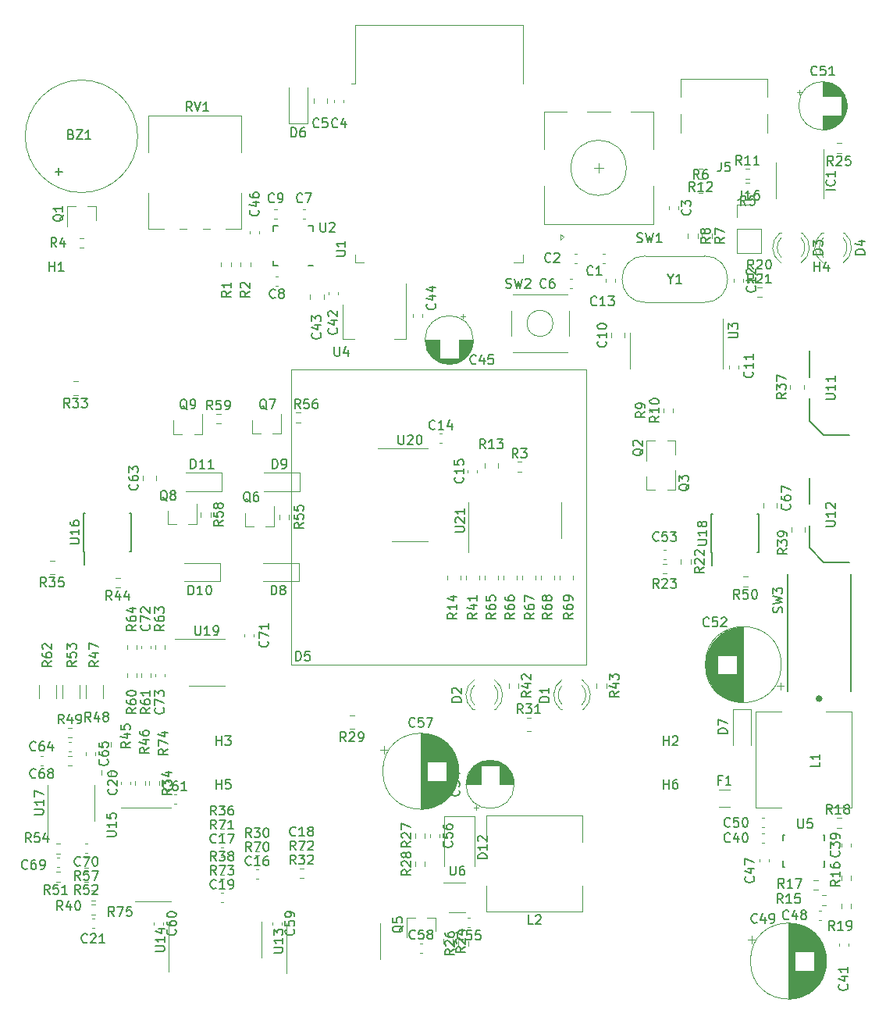
<source format=gbr>
%TF.GenerationSoftware,KiCad,Pcbnew,(5.1.9)-1*%
%TF.CreationDate,2021-03-19T23:07:52+01:00*%
%TF.ProjectId,Sergej_H00,53657267-656a-45f4-9830-302e6b696361,rev?*%
%TF.SameCoordinates,Original*%
%TF.FileFunction,Legend,Top*%
%TF.FilePolarity,Positive*%
%FSLAX46Y46*%
G04 Gerber Fmt 4.6, Leading zero omitted, Abs format (unit mm)*
G04 Created by KiCad (PCBNEW (5.1.9)-1) date 2021-03-19 23:07:52*
%MOMM*%
%LPD*%
G01*
G04 APERTURE LIST*
%ADD10C,0.120000*%
%ADD11C,0.127000*%
%ADD12C,0.200000*%
%ADD13C,0.300000*%
%ADD14C,0.150000*%
G04 APERTURE END LIST*
D10*
%TO.C,R75*%
X7730258Y-89520500D02*
X7255742Y-89520500D01*
X7730258Y-90565500D02*
X7255742Y-90565500D01*
%TO.C,R74*%
X13095500Y-76564258D02*
X13095500Y-76089742D01*
X12050500Y-76564258D02*
X12050500Y-76089742D01*
%TO.C,R73*%
X21225742Y-87771500D02*
X21700258Y-87771500D01*
X21225742Y-86726500D02*
X21700258Y-86726500D01*
%TO.C,R72*%
X29861742Y-85104500D02*
X30336258Y-85104500D01*
X29861742Y-84059500D02*
X30336258Y-84059500D01*
%TO.C,R71*%
X21225742Y-82818500D02*
X21700258Y-82818500D01*
X21225742Y-81773500D02*
X21700258Y-81773500D01*
%TO.C,R70*%
X25035742Y-85231500D02*
X25510258Y-85231500D01*
X25035742Y-84186500D02*
X25510258Y-84186500D01*
%TO.C,J16*%
X77283000Y-13656000D02*
X78613000Y-13656000D01*
X77283000Y-14986000D02*
X77283000Y-13656000D01*
X77283000Y-16256000D02*
X79943000Y-16256000D01*
X79943000Y-16256000D02*
X79943000Y-18856000D01*
X77283000Y-16256000D02*
X77283000Y-18856000D01*
X77283000Y-18856000D02*
X79943000Y-18856000D01*
%TO.C,C21*%
X7633580Y-91057000D02*
X7352420Y-91057000D01*
X7633580Y-92077000D02*
X7352420Y-92077000D01*
%TO.C,C20*%
X11559000Y-76467580D02*
X11559000Y-76186420D01*
X10539000Y-76467580D02*
X10539000Y-76186420D01*
%TO.C,C19*%
X21322420Y-89283000D02*
X21603580Y-89283000D01*
X21322420Y-88263000D02*
X21603580Y-88263000D01*
%TO.C,C18*%
X29958420Y-83568000D02*
X30239580Y-83568000D01*
X29958420Y-82548000D02*
X30239580Y-82548000D01*
%TO.C,C17*%
X21322420Y-84330000D02*
X21603580Y-84330000D01*
X21322420Y-83310000D02*
X21603580Y-83310000D01*
%TO.C,C16*%
X25132420Y-86743000D02*
X25413580Y-86743000D01*
X25132420Y-85723000D02*
X25413580Y-85723000D01*
D11*
%TO.C,U12*%
X85150000Y-43250000D02*
X85150000Y-46080000D01*
X85150000Y-48420000D02*
X85150000Y-50850000D01*
X86700000Y-52400000D02*
X89500000Y-52400000D01*
X85150000Y-50850000D02*
X86700000Y-52400000D01*
%TO.C,U11*%
X85150000Y-29500000D02*
X85150000Y-32330000D01*
X85150000Y-34670000D02*
X85150000Y-37100000D01*
X86700000Y-38650000D02*
X89500000Y-38650000D01*
X85150000Y-37100000D02*
X86700000Y-38650000D01*
D10*
%TO.C,C15*%
X49151000Y-42685580D02*
X49151000Y-42404420D01*
X48131000Y-42685580D02*
X48131000Y-42404420D01*
%TO.C,C14*%
X45071420Y-39499000D02*
X45352580Y-39499000D01*
X45071420Y-38479000D02*
X45352580Y-38479000D01*
%TO.C,R14*%
X45874000Y-53851436D02*
X45874000Y-54305564D01*
X47344000Y-53851436D02*
X47344000Y-54305564D01*
%TO.C,D5*%
X61000000Y-63500000D02*
X61000000Y-31500000D01*
X29000000Y-63500000D02*
X61000000Y-63500000D01*
X29000000Y-31500000D02*
X29000000Y-63500000D01*
X61000000Y-31500000D02*
X29000000Y-31500000D01*
%TO.C,U21*%
X48153000Y-47879000D02*
X48153000Y-51329000D01*
X48153000Y-47879000D02*
X48153000Y-45929000D01*
X58273000Y-47879000D02*
X58273000Y-49829000D01*
X58273000Y-47879000D02*
X58273000Y-45929000D01*
%TO.C,U20*%
X41848000Y-40025000D02*
X38398000Y-40025000D01*
X41848000Y-40025000D02*
X43798000Y-40025000D01*
X41848000Y-50145000D02*
X39898000Y-50145000D01*
X41848000Y-50145000D02*
X43798000Y-50145000D01*
%TO.C,R69*%
X58066000Y-53851436D02*
X58066000Y-54305564D01*
X59536000Y-53851436D02*
X59536000Y-54305564D01*
%TO.C,R68*%
X56034000Y-53851436D02*
X56034000Y-54305564D01*
X57504000Y-53851436D02*
X57504000Y-54305564D01*
%TO.C,R67*%
X54002000Y-53851436D02*
X54002000Y-54305564D01*
X55472000Y-53851436D02*
X55472000Y-54305564D01*
%TO.C,R66*%
X51970000Y-53851436D02*
X51970000Y-54305564D01*
X53440000Y-53851436D02*
X53440000Y-54305564D01*
%TO.C,R65*%
X49938000Y-53851436D02*
X49938000Y-54305564D01*
X51408000Y-53851436D02*
X51408000Y-54305564D01*
%TO.C,R41*%
X47906000Y-53851436D02*
X47906000Y-54305564D01*
X49376000Y-53851436D02*
X49376000Y-54305564D01*
%TO.C,R13*%
X51408000Y-42160564D02*
X51408000Y-41706436D01*
X49938000Y-42160564D02*
X49938000Y-41706436D01*
%TO.C,J5*%
X80613000Y-1937000D02*
X80613000Y-37000D01*
X80613000Y-5837000D02*
X80613000Y-3837000D01*
X71213000Y-1937000D02*
X71213000Y-37000D01*
X71213000Y-5837000D02*
X71213000Y-3837000D01*
X80613000Y-37000D02*
X71213000Y-37000D01*
%TO.C,D11*%
X21427000Y-44688000D02*
X21427000Y-42688000D01*
X21427000Y-42688000D02*
X17527000Y-42688000D01*
X21427000Y-44688000D02*
X17527000Y-44688000D01*
%TO.C,D10*%
X21300000Y-54467000D02*
X21300000Y-52467000D01*
X21300000Y-52467000D02*
X17400000Y-52467000D01*
X21300000Y-54467000D02*
X17400000Y-54467000D01*
%TO.C,D9*%
X29936000Y-44688000D02*
X29936000Y-42688000D01*
X29936000Y-42688000D02*
X26036000Y-42688000D01*
X29936000Y-44688000D02*
X26036000Y-44688000D01*
%TO.C,D8*%
X29809000Y-54467000D02*
X29809000Y-52467000D01*
X29809000Y-52467000D02*
X25909000Y-52467000D01*
X29809000Y-54467000D02*
X25909000Y-54467000D01*
%TO.C,C46*%
X24509000Y-16777580D02*
X24509000Y-16496420D01*
X25529000Y-16777580D02*
X25529000Y-16496420D01*
D12*
%TO.C,U5*%
X87682000Y-82943000D02*
G75*
G03*
X87682000Y-82943000I-100000J0D01*
G01*
D11*
X82332000Y-85443000D02*
X82482000Y-85443000D01*
X82332000Y-84793000D02*
X82332000Y-85443000D01*
X82332000Y-81943000D02*
X82332000Y-82593000D01*
X82482000Y-81943000D02*
X82332000Y-81943000D01*
X86832000Y-85443000D02*
X86682000Y-85443000D01*
X86832000Y-84793000D02*
X86832000Y-85443000D01*
X86832000Y-81943000D02*
X86832000Y-82593000D01*
X86682000Y-81943000D02*
X86832000Y-81943000D01*
D10*
%TO.C,R21*%
X79518742Y-22591500D02*
X79993258Y-22591500D01*
X79518742Y-23636500D02*
X79993258Y-23636500D01*
%TO.C,R15*%
X86978258Y-89549500D02*
X86503742Y-89549500D01*
X86978258Y-88504500D02*
X86503742Y-88504500D01*
%TO.C,R16*%
X89676500Y-86376742D02*
X89676500Y-86851258D01*
X88631500Y-86376742D02*
X88631500Y-86851258D01*
%TO.C,F1*%
X76548064Y-78888000D02*
X75343936Y-78888000D01*
X76548064Y-77068000D02*
X75343936Y-77068000D01*
%TO.C,R11*%
X78215742Y-9764500D02*
X78690258Y-9764500D01*
X78215742Y-10809500D02*
X78690258Y-10809500D01*
%TO.C,R5*%
X78690258Y-12333500D02*
X78215742Y-12333500D01*
X78690258Y-11288500D02*
X78215742Y-11288500D01*
%TO.C,R12*%
X73610258Y-10809500D02*
X73135742Y-10809500D01*
X73610258Y-9764500D02*
X73135742Y-9764500D01*
%TO.C,R6*%
X73135742Y-11288500D02*
X73610258Y-11288500D01*
X73135742Y-12333500D02*
X73610258Y-12333500D01*
D11*
%TO.C,SW3*%
X89662000Y-66421000D02*
X89662000Y-53721000D01*
X82804000Y-53721000D02*
X82804000Y-66421000D01*
D13*
X86432000Y-67183000D02*
G75*
G03*
X86432000Y-67183000I-200000J0D01*
G01*
D10*
%TO.C,U3*%
X65679000Y-29464000D02*
X65679000Y-31414000D01*
X65679000Y-29464000D02*
X65679000Y-27514000D01*
X75799000Y-29464000D02*
X75799000Y-31414000D01*
X75799000Y-29464000D02*
X75799000Y-26014000D01*
%TO.C,BZ1*%
X12323000Y-6233000D02*
G75*
G03*
X12323000Y-6233000I-6100000J0D01*
G01*
%TO.C,C5*%
X31396000Y-2610752D02*
X31396000Y-2088248D01*
X32866000Y-2610752D02*
X32866000Y-2088248D01*
%TO.C,C65*%
X7749000Y-73011420D02*
X7749000Y-73292580D01*
X6729000Y-73011420D02*
X6729000Y-73292580D01*
%TO.C,C70*%
X6871580Y-83949000D02*
X6590420Y-83949000D01*
X6871580Y-82929000D02*
X6590420Y-82929000D01*
%TO.C,C73*%
X14222000Y-64783580D02*
X14222000Y-64502420D01*
X15242000Y-64783580D02*
X15242000Y-64502420D01*
%TO.C,C64*%
X4812420Y-71880000D02*
X5093580Y-71880000D01*
X4812420Y-72900000D02*
X5093580Y-72900000D01*
%TO.C,C60*%
X15115000Y-91426420D02*
X15115000Y-91707580D01*
X14095000Y-91426420D02*
X14095000Y-91707580D01*
%TO.C,C4*%
X33589500Y-2553580D02*
X33589500Y-2272420D01*
X34609500Y-2553580D02*
X34609500Y-2272420D01*
%TO.C,C6*%
X59449580Y-22735000D02*
X59168420Y-22735000D01*
X59449580Y-21715000D02*
X59168420Y-21715000D01*
%TO.C,C59*%
X27942000Y-91426420D02*
X27942000Y-91707580D01*
X26922000Y-91426420D02*
X26922000Y-91707580D01*
%TO.C,C69*%
X3542420Y-84453000D02*
X3823580Y-84453000D01*
X3542420Y-85473000D02*
X3823580Y-85473000D01*
%TO.C,C12*%
X77980000Y-21703420D02*
X77980000Y-21984580D01*
X76960000Y-21703420D02*
X76960000Y-21984580D01*
%TO.C,C13*%
X64137000Y-21703420D02*
X64137000Y-21984580D01*
X63117000Y-21703420D02*
X63117000Y-21984580D01*
%TO.C,C71*%
X23874000Y-60465580D02*
X23874000Y-60184420D01*
X24894000Y-60465580D02*
X24894000Y-60184420D01*
%TO.C,C10*%
X63654000Y-28074252D02*
X63654000Y-27551748D01*
X65124000Y-28074252D02*
X65124000Y-27551748D01*
%TO.C,C55*%
X48400580Y-91950000D02*
X48119420Y-91950000D01*
X48400580Y-90930000D02*
X48119420Y-90930000D01*
%TO.C,C40*%
X80277580Y-82806000D02*
X79996420Y-82806000D01*
X80277580Y-81786000D02*
X79996420Y-81786000D01*
%TO.C,C67*%
X80164000Y-46489252D02*
X80164000Y-45966748D01*
X81634000Y-46489252D02*
X81634000Y-45966748D01*
%TO.C,C54*%
X53166000Y-76470000D02*
G75*
G03*
X53166000Y-76470000I-2620000J0D01*
G01*
X51586000Y-76470000D02*
X53126000Y-76470000D01*
X47966000Y-76470000D02*
X49506000Y-76470000D01*
X51586000Y-76430000D02*
X53126000Y-76430000D01*
X47966000Y-76430000D02*
X49506000Y-76430000D01*
X47967000Y-76390000D02*
X49506000Y-76390000D01*
X51586000Y-76390000D02*
X53125000Y-76390000D01*
X47968000Y-76350000D02*
X49506000Y-76350000D01*
X51586000Y-76350000D02*
X53124000Y-76350000D01*
X47970000Y-76310000D02*
X49506000Y-76310000D01*
X51586000Y-76310000D02*
X53122000Y-76310000D01*
X47973000Y-76270000D02*
X49506000Y-76270000D01*
X51586000Y-76270000D02*
X53119000Y-76270000D01*
X47977000Y-76230000D02*
X49506000Y-76230000D01*
X51586000Y-76230000D02*
X53115000Y-76230000D01*
X47981000Y-76190000D02*
X49506000Y-76190000D01*
X51586000Y-76190000D02*
X53111000Y-76190000D01*
X47985000Y-76150000D02*
X49506000Y-76150000D01*
X51586000Y-76150000D02*
X53107000Y-76150000D01*
X47990000Y-76110000D02*
X49506000Y-76110000D01*
X51586000Y-76110000D02*
X53102000Y-76110000D01*
X47996000Y-76070000D02*
X49506000Y-76070000D01*
X51586000Y-76070000D02*
X53096000Y-76070000D01*
X48003000Y-76030000D02*
X49506000Y-76030000D01*
X51586000Y-76030000D02*
X53089000Y-76030000D01*
X48010000Y-75990000D02*
X49506000Y-75990000D01*
X51586000Y-75990000D02*
X53082000Y-75990000D01*
X48018000Y-75950000D02*
X49506000Y-75950000D01*
X51586000Y-75950000D02*
X53074000Y-75950000D01*
X48026000Y-75910000D02*
X49506000Y-75910000D01*
X51586000Y-75910000D02*
X53066000Y-75910000D01*
X48035000Y-75870000D02*
X49506000Y-75870000D01*
X51586000Y-75870000D02*
X53057000Y-75870000D01*
X48045000Y-75830000D02*
X49506000Y-75830000D01*
X51586000Y-75830000D02*
X53047000Y-75830000D01*
X48055000Y-75790000D02*
X49506000Y-75790000D01*
X51586000Y-75790000D02*
X53037000Y-75790000D01*
X48066000Y-75749000D02*
X49506000Y-75749000D01*
X51586000Y-75749000D02*
X53026000Y-75749000D01*
X48078000Y-75709000D02*
X49506000Y-75709000D01*
X51586000Y-75709000D02*
X53014000Y-75709000D01*
X48091000Y-75669000D02*
X49506000Y-75669000D01*
X51586000Y-75669000D02*
X53001000Y-75669000D01*
X48104000Y-75629000D02*
X49506000Y-75629000D01*
X51586000Y-75629000D02*
X52988000Y-75629000D01*
X48118000Y-75589000D02*
X49506000Y-75589000D01*
X51586000Y-75589000D02*
X52974000Y-75589000D01*
X48132000Y-75549000D02*
X49506000Y-75549000D01*
X51586000Y-75549000D02*
X52960000Y-75549000D01*
X48148000Y-75509000D02*
X49506000Y-75509000D01*
X51586000Y-75509000D02*
X52944000Y-75509000D01*
X48164000Y-75469000D02*
X49506000Y-75469000D01*
X51586000Y-75469000D02*
X52928000Y-75469000D01*
X48181000Y-75429000D02*
X49506000Y-75429000D01*
X51586000Y-75429000D02*
X52911000Y-75429000D01*
X48198000Y-75389000D02*
X49506000Y-75389000D01*
X51586000Y-75389000D02*
X52894000Y-75389000D01*
X48217000Y-75349000D02*
X49506000Y-75349000D01*
X51586000Y-75349000D02*
X52875000Y-75349000D01*
X48236000Y-75309000D02*
X49506000Y-75309000D01*
X51586000Y-75309000D02*
X52856000Y-75309000D01*
X48256000Y-75269000D02*
X49506000Y-75269000D01*
X51586000Y-75269000D02*
X52836000Y-75269000D01*
X48278000Y-75229000D02*
X49506000Y-75229000D01*
X51586000Y-75229000D02*
X52814000Y-75229000D01*
X48299000Y-75189000D02*
X49506000Y-75189000D01*
X51586000Y-75189000D02*
X52793000Y-75189000D01*
X48322000Y-75149000D02*
X49506000Y-75149000D01*
X51586000Y-75149000D02*
X52770000Y-75149000D01*
X48346000Y-75109000D02*
X49506000Y-75109000D01*
X51586000Y-75109000D02*
X52746000Y-75109000D01*
X48371000Y-75069000D02*
X49506000Y-75069000D01*
X51586000Y-75069000D02*
X52721000Y-75069000D01*
X48397000Y-75029000D02*
X49506000Y-75029000D01*
X51586000Y-75029000D02*
X52695000Y-75029000D01*
X48424000Y-74989000D02*
X49506000Y-74989000D01*
X51586000Y-74989000D02*
X52668000Y-74989000D01*
X48451000Y-74949000D02*
X49506000Y-74949000D01*
X51586000Y-74949000D02*
X52641000Y-74949000D01*
X48481000Y-74909000D02*
X49506000Y-74909000D01*
X51586000Y-74909000D02*
X52611000Y-74909000D01*
X48511000Y-74869000D02*
X49506000Y-74869000D01*
X51586000Y-74869000D02*
X52581000Y-74869000D01*
X48542000Y-74829000D02*
X49506000Y-74829000D01*
X51586000Y-74829000D02*
X52550000Y-74829000D01*
X48575000Y-74789000D02*
X49506000Y-74789000D01*
X51586000Y-74789000D02*
X52517000Y-74789000D01*
X48609000Y-74749000D02*
X49506000Y-74749000D01*
X51586000Y-74749000D02*
X52483000Y-74749000D01*
X48645000Y-74709000D02*
X49506000Y-74709000D01*
X51586000Y-74709000D02*
X52447000Y-74709000D01*
X48682000Y-74669000D02*
X49506000Y-74669000D01*
X51586000Y-74669000D02*
X52410000Y-74669000D01*
X48720000Y-74629000D02*
X49506000Y-74629000D01*
X51586000Y-74629000D02*
X52372000Y-74629000D01*
X48761000Y-74589000D02*
X49506000Y-74589000D01*
X51586000Y-74589000D02*
X52331000Y-74589000D01*
X48803000Y-74549000D02*
X49506000Y-74549000D01*
X51586000Y-74549000D02*
X52289000Y-74549000D01*
X48847000Y-74509000D02*
X49506000Y-74509000D01*
X51586000Y-74509000D02*
X52245000Y-74509000D01*
X48893000Y-74469000D02*
X49506000Y-74469000D01*
X51586000Y-74469000D02*
X52199000Y-74469000D01*
X48941000Y-74429000D02*
X52151000Y-74429000D01*
X48992000Y-74389000D02*
X52100000Y-74389000D01*
X49046000Y-74349000D02*
X52046000Y-74349000D01*
X49103000Y-74309000D02*
X51989000Y-74309000D01*
X49163000Y-74269000D02*
X51929000Y-74269000D01*
X49227000Y-74229000D02*
X51865000Y-74229000D01*
X49295000Y-74189000D02*
X51797000Y-74189000D01*
X49368000Y-74149000D02*
X51724000Y-74149000D01*
X49448000Y-74109000D02*
X51644000Y-74109000D01*
X49535000Y-74069000D02*
X51557000Y-74069000D01*
X49631000Y-74029000D02*
X51461000Y-74029000D01*
X49741000Y-73989000D02*
X51351000Y-73989000D01*
X49869000Y-73949000D02*
X51223000Y-73949000D01*
X50028000Y-73909000D02*
X51064000Y-73909000D01*
X50262000Y-73869000D02*
X50830000Y-73869000D01*
X49071000Y-79274775D02*
X49071000Y-78774775D01*
X48821000Y-79024775D02*
X49321000Y-79024775D01*
%TO.C,C7*%
X30480880Y-15153100D02*
X30199720Y-15153100D01*
X30480880Y-14133100D02*
X30199720Y-14133100D01*
%TO.C,C39*%
X88644000Y-83198580D02*
X88644000Y-82917420D01*
X89664000Y-83198580D02*
X89664000Y-82917420D01*
%TO.C,C72*%
X13718000Y-61454420D02*
X13718000Y-61735580D01*
X12698000Y-61454420D02*
X12698000Y-61735580D01*
%TO.C,C63*%
X12854000Y-43568252D02*
X12854000Y-43045748D01*
X14324000Y-43568252D02*
X14324000Y-43045748D01*
%TO.C,C68*%
X2045580Y-74424000D02*
X1764420Y-74424000D01*
X2045580Y-73404000D02*
X1764420Y-73404000D01*
%TO.C,C9*%
X27420180Y-15140400D02*
X27139020Y-15140400D01*
X27420180Y-14120400D02*
X27139020Y-14120400D01*
%TO.C,C8*%
X27559880Y-22417500D02*
X27278720Y-22417500D01*
X27559880Y-21397500D02*
X27278720Y-21397500D01*
%TO.C,C11*%
X76452000Y-31382580D02*
X76452000Y-31101420D01*
X77472000Y-31382580D02*
X77472000Y-31101420D01*
%TO.C,C58*%
X42912420Y-93724000D02*
X43193580Y-93724000D01*
X42912420Y-94744000D02*
X43193580Y-94744000D01*
%TO.C,C47*%
X80774000Y-84568420D02*
X80774000Y-84849580D01*
X79754000Y-84568420D02*
X79754000Y-84849580D01*
%TO.C,C56*%
X45087000Y-81901420D02*
X45087000Y-82182580D01*
X44067000Y-81901420D02*
X44067000Y-82182580D01*
%TO.C,C50*%
X80277580Y-81155000D02*
X79996420Y-81155000D01*
X80277580Y-80135000D02*
X79996420Y-80135000D01*
%TO.C,C41*%
X88390000Y-93993580D02*
X88390000Y-93712420D01*
X89410000Y-93993580D02*
X89410000Y-93712420D01*
%TO.C,C49*%
X87023000Y-95631000D02*
G75*
G03*
X87023000Y-95631000I-4120000J0D01*
G01*
X82903000Y-91551000D02*
X82903000Y-99711000D01*
X82943000Y-91551000D02*
X82943000Y-99711000D01*
X82983000Y-91551000D02*
X82983000Y-99711000D01*
X83023000Y-91552000D02*
X83023000Y-99710000D01*
X83063000Y-91554000D02*
X83063000Y-99708000D01*
X83103000Y-91555000D02*
X83103000Y-99707000D01*
X83143000Y-91557000D02*
X83143000Y-99705000D01*
X83183000Y-91560000D02*
X83183000Y-99702000D01*
X83223000Y-91563000D02*
X83223000Y-99699000D01*
X83263000Y-91566000D02*
X83263000Y-99696000D01*
X83303000Y-91570000D02*
X83303000Y-99692000D01*
X83343000Y-91574000D02*
X83343000Y-99688000D01*
X83383000Y-91579000D02*
X83383000Y-99683000D01*
X83423000Y-91583000D02*
X83423000Y-99679000D01*
X83463000Y-91589000D02*
X83463000Y-99673000D01*
X83503000Y-91594000D02*
X83503000Y-99668000D01*
X83543000Y-91601000D02*
X83543000Y-99661000D01*
X83583000Y-91607000D02*
X83583000Y-99655000D01*
X83624000Y-91614000D02*
X83624000Y-94591000D01*
X83624000Y-96671000D02*
X83624000Y-99648000D01*
X83664000Y-91621000D02*
X83664000Y-94591000D01*
X83664000Y-96671000D02*
X83664000Y-99641000D01*
X83704000Y-91629000D02*
X83704000Y-94591000D01*
X83704000Y-96671000D02*
X83704000Y-99633000D01*
X83744000Y-91637000D02*
X83744000Y-94591000D01*
X83744000Y-96671000D02*
X83744000Y-99625000D01*
X83784000Y-91646000D02*
X83784000Y-94591000D01*
X83784000Y-96671000D02*
X83784000Y-99616000D01*
X83824000Y-91655000D02*
X83824000Y-94591000D01*
X83824000Y-96671000D02*
X83824000Y-99607000D01*
X83864000Y-91664000D02*
X83864000Y-94591000D01*
X83864000Y-96671000D02*
X83864000Y-99598000D01*
X83904000Y-91674000D02*
X83904000Y-94591000D01*
X83904000Y-96671000D02*
X83904000Y-99588000D01*
X83944000Y-91684000D02*
X83944000Y-94591000D01*
X83944000Y-96671000D02*
X83944000Y-99578000D01*
X83984000Y-91695000D02*
X83984000Y-94591000D01*
X83984000Y-96671000D02*
X83984000Y-99567000D01*
X84024000Y-91706000D02*
X84024000Y-94591000D01*
X84024000Y-96671000D02*
X84024000Y-99556000D01*
X84064000Y-91717000D02*
X84064000Y-94591000D01*
X84064000Y-96671000D02*
X84064000Y-99545000D01*
X84104000Y-91729000D02*
X84104000Y-94591000D01*
X84104000Y-96671000D02*
X84104000Y-99533000D01*
X84144000Y-91742000D02*
X84144000Y-94591000D01*
X84144000Y-96671000D02*
X84144000Y-99520000D01*
X84184000Y-91754000D02*
X84184000Y-94591000D01*
X84184000Y-96671000D02*
X84184000Y-99508000D01*
X84224000Y-91768000D02*
X84224000Y-94591000D01*
X84224000Y-96671000D02*
X84224000Y-99494000D01*
X84264000Y-91781000D02*
X84264000Y-94591000D01*
X84264000Y-96671000D02*
X84264000Y-99481000D01*
X84304000Y-91796000D02*
X84304000Y-94591000D01*
X84304000Y-96671000D02*
X84304000Y-99466000D01*
X84344000Y-91810000D02*
X84344000Y-94591000D01*
X84344000Y-96671000D02*
X84344000Y-99452000D01*
X84384000Y-91826000D02*
X84384000Y-94591000D01*
X84384000Y-96671000D02*
X84384000Y-99436000D01*
X84424000Y-91841000D02*
X84424000Y-94591000D01*
X84424000Y-96671000D02*
X84424000Y-99421000D01*
X84464000Y-91857000D02*
X84464000Y-94591000D01*
X84464000Y-96671000D02*
X84464000Y-99405000D01*
X84504000Y-91874000D02*
X84504000Y-94591000D01*
X84504000Y-96671000D02*
X84504000Y-99388000D01*
X84544000Y-91891000D02*
X84544000Y-94591000D01*
X84544000Y-96671000D02*
X84544000Y-99371000D01*
X84584000Y-91909000D02*
X84584000Y-94591000D01*
X84584000Y-96671000D02*
X84584000Y-99353000D01*
X84624000Y-91927000D02*
X84624000Y-94591000D01*
X84624000Y-96671000D02*
X84624000Y-99335000D01*
X84664000Y-91945000D02*
X84664000Y-94591000D01*
X84664000Y-96671000D02*
X84664000Y-99317000D01*
X84704000Y-91965000D02*
X84704000Y-94591000D01*
X84704000Y-96671000D02*
X84704000Y-99297000D01*
X84744000Y-91984000D02*
X84744000Y-94591000D01*
X84744000Y-96671000D02*
X84744000Y-99278000D01*
X84784000Y-92004000D02*
X84784000Y-94591000D01*
X84784000Y-96671000D02*
X84784000Y-99258000D01*
X84824000Y-92025000D02*
X84824000Y-94591000D01*
X84824000Y-96671000D02*
X84824000Y-99237000D01*
X84864000Y-92047000D02*
X84864000Y-94591000D01*
X84864000Y-96671000D02*
X84864000Y-99215000D01*
X84904000Y-92069000D02*
X84904000Y-94591000D01*
X84904000Y-96671000D02*
X84904000Y-99193000D01*
X84944000Y-92091000D02*
X84944000Y-94591000D01*
X84944000Y-96671000D02*
X84944000Y-99171000D01*
X84984000Y-92114000D02*
X84984000Y-94591000D01*
X84984000Y-96671000D02*
X84984000Y-99148000D01*
X85024000Y-92138000D02*
X85024000Y-94591000D01*
X85024000Y-96671000D02*
X85024000Y-99124000D01*
X85064000Y-92162000D02*
X85064000Y-94591000D01*
X85064000Y-96671000D02*
X85064000Y-99100000D01*
X85104000Y-92187000D02*
X85104000Y-94591000D01*
X85104000Y-96671000D02*
X85104000Y-99075000D01*
X85144000Y-92213000D02*
X85144000Y-94591000D01*
X85144000Y-96671000D02*
X85144000Y-99049000D01*
X85184000Y-92239000D02*
X85184000Y-94591000D01*
X85184000Y-96671000D02*
X85184000Y-99023000D01*
X85224000Y-92266000D02*
X85224000Y-94591000D01*
X85224000Y-96671000D02*
X85224000Y-98996000D01*
X85264000Y-92293000D02*
X85264000Y-94591000D01*
X85264000Y-96671000D02*
X85264000Y-98969000D01*
X85304000Y-92322000D02*
X85304000Y-94591000D01*
X85304000Y-96671000D02*
X85304000Y-98940000D01*
X85344000Y-92351000D02*
X85344000Y-94591000D01*
X85344000Y-96671000D02*
X85344000Y-98911000D01*
X85384000Y-92381000D02*
X85384000Y-94591000D01*
X85384000Y-96671000D02*
X85384000Y-98881000D01*
X85424000Y-92411000D02*
X85424000Y-94591000D01*
X85424000Y-96671000D02*
X85424000Y-98851000D01*
X85464000Y-92442000D02*
X85464000Y-94591000D01*
X85464000Y-96671000D02*
X85464000Y-98820000D01*
X85504000Y-92475000D02*
X85504000Y-94591000D01*
X85504000Y-96671000D02*
X85504000Y-98787000D01*
X85544000Y-92507000D02*
X85544000Y-94591000D01*
X85544000Y-96671000D02*
X85544000Y-98755000D01*
X85584000Y-92541000D02*
X85584000Y-94591000D01*
X85584000Y-96671000D02*
X85584000Y-98721000D01*
X85624000Y-92576000D02*
X85624000Y-94591000D01*
X85624000Y-96671000D02*
X85624000Y-98686000D01*
X85664000Y-92612000D02*
X85664000Y-94591000D01*
X85664000Y-96671000D02*
X85664000Y-98650000D01*
X85704000Y-92648000D02*
X85704000Y-98614000D01*
X85744000Y-92686000D02*
X85744000Y-98576000D01*
X85784000Y-92724000D02*
X85784000Y-98538000D01*
X85824000Y-92764000D02*
X85824000Y-98498000D01*
X85864000Y-92805000D02*
X85864000Y-98457000D01*
X85904000Y-92847000D02*
X85904000Y-98415000D01*
X85944000Y-92890000D02*
X85944000Y-98372000D01*
X85984000Y-92934000D02*
X85984000Y-98328000D01*
X86024000Y-92980000D02*
X86024000Y-98282000D01*
X86064000Y-93027000D02*
X86064000Y-98235000D01*
X86104000Y-93075000D02*
X86104000Y-98187000D01*
X86144000Y-93126000D02*
X86144000Y-98136000D01*
X86184000Y-93177000D02*
X86184000Y-98085000D01*
X86224000Y-93231000D02*
X86224000Y-98031000D01*
X86264000Y-93286000D02*
X86264000Y-97976000D01*
X86304000Y-93344000D02*
X86304000Y-97918000D01*
X86344000Y-93403000D02*
X86344000Y-97859000D01*
X86384000Y-93465000D02*
X86384000Y-97797000D01*
X86424000Y-93529000D02*
X86424000Y-97733000D01*
X86464000Y-93597000D02*
X86464000Y-97665000D01*
X86504000Y-93667000D02*
X86504000Y-97595000D01*
X86544000Y-93741000D02*
X86544000Y-97521000D01*
X86584000Y-93818000D02*
X86584000Y-97444000D01*
X86624000Y-93900000D02*
X86624000Y-97362000D01*
X86664000Y-93986000D02*
X86664000Y-97276000D01*
X86704000Y-94079000D02*
X86704000Y-97183000D01*
X86744000Y-94178000D02*
X86744000Y-97084000D01*
X86784000Y-94285000D02*
X86784000Y-96977000D01*
X86824000Y-94402000D02*
X86824000Y-96860000D01*
X86864000Y-94533000D02*
X86864000Y-96729000D01*
X86904000Y-94683000D02*
X86904000Y-96579000D01*
X86944000Y-94863000D02*
X86944000Y-96399000D01*
X86984000Y-95098000D02*
X86984000Y-96164000D01*
X78493302Y-93316000D02*
X79293302Y-93316000D01*
X78893302Y-92916000D02*
X78893302Y-93716000D01*
%TO.C,C42*%
X33018000Y-23381580D02*
X33018000Y-23100420D01*
X34038000Y-23381580D02*
X34038000Y-23100420D01*
%TO.C,C43*%
X31015000Y-23883252D02*
X31015000Y-23360748D01*
X32485000Y-23883252D02*
X32485000Y-23360748D01*
%TO.C,C44*%
X42162000Y-25794580D02*
X42162000Y-25513420D01*
X43182000Y-25794580D02*
X43182000Y-25513420D01*
%TO.C,C45*%
X48721000Y-28305000D02*
G75*
G03*
X48721000Y-28305000I-2620000J0D01*
G01*
X45061000Y-28305000D02*
X43521000Y-28305000D01*
X48681000Y-28305000D02*
X47141000Y-28305000D01*
X45061000Y-28345000D02*
X43521000Y-28345000D01*
X48681000Y-28345000D02*
X47141000Y-28345000D01*
X48680000Y-28385000D02*
X47141000Y-28385000D01*
X45061000Y-28385000D02*
X43522000Y-28385000D01*
X48679000Y-28425000D02*
X47141000Y-28425000D01*
X45061000Y-28425000D02*
X43523000Y-28425000D01*
X48677000Y-28465000D02*
X47141000Y-28465000D01*
X45061000Y-28465000D02*
X43525000Y-28465000D01*
X48674000Y-28505000D02*
X47141000Y-28505000D01*
X45061000Y-28505000D02*
X43528000Y-28505000D01*
X48670000Y-28545000D02*
X47141000Y-28545000D01*
X45061000Y-28545000D02*
X43532000Y-28545000D01*
X48666000Y-28585000D02*
X47141000Y-28585000D01*
X45061000Y-28585000D02*
X43536000Y-28585000D01*
X48662000Y-28625000D02*
X47141000Y-28625000D01*
X45061000Y-28625000D02*
X43540000Y-28625000D01*
X48657000Y-28665000D02*
X47141000Y-28665000D01*
X45061000Y-28665000D02*
X43545000Y-28665000D01*
X48651000Y-28705000D02*
X47141000Y-28705000D01*
X45061000Y-28705000D02*
X43551000Y-28705000D01*
X48644000Y-28745000D02*
X47141000Y-28745000D01*
X45061000Y-28745000D02*
X43558000Y-28745000D01*
X48637000Y-28785000D02*
X47141000Y-28785000D01*
X45061000Y-28785000D02*
X43565000Y-28785000D01*
X48629000Y-28825000D02*
X47141000Y-28825000D01*
X45061000Y-28825000D02*
X43573000Y-28825000D01*
X48621000Y-28865000D02*
X47141000Y-28865000D01*
X45061000Y-28865000D02*
X43581000Y-28865000D01*
X48612000Y-28905000D02*
X47141000Y-28905000D01*
X45061000Y-28905000D02*
X43590000Y-28905000D01*
X48602000Y-28945000D02*
X47141000Y-28945000D01*
X45061000Y-28945000D02*
X43600000Y-28945000D01*
X48592000Y-28985000D02*
X47141000Y-28985000D01*
X45061000Y-28985000D02*
X43610000Y-28985000D01*
X48581000Y-29026000D02*
X47141000Y-29026000D01*
X45061000Y-29026000D02*
X43621000Y-29026000D01*
X48569000Y-29066000D02*
X47141000Y-29066000D01*
X45061000Y-29066000D02*
X43633000Y-29066000D01*
X48556000Y-29106000D02*
X47141000Y-29106000D01*
X45061000Y-29106000D02*
X43646000Y-29106000D01*
X48543000Y-29146000D02*
X47141000Y-29146000D01*
X45061000Y-29146000D02*
X43659000Y-29146000D01*
X48529000Y-29186000D02*
X47141000Y-29186000D01*
X45061000Y-29186000D02*
X43673000Y-29186000D01*
X48515000Y-29226000D02*
X47141000Y-29226000D01*
X45061000Y-29226000D02*
X43687000Y-29226000D01*
X48499000Y-29266000D02*
X47141000Y-29266000D01*
X45061000Y-29266000D02*
X43703000Y-29266000D01*
X48483000Y-29306000D02*
X47141000Y-29306000D01*
X45061000Y-29306000D02*
X43719000Y-29306000D01*
X48466000Y-29346000D02*
X47141000Y-29346000D01*
X45061000Y-29346000D02*
X43736000Y-29346000D01*
X48449000Y-29386000D02*
X47141000Y-29386000D01*
X45061000Y-29386000D02*
X43753000Y-29386000D01*
X48430000Y-29426000D02*
X47141000Y-29426000D01*
X45061000Y-29426000D02*
X43772000Y-29426000D01*
X48411000Y-29466000D02*
X47141000Y-29466000D01*
X45061000Y-29466000D02*
X43791000Y-29466000D01*
X48391000Y-29506000D02*
X47141000Y-29506000D01*
X45061000Y-29506000D02*
X43811000Y-29506000D01*
X48369000Y-29546000D02*
X47141000Y-29546000D01*
X45061000Y-29546000D02*
X43833000Y-29546000D01*
X48348000Y-29586000D02*
X47141000Y-29586000D01*
X45061000Y-29586000D02*
X43854000Y-29586000D01*
X48325000Y-29626000D02*
X47141000Y-29626000D01*
X45061000Y-29626000D02*
X43877000Y-29626000D01*
X48301000Y-29666000D02*
X47141000Y-29666000D01*
X45061000Y-29666000D02*
X43901000Y-29666000D01*
X48276000Y-29706000D02*
X47141000Y-29706000D01*
X45061000Y-29706000D02*
X43926000Y-29706000D01*
X48250000Y-29746000D02*
X47141000Y-29746000D01*
X45061000Y-29746000D02*
X43952000Y-29746000D01*
X48223000Y-29786000D02*
X47141000Y-29786000D01*
X45061000Y-29786000D02*
X43979000Y-29786000D01*
X48196000Y-29826000D02*
X47141000Y-29826000D01*
X45061000Y-29826000D02*
X44006000Y-29826000D01*
X48166000Y-29866000D02*
X47141000Y-29866000D01*
X45061000Y-29866000D02*
X44036000Y-29866000D01*
X48136000Y-29906000D02*
X47141000Y-29906000D01*
X45061000Y-29906000D02*
X44066000Y-29906000D01*
X48105000Y-29946000D02*
X47141000Y-29946000D01*
X45061000Y-29946000D02*
X44097000Y-29946000D01*
X48072000Y-29986000D02*
X47141000Y-29986000D01*
X45061000Y-29986000D02*
X44130000Y-29986000D01*
X48038000Y-30026000D02*
X47141000Y-30026000D01*
X45061000Y-30026000D02*
X44164000Y-30026000D01*
X48002000Y-30066000D02*
X47141000Y-30066000D01*
X45061000Y-30066000D02*
X44200000Y-30066000D01*
X47965000Y-30106000D02*
X47141000Y-30106000D01*
X45061000Y-30106000D02*
X44237000Y-30106000D01*
X47927000Y-30146000D02*
X47141000Y-30146000D01*
X45061000Y-30146000D02*
X44275000Y-30146000D01*
X47886000Y-30186000D02*
X47141000Y-30186000D01*
X45061000Y-30186000D02*
X44316000Y-30186000D01*
X47844000Y-30226000D02*
X47141000Y-30226000D01*
X45061000Y-30226000D02*
X44358000Y-30226000D01*
X47800000Y-30266000D02*
X47141000Y-30266000D01*
X45061000Y-30266000D02*
X44402000Y-30266000D01*
X47754000Y-30306000D02*
X47141000Y-30306000D01*
X45061000Y-30306000D02*
X44448000Y-30306000D01*
X47706000Y-30346000D02*
X44496000Y-30346000D01*
X47655000Y-30386000D02*
X44547000Y-30386000D01*
X47601000Y-30426000D02*
X44601000Y-30426000D01*
X47544000Y-30466000D02*
X44658000Y-30466000D01*
X47484000Y-30506000D02*
X44718000Y-30506000D01*
X47420000Y-30546000D02*
X44782000Y-30546000D01*
X47352000Y-30586000D02*
X44850000Y-30586000D01*
X47279000Y-30626000D02*
X44923000Y-30626000D01*
X47199000Y-30666000D02*
X45003000Y-30666000D01*
X47112000Y-30706000D02*
X45090000Y-30706000D01*
X47016000Y-30746000D02*
X45186000Y-30746000D01*
X46906000Y-30786000D02*
X45296000Y-30786000D01*
X46778000Y-30826000D02*
X45424000Y-30826000D01*
X46619000Y-30866000D02*
X45583000Y-30866000D01*
X46385000Y-30906000D02*
X45817000Y-30906000D01*
X47576000Y-25500225D02*
X47576000Y-26000225D01*
X47826000Y-25750225D02*
X47326000Y-25750225D01*
%TO.C,C57*%
X47145000Y-75057000D02*
G75*
G03*
X47145000Y-75057000I-4120000J0D01*
G01*
X43025000Y-70977000D02*
X43025000Y-79137000D01*
X43065000Y-70977000D02*
X43065000Y-79137000D01*
X43105000Y-70977000D02*
X43105000Y-79137000D01*
X43145000Y-70978000D02*
X43145000Y-79136000D01*
X43185000Y-70980000D02*
X43185000Y-79134000D01*
X43225000Y-70981000D02*
X43225000Y-79133000D01*
X43265000Y-70983000D02*
X43265000Y-79131000D01*
X43305000Y-70986000D02*
X43305000Y-79128000D01*
X43345000Y-70989000D02*
X43345000Y-79125000D01*
X43385000Y-70992000D02*
X43385000Y-79122000D01*
X43425000Y-70996000D02*
X43425000Y-79118000D01*
X43465000Y-71000000D02*
X43465000Y-79114000D01*
X43505000Y-71005000D02*
X43505000Y-79109000D01*
X43545000Y-71009000D02*
X43545000Y-79105000D01*
X43585000Y-71015000D02*
X43585000Y-79099000D01*
X43625000Y-71020000D02*
X43625000Y-79094000D01*
X43665000Y-71027000D02*
X43665000Y-79087000D01*
X43705000Y-71033000D02*
X43705000Y-79081000D01*
X43746000Y-71040000D02*
X43746000Y-74017000D01*
X43746000Y-76097000D02*
X43746000Y-79074000D01*
X43786000Y-71047000D02*
X43786000Y-74017000D01*
X43786000Y-76097000D02*
X43786000Y-79067000D01*
X43826000Y-71055000D02*
X43826000Y-74017000D01*
X43826000Y-76097000D02*
X43826000Y-79059000D01*
X43866000Y-71063000D02*
X43866000Y-74017000D01*
X43866000Y-76097000D02*
X43866000Y-79051000D01*
X43906000Y-71072000D02*
X43906000Y-74017000D01*
X43906000Y-76097000D02*
X43906000Y-79042000D01*
X43946000Y-71081000D02*
X43946000Y-74017000D01*
X43946000Y-76097000D02*
X43946000Y-79033000D01*
X43986000Y-71090000D02*
X43986000Y-74017000D01*
X43986000Y-76097000D02*
X43986000Y-79024000D01*
X44026000Y-71100000D02*
X44026000Y-74017000D01*
X44026000Y-76097000D02*
X44026000Y-79014000D01*
X44066000Y-71110000D02*
X44066000Y-74017000D01*
X44066000Y-76097000D02*
X44066000Y-79004000D01*
X44106000Y-71121000D02*
X44106000Y-74017000D01*
X44106000Y-76097000D02*
X44106000Y-78993000D01*
X44146000Y-71132000D02*
X44146000Y-74017000D01*
X44146000Y-76097000D02*
X44146000Y-78982000D01*
X44186000Y-71143000D02*
X44186000Y-74017000D01*
X44186000Y-76097000D02*
X44186000Y-78971000D01*
X44226000Y-71155000D02*
X44226000Y-74017000D01*
X44226000Y-76097000D02*
X44226000Y-78959000D01*
X44266000Y-71168000D02*
X44266000Y-74017000D01*
X44266000Y-76097000D02*
X44266000Y-78946000D01*
X44306000Y-71180000D02*
X44306000Y-74017000D01*
X44306000Y-76097000D02*
X44306000Y-78934000D01*
X44346000Y-71194000D02*
X44346000Y-74017000D01*
X44346000Y-76097000D02*
X44346000Y-78920000D01*
X44386000Y-71207000D02*
X44386000Y-74017000D01*
X44386000Y-76097000D02*
X44386000Y-78907000D01*
X44426000Y-71222000D02*
X44426000Y-74017000D01*
X44426000Y-76097000D02*
X44426000Y-78892000D01*
X44466000Y-71236000D02*
X44466000Y-74017000D01*
X44466000Y-76097000D02*
X44466000Y-78878000D01*
X44506000Y-71252000D02*
X44506000Y-74017000D01*
X44506000Y-76097000D02*
X44506000Y-78862000D01*
X44546000Y-71267000D02*
X44546000Y-74017000D01*
X44546000Y-76097000D02*
X44546000Y-78847000D01*
X44586000Y-71283000D02*
X44586000Y-74017000D01*
X44586000Y-76097000D02*
X44586000Y-78831000D01*
X44626000Y-71300000D02*
X44626000Y-74017000D01*
X44626000Y-76097000D02*
X44626000Y-78814000D01*
X44666000Y-71317000D02*
X44666000Y-74017000D01*
X44666000Y-76097000D02*
X44666000Y-78797000D01*
X44706000Y-71335000D02*
X44706000Y-74017000D01*
X44706000Y-76097000D02*
X44706000Y-78779000D01*
X44746000Y-71353000D02*
X44746000Y-74017000D01*
X44746000Y-76097000D02*
X44746000Y-78761000D01*
X44786000Y-71371000D02*
X44786000Y-74017000D01*
X44786000Y-76097000D02*
X44786000Y-78743000D01*
X44826000Y-71391000D02*
X44826000Y-74017000D01*
X44826000Y-76097000D02*
X44826000Y-78723000D01*
X44866000Y-71410000D02*
X44866000Y-74017000D01*
X44866000Y-76097000D02*
X44866000Y-78704000D01*
X44906000Y-71430000D02*
X44906000Y-74017000D01*
X44906000Y-76097000D02*
X44906000Y-78684000D01*
X44946000Y-71451000D02*
X44946000Y-74017000D01*
X44946000Y-76097000D02*
X44946000Y-78663000D01*
X44986000Y-71473000D02*
X44986000Y-74017000D01*
X44986000Y-76097000D02*
X44986000Y-78641000D01*
X45026000Y-71495000D02*
X45026000Y-74017000D01*
X45026000Y-76097000D02*
X45026000Y-78619000D01*
X45066000Y-71517000D02*
X45066000Y-74017000D01*
X45066000Y-76097000D02*
X45066000Y-78597000D01*
X45106000Y-71540000D02*
X45106000Y-74017000D01*
X45106000Y-76097000D02*
X45106000Y-78574000D01*
X45146000Y-71564000D02*
X45146000Y-74017000D01*
X45146000Y-76097000D02*
X45146000Y-78550000D01*
X45186000Y-71588000D02*
X45186000Y-74017000D01*
X45186000Y-76097000D02*
X45186000Y-78526000D01*
X45226000Y-71613000D02*
X45226000Y-74017000D01*
X45226000Y-76097000D02*
X45226000Y-78501000D01*
X45266000Y-71639000D02*
X45266000Y-74017000D01*
X45266000Y-76097000D02*
X45266000Y-78475000D01*
X45306000Y-71665000D02*
X45306000Y-74017000D01*
X45306000Y-76097000D02*
X45306000Y-78449000D01*
X45346000Y-71692000D02*
X45346000Y-74017000D01*
X45346000Y-76097000D02*
X45346000Y-78422000D01*
X45386000Y-71719000D02*
X45386000Y-74017000D01*
X45386000Y-76097000D02*
X45386000Y-78395000D01*
X45426000Y-71748000D02*
X45426000Y-74017000D01*
X45426000Y-76097000D02*
X45426000Y-78366000D01*
X45466000Y-71777000D02*
X45466000Y-74017000D01*
X45466000Y-76097000D02*
X45466000Y-78337000D01*
X45506000Y-71807000D02*
X45506000Y-74017000D01*
X45506000Y-76097000D02*
X45506000Y-78307000D01*
X45546000Y-71837000D02*
X45546000Y-74017000D01*
X45546000Y-76097000D02*
X45546000Y-78277000D01*
X45586000Y-71868000D02*
X45586000Y-74017000D01*
X45586000Y-76097000D02*
X45586000Y-78246000D01*
X45626000Y-71901000D02*
X45626000Y-74017000D01*
X45626000Y-76097000D02*
X45626000Y-78213000D01*
X45666000Y-71933000D02*
X45666000Y-74017000D01*
X45666000Y-76097000D02*
X45666000Y-78181000D01*
X45706000Y-71967000D02*
X45706000Y-74017000D01*
X45706000Y-76097000D02*
X45706000Y-78147000D01*
X45746000Y-72002000D02*
X45746000Y-74017000D01*
X45746000Y-76097000D02*
X45746000Y-78112000D01*
X45786000Y-72038000D02*
X45786000Y-74017000D01*
X45786000Y-76097000D02*
X45786000Y-78076000D01*
X45826000Y-72074000D02*
X45826000Y-78040000D01*
X45866000Y-72112000D02*
X45866000Y-78002000D01*
X45906000Y-72150000D02*
X45906000Y-77964000D01*
X45946000Y-72190000D02*
X45946000Y-77924000D01*
X45986000Y-72231000D02*
X45986000Y-77883000D01*
X46026000Y-72273000D02*
X46026000Y-77841000D01*
X46066000Y-72316000D02*
X46066000Y-77798000D01*
X46106000Y-72360000D02*
X46106000Y-77754000D01*
X46146000Y-72406000D02*
X46146000Y-77708000D01*
X46186000Y-72453000D02*
X46186000Y-77661000D01*
X46226000Y-72501000D02*
X46226000Y-77613000D01*
X46266000Y-72552000D02*
X46266000Y-77562000D01*
X46306000Y-72603000D02*
X46306000Y-77511000D01*
X46346000Y-72657000D02*
X46346000Y-77457000D01*
X46386000Y-72712000D02*
X46386000Y-77402000D01*
X46426000Y-72770000D02*
X46426000Y-77344000D01*
X46466000Y-72829000D02*
X46466000Y-77285000D01*
X46506000Y-72891000D02*
X46506000Y-77223000D01*
X46546000Y-72955000D02*
X46546000Y-77159000D01*
X46586000Y-73023000D02*
X46586000Y-77091000D01*
X46626000Y-73093000D02*
X46626000Y-77021000D01*
X46666000Y-73167000D02*
X46666000Y-76947000D01*
X46706000Y-73244000D02*
X46706000Y-76870000D01*
X46746000Y-73326000D02*
X46746000Y-76788000D01*
X46786000Y-73412000D02*
X46786000Y-76702000D01*
X46826000Y-73505000D02*
X46826000Y-76609000D01*
X46866000Y-73604000D02*
X46866000Y-76510000D01*
X46906000Y-73711000D02*
X46906000Y-76403000D01*
X46946000Y-73828000D02*
X46946000Y-76286000D01*
X46986000Y-73959000D02*
X46986000Y-76155000D01*
X47026000Y-74109000D02*
X47026000Y-76005000D01*
X47066000Y-74289000D02*
X47066000Y-75825000D01*
X47106000Y-74524000D02*
X47106000Y-75590000D01*
X38615302Y-72742000D02*
X39415302Y-72742000D01*
X39015302Y-72342000D02*
X39015302Y-73142000D01*
%TO.C,C48*%
X86219420Y-90168000D02*
X86500580Y-90168000D01*
X86219420Y-91188000D02*
X86500580Y-91188000D01*
%TO.C,C53*%
X69609580Y-52072000D02*
X69328420Y-52072000D01*
X69609580Y-51052000D02*
X69328420Y-51052000D01*
%TO.C,C61*%
X16242420Y-77595000D02*
X16523580Y-77595000D01*
X16242420Y-78615000D02*
X16523580Y-78615000D01*
%TO.C,C51*%
X89250000Y-2921000D02*
G75*
G03*
X89250000Y-2921000I-2620000J0D01*
G01*
X86630000Y-3961000D02*
X86630000Y-5501000D01*
X86630000Y-341000D02*
X86630000Y-1881000D01*
X86670000Y-3961000D02*
X86670000Y-5501000D01*
X86670000Y-341000D02*
X86670000Y-1881000D01*
X86710000Y-342000D02*
X86710000Y-1881000D01*
X86710000Y-3961000D02*
X86710000Y-5500000D01*
X86750000Y-343000D02*
X86750000Y-1881000D01*
X86750000Y-3961000D02*
X86750000Y-5499000D01*
X86790000Y-345000D02*
X86790000Y-1881000D01*
X86790000Y-3961000D02*
X86790000Y-5497000D01*
X86830000Y-348000D02*
X86830000Y-1881000D01*
X86830000Y-3961000D02*
X86830000Y-5494000D01*
X86870000Y-352000D02*
X86870000Y-1881000D01*
X86870000Y-3961000D02*
X86870000Y-5490000D01*
X86910000Y-356000D02*
X86910000Y-1881000D01*
X86910000Y-3961000D02*
X86910000Y-5486000D01*
X86950000Y-360000D02*
X86950000Y-1881000D01*
X86950000Y-3961000D02*
X86950000Y-5482000D01*
X86990000Y-365000D02*
X86990000Y-1881000D01*
X86990000Y-3961000D02*
X86990000Y-5477000D01*
X87030000Y-371000D02*
X87030000Y-1881000D01*
X87030000Y-3961000D02*
X87030000Y-5471000D01*
X87070000Y-378000D02*
X87070000Y-1881000D01*
X87070000Y-3961000D02*
X87070000Y-5464000D01*
X87110000Y-385000D02*
X87110000Y-1881000D01*
X87110000Y-3961000D02*
X87110000Y-5457000D01*
X87150000Y-393000D02*
X87150000Y-1881000D01*
X87150000Y-3961000D02*
X87150000Y-5449000D01*
X87190000Y-401000D02*
X87190000Y-1881000D01*
X87190000Y-3961000D02*
X87190000Y-5441000D01*
X87230000Y-410000D02*
X87230000Y-1881000D01*
X87230000Y-3961000D02*
X87230000Y-5432000D01*
X87270000Y-420000D02*
X87270000Y-1881000D01*
X87270000Y-3961000D02*
X87270000Y-5422000D01*
X87310000Y-430000D02*
X87310000Y-1881000D01*
X87310000Y-3961000D02*
X87310000Y-5412000D01*
X87351000Y-441000D02*
X87351000Y-1881000D01*
X87351000Y-3961000D02*
X87351000Y-5401000D01*
X87391000Y-453000D02*
X87391000Y-1881000D01*
X87391000Y-3961000D02*
X87391000Y-5389000D01*
X87431000Y-466000D02*
X87431000Y-1881000D01*
X87431000Y-3961000D02*
X87431000Y-5376000D01*
X87471000Y-479000D02*
X87471000Y-1881000D01*
X87471000Y-3961000D02*
X87471000Y-5363000D01*
X87511000Y-493000D02*
X87511000Y-1881000D01*
X87511000Y-3961000D02*
X87511000Y-5349000D01*
X87551000Y-507000D02*
X87551000Y-1881000D01*
X87551000Y-3961000D02*
X87551000Y-5335000D01*
X87591000Y-523000D02*
X87591000Y-1881000D01*
X87591000Y-3961000D02*
X87591000Y-5319000D01*
X87631000Y-539000D02*
X87631000Y-1881000D01*
X87631000Y-3961000D02*
X87631000Y-5303000D01*
X87671000Y-556000D02*
X87671000Y-1881000D01*
X87671000Y-3961000D02*
X87671000Y-5286000D01*
X87711000Y-573000D02*
X87711000Y-1881000D01*
X87711000Y-3961000D02*
X87711000Y-5269000D01*
X87751000Y-592000D02*
X87751000Y-1881000D01*
X87751000Y-3961000D02*
X87751000Y-5250000D01*
X87791000Y-611000D02*
X87791000Y-1881000D01*
X87791000Y-3961000D02*
X87791000Y-5231000D01*
X87831000Y-631000D02*
X87831000Y-1881000D01*
X87831000Y-3961000D02*
X87831000Y-5211000D01*
X87871000Y-653000D02*
X87871000Y-1881000D01*
X87871000Y-3961000D02*
X87871000Y-5189000D01*
X87911000Y-674000D02*
X87911000Y-1881000D01*
X87911000Y-3961000D02*
X87911000Y-5168000D01*
X87951000Y-697000D02*
X87951000Y-1881000D01*
X87951000Y-3961000D02*
X87951000Y-5145000D01*
X87991000Y-721000D02*
X87991000Y-1881000D01*
X87991000Y-3961000D02*
X87991000Y-5121000D01*
X88031000Y-746000D02*
X88031000Y-1881000D01*
X88031000Y-3961000D02*
X88031000Y-5096000D01*
X88071000Y-772000D02*
X88071000Y-1881000D01*
X88071000Y-3961000D02*
X88071000Y-5070000D01*
X88111000Y-799000D02*
X88111000Y-1881000D01*
X88111000Y-3961000D02*
X88111000Y-5043000D01*
X88151000Y-826000D02*
X88151000Y-1881000D01*
X88151000Y-3961000D02*
X88151000Y-5016000D01*
X88191000Y-856000D02*
X88191000Y-1881000D01*
X88191000Y-3961000D02*
X88191000Y-4986000D01*
X88231000Y-886000D02*
X88231000Y-1881000D01*
X88231000Y-3961000D02*
X88231000Y-4956000D01*
X88271000Y-917000D02*
X88271000Y-1881000D01*
X88271000Y-3961000D02*
X88271000Y-4925000D01*
X88311000Y-950000D02*
X88311000Y-1881000D01*
X88311000Y-3961000D02*
X88311000Y-4892000D01*
X88351000Y-984000D02*
X88351000Y-1881000D01*
X88351000Y-3961000D02*
X88351000Y-4858000D01*
X88391000Y-1020000D02*
X88391000Y-1881000D01*
X88391000Y-3961000D02*
X88391000Y-4822000D01*
X88431000Y-1057000D02*
X88431000Y-1881000D01*
X88431000Y-3961000D02*
X88431000Y-4785000D01*
X88471000Y-1095000D02*
X88471000Y-1881000D01*
X88471000Y-3961000D02*
X88471000Y-4747000D01*
X88511000Y-1136000D02*
X88511000Y-1881000D01*
X88511000Y-3961000D02*
X88511000Y-4706000D01*
X88551000Y-1178000D02*
X88551000Y-1881000D01*
X88551000Y-3961000D02*
X88551000Y-4664000D01*
X88591000Y-1222000D02*
X88591000Y-1881000D01*
X88591000Y-3961000D02*
X88591000Y-4620000D01*
X88631000Y-1268000D02*
X88631000Y-1881000D01*
X88631000Y-3961000D02*
X88631000Y-4574000D01*
X88671000Y-1316000D02*
X88671000Y-4526000D01*
X88711000Y-1367000D02*
X88711000Y-4475000D01*
X88751000Y-1421000D02*
X88751000Y-4421000D01*
X88791000Y-1478000D02*
X88791000Y-4364000D01*
X88831000Y-1538000D02*
X88831000Y-4304000D01*
X88871000Y-1602000D02*
X88871000Y-4240000D01*
X88911000Y-1670000D02*
X88911000Y-4172000D01*
X88951000Y-1743000D02*
X88951000Y-4099000D01*
X88991000Y-1823000D02*
X88991000Y-4019000D01*
X89031000Y-1910000D02*
X89031000Y-3932000D01*
X89071000Y-2006000D02*
X89071000Y-3836000D01*
X89111000Y-2116000D02*
X89111000Y-3726000D01*
X89151000Y-2244000D02*
X89151000Y-3598000D01*
X89191000Y-2403000D02*
X89191000Y-3439000D01*
X89231000Y-2637000D02*
X89231000Y-3205000D01*
X83825225Y-1446000D02*
X84325225Y-1446000D01*
X84075225Y-1196000D02*
X84075225Y-1696000D01*
%TO.C,C1*%
X62724420Y-18984500D02*
X63005580Y-18984500D01*
X62724420Y-20004500D02*
X63005580Y-20004500D01*
%TO.C,C52*%
X82126000Y-63500000D02*
G75*
G03*
X82126000Y-63500000I-4120000J0D01*
G01*
X78006000Y-67580000D02*
X78006000Y-59420000D01*
X77966000Y-67580000D02*
X77966000Y-59420000D01*
X77926000Y-67580000D02*
X77926000Y-59420000D01*
X77886000Y-67579000D02*
X77886000Y-59421000D01*
X77846000Y-67577000D02*
X77846000Y-59423000D01*
X77806000Y-67576000D02*
X77806000Y-59424000D01*
X77766000Y-67574000D02*
X77766000Y-59426000D01*
X77726000Y-67571000D02*
X77726000Y-59429000D01*
X77686000Y-67568000D02*
X77686000Y-59432000D01*
X77646000Y-67565000D02*
X77646000Y-59435000D01*
X77606000Y-67561000D02*
X77606000Y-59439000D01*
X77566000Y-67557000D02*
X77566000Y-59443000D01*
X77526000Y-67552000D02*
X77526000Y-59448000D01*
X77486000Y-67548000D02*
X77486000Y-59452000D01*
X77446000Y-67542000D02*
X77446000Y-59458000D01*
X77406000Y-67537000D02*
X77406000Y-59463000D01*
X77366000Y-67530000D02*
X77366000Y-59470000D01*
X77326000Y-67524000D02*
X77326000Y-59476000D01*
X77285000Y-67517000D02*
X77285000Y-64540000D01*
X77285000Y-62460000D02*
X77285000Y-59483000D01*
X77245000Y-67510000D02*
X77245000Y-64540000D01*
X77245000Y-62460000D02*
X77245000Y-59490000D01*
X77205000Y-67502000D02*
X77205000Y-64540000D01*
X77205000Y-62460000D02*
X77205000Y-59498000D01*
X77165000Y-67494000D02*
X77165000Y-64540000D01*
X77165000Y-62460000D02*
X77165000Y-59506000D01*
X77125000Y-67485000D02*
X77125000Y-64540000D01*
X77125000Y-62460000D02*
X77125000Y-59515000D01*
X77085000Y-67476000D02*
X77085000Y-64540000D01*
X77085000Y-62460000D02*
X77085000Y-59524000D01*
X77045000Y-67467000D02*
X77045000Y-64540000D01*
X77045000Y-62460000D02*
X77045000Y-59533000D01*
X77005000Y-67457000D02*
X77005000Y-64540000D01*
X77005000Y-62460000D02*
X77005000Y-59543000D01*
X76965000Y-67447000D02*
X76965000Y-64540000D01*
X76965000Y-62460000D02*
X76965000Y-59553000D01*
X76925000Y-67436000D02*
X76925000Y-64540000D01*
X76925000Y-62460000D02*
X76925000Y-59564000D01*
X76885000Y-67425000D02*
X76885000Y-64540000D01*
X76885000Y-62460000D02*
X76885000Y-59575000D01*
X76845000Y-67414000D02*
X76845000Y-64540000D01*
X76845000Y-62460000D02*
X76845000Y-59586000D01*
X76805000Y-67402000D02*
X76805000Y-64540000D01*
X76805000Y-62460000D02*
X76805000Y-59598000D01*
X76765000Y-67389000D02*
X76765000Y-64540000D01*
X76765000Y-62460000D02*
X76765000Y-59611000D01*
X76725000Y-67377000D02*
X76725000Y-64540000D01*
X76725000Y-62460000D02*
X76725000Y-59623000D01*
X76685000Y-67363000D02*
X76685000Y-64540000D01*
X76685000Y-62460000D02*
X76685000Y-59637000D01*
X76645000Y-67350000D02*
X76645000Y-64540000D01*
X76645000Y-62460000D02*
X76645000Y-59650000D01*
X76605000Y-67335000D02*
X76605000Y-64540000D01*
X76605000Y-62460000D02*
X76605000Y-59665000D01*
X76565000Y-67321000D02*
X76565000Y-64540000D01*
X76565000Y-62460000D02*
X76565000Y-59679000D01*
X76525000Y-67305000D02*
X76525000Y-64540000D01*
X76525000Y-62460000D02*
X76525000Y-59695000D01*
X76485000Y-67290000D02*
X76485000Y-64540000D01*
X76485000Y-62460000D02*
X76485000Y-59710000D01*
X76445000Y-67274000D02*
X76445000Y-64540000D01*
X76445000Y-62460000D02*
X76445000Y-59726000D01*
X76405000Y-67257000D02*
X76405000Y-64540000D01*
X76405000Y-62460000D02*
X76405000Y-59743000D01*
X76365000Y-67240000D02*
X76365000Y-64540000D01*
X76365000Y-62460000D02*
X76365000Y-59760000D01*
X76325000Y-67222000D02*
X76325000Y-64540000D01*
X76325000Y-62460000D02*
X76325000Y-59778000D01*
X76285000Y-67204000D02*
X76285000Y-64540000D01*
X76285000Y-62460000D02*
X76285000Y-59796000D01*
X76245000Y-67186000D02*
X76245000Y-64540000D01*
X76245000Y-62460000D02*
X76245000Y-59814000D01*
X76205000Y-67166000D02*
X76205000Y-64540000D01*
X76205000Y-62460000D02*
X76205000Y-59834000D01*
X76165000Y-67147000D02*
X76165000Y-64540000D01*
X76165000Y-62460000D02*
X76165000Y-59853000D01*
X76125000Y-67127000D02*
X76125000Y-64540000D01*
X76125000Y-62460000D02*
X76125000Y-59873000D01*
X76085000Y-67106000D02*
X76085000Y-64540000D01*
X76085000Y-62460000D02*
X76085000Y-59894000D01*
X76045000Y-67084000D02*
X76045000Y-64540000D01*
X76045000Y-62460000D02*
X76045000Y-59916000D01*
X76005000Y-67062000D02*
X76005000Y-64540000D01*
X76005000Y-62460000D02*
X76005000Y-59938000D01*
X75965000Y-67040000D02*
X75965000Y-64540000D01*
X75965000Y-62460000D02*
X75965000Y-59960000D01*
X75925000Y-67017000D02*
X75925000Y-64540000D01*
X75925000Y-62460000D02*
X75925000Y-59983000D01*
X75885000Y-66993000D02*
X75885000Y-64540000D01*
X75885000Y-62460000D02*
X75885000Y-60007000D01*
X75845000Y-66969000D02*
X75845000Y-64540000D01*
X75845000Y-62460000D02*
X75845000Y-60031000D01*
X75805000Y-66944000D02*
X75805000Y-64540000D01*
X75805000Y-62460000D02*
X75805000Y-60056000D01*
X75765000Y-66918000D02*
X75765000Y-64540000D01*
X75765000Y-62460000D02*
X75765000Y-60082000D01*
X75725000Y-66892000D02*
X75725000Y-64540000D01*
X75725000Y-62460000D02*
X75725000Y-60108000D01*
X75685000Y-66865000D02*
X75685000Y-64540000D01*
X75685000Y-62460000D02*
X75685000Y-60135000D01*
X75645000Y-66838000D02*
X75645000Y-64540000D01*
X75645000Y-62460000D02*
X75645000Y-60162000D01*
X75605000Y-66809000D02*
X75605000Y-64540000D01*
X75605000Y-62460000D02*
X75605000Y-60191000D01*
X75565000Y-66780000D02*
X75565000Y-64540000D01*
X75565000Y-62460000D02*
X75565000Y-60220000D01*
X75525000Y-66750000D02*
X75525000Y-64540000D01*
X75525000Y-62460000D02*
X75525000Y-60250000D01*
X75485000Y-66720000D02*
X75485000Y-64540000D01*
X75485000Y-62460000D02*
X75485000Y-60280000D01*
X75445000Y-66689000D02*
X75445000Y-64540000D01*
X75445000Y-62460000D02*
X75445000Y-60311000D01*
X75405000Y-66656000D02*
X75405000Y-64540000D01*
X75405000Y-62460000D02*
X75405000Y-60344000D01*
X75365000Y-66624000D02*
X75365000Y-64540000D01*
X75365000Y-62460000D02*
X75365000Y-60376000D01*
X75325000Y-66590000D02*
X75325000Y-64540000D01*
X75325000Y-62460000D02*
X75325000Y-60410000D01*
X75285000Y-66555000D02*
X75285000Y-64540000D01*
X75285000Y-62460000D02*
X75285000Y-60445000D01*
X75245000Y-66519000D02*
X75245000Y-64540000D01*
X75245000Y-62460000D02*
X75245000Y-60481000D01*
X75205000Y-66483000D02*
X75205000Y-60517000D01*
X75165000Y-66445000D02*
X75165000Y-60555000D01*
X75125000Y-66407000D02*
X75125000Y-60593000D01*
X75085000Y-66367000D02*
X75085000Y-60633000D01*
X75045000Y-66326000D02*
X75045000Y-60674000D01*
X75005000Y-66284000D02*
X75005000Y-60716000D01*
X74965000Y-66241000D02*
X74965000Y-60759000D01*
X74925000Y-66197000D02*
X74925000Y-60803000D01*
X74885000Y-66151000D02*
X74885000Y-60849000D01*
X74845000Y-66104000D02*
X74845000Y-60896000D01*
X74805000Y-66056000D02*
X74805000Y-60944000D01*
X74765000Y-66005000D02*
X74765000Y-60995000D01*
X74725000Y-65954000D02*
X74725000Y-61046000D01*
X74685000Y-65900000D02*
X74685000Y-61100000D01*
X74645000Y-65845000D02*
X74645000Y-61155000D01*
X74605000Y-65787000D02*
X74605000Y-61213000D01*
X74565000Y-65728000D02*
X74565000Y-61272000D01*
X74525000Y-65666000D02*
X74525000Y-61334000D01*
X74485000Y-65602000D02*
X74485000Y-61398000D01*
X74445000Y-65534000D02*
X74445000Y-61466000D01*
X74405000Y-65464000D02*
X74405000Y-61536000D01*
X74365000Y-65390000D02*
X74365000Y-61610000D01*
X74325000Y-65313000D02*
X74325000Y-61687000D01*
X74285000Y-65231000D02*
X74285000Y-61769000D01*
X74245000Y-65145000D02*
X74245000Y-61855000D01*
X74205000Y-65052000D02*
X74205000Y-61948000D01*
X74165000Y-64953000D02*
X74165000Y-62047000D01*
X74125000Y-64846000D02*
X74125000Y-62154000D01*
X74085000Y-64729000D02*
X74085000Y-62271000D01*
X74045000Y-64598000D02*
X74045000Y-62402000D01*
X74005000Y-64448000D02*
X74005000Y-62552000D01*
X73965000Y-64268000D02*
X73965000Y-62732000D01*
X73925000Y-64033000D02*
X73925000Y-62967000D01*
X82415698Y-65815000D02*
X81615698Y-65815000D01*
X82015698Y-66215000D02*
X82015698Y-65415000D01*
%TO.C,C3*%
X70931500Y-13829420D02*
X70931500Y-14110580D01*
X69911500Y-13829420D02*
X69911500Y-14110580D01*
%TO.C,C2*%
X59676420Y-18984500D02*
X59957580Y-18984500D01*
X59676420Y-20004500D02*
X59957580Y-20004500D01*
%TO.C,D6*%
X28718000Y-4853500D02*
X30718000Y-4853500D01*
X30718000Y-4853500D02*
X30718000Y-953500D01*
X28718000Y-4853500D02*
X28718000Y-953500D01*
%TO.C,D12*%
X48894000Y-79912000D02*
X45594000Y-79912000D01*
X45594000Y-79912000D02*
X45594000Y-85312000D01*
X48894000Y-79912000D02*
X48894000Y-85312000D01*
%TO.C,D2*%
X48675000Y-68362000D02*
X48831000Y-68362000D01*
X50991000Y-68362000D02*
X51147000Y-68362000D01*
X50990837Y-65760870D02*
G75*
G02*
X50991000Y-67842961I-1079837J-1041130D01*
G01*
X48831163Y-65760870D02*
G75*
G03*
X48831000Y-67842961I1079837J-1041130D01*
G01*
X50989608Y-65129665D02*
G75*
G02*
X51146516Y-68362000I-1078608J-1672335D01*
G01*
X48832392Y-65129665D02*
G75*
G03*
X48675484Y-68362000I1078608J-1672335D01*
G01*
%TO.C,D4*%
X88993000Y-16728000D02*
X88837000Y-16728000D01*
X86677000Y-16728000D02*
X86521000Y-16728000D01*
X86677163Y-19329130D02*
G75*
G02*
X86677000Y-17247039I1079837J1041130D01*
G01*
X88836837Y-19329130D02*
G75*
G03*
X88837000Y-17247039I-1079837J1041130D01*
G01*
X86678392Y-19960335D02*
G75*
G02*
X86521484Y-16728000I1078608J1672335D01*
G01*
X88835608Y-19960335D02*
G75*
G03*
X88992516Y-16728000I-1078608J1672335D01*
G01*
%TO.C,D3*%
X84421000Y-16728000D02*
X84265000Y-16728000D01*
X82105000Y-16728000D02*
X81949000Y-16728000D01*
X82105163Y-19329130D02*
G75*
G02*
X82105000Y-17247039I1079837J1041130D01*
G01*
X84264837Y-19329130D02*
G75*
G03*
X84265000Y-17247039I-1079837J1041130D01*
G01*
X82106392Y-19960335D02*
G75*
G02*
X81949484Y-16728000I1078608J1672335D01*
G01*
X84263608Y-19960335D02*
G75*
G03*
X84420516Y-16728000I-1078608J1672335D01*
G01*
%TO.C,D1*%
X58200000Y-68362000D02*
X58356000Y-68362000D01*
X60516000Y-68362000D02*
X60672000Y-68362000D01*
X60515837Y-65760870D02*
G75*
G02*
X60516000Y-67842961I-1079837J-1041130D01*
G01*
X58356163Y-65760870D02*
G75*
G03*
X58356000Y-67842961I1079837J-1041130D01*
G01*
X60514608Y-65129665D02*
G75*
G02*
X60671516Y-68362000I-1078608J-1672335D01*
G01*
X58357392Y-65129665D02*
G75*
G03*
X58200484Y-68362000I1078608J-1672335D01*
G01*
%TO.C,D7*%
X78851000Y-68362000D02*
X76851000Y-68362000D01*
X76851000Y-68362000D02*
X76851000Y-72262000D01*
X78851000Y-68362000D02*
X78851000Y-72262000D01*
%TO.C,IC1*%
X81552000Y-11044000D02*
X81552000Y-12994000D01*
X81552000Y-11044000D02*
X81552000Y-9094000D01*
X86672000Y-11044000D02*
X86672000Y-12994000D01*
X86672000Y-11044000D02*
X86672000Y-7594000D01*
%TO.C,Q2*%
X70668000Y-39245000D02*
X69738000Y-39245000D01*
X67508000Y-39245000D02*
X68438000Y-39245000D01*
X67508000Y-39245000D02*
X67508000Y-41405000D01*
X70668000Y-39245000D02*
X70668000Y-40705000D01*
%TO.C,Q9*%
X16200000Y-38495000D02*
X17130000Y-38495000D01*
X19360000Y-38495000D02*
X18430000Y-38495000D01*
X19360000Y-38495000D02*
X19360000Y-36335000D01*
X16200000Y-38495000D02*
X16200000Y-37035000D01*
%TO.C,Q6*%
X23947000Y-48512000D02*
X24877000Y-48512000D01*
X27107000Y-48512000D02*
X26177000Y-48512000D01*
X27107000Y-48512000D02*
X27107000Y-46352000D01*
X23947000Y-48512000D02*
X23947000Y-47052000D01*
%TO.C,R61*%
X13730500Y-64405742D02*
X13730500Y-64880258D01*
X12685500Y-64405742D02*
X12685500Y-64880258D01*
%TO.C,R4*%
X5985742Y-17257500D02*
X6460258Y-17257500D01*
X5985742Y-18302500D02*
X6460258Y-18302500D01*
%TO.C,R63*%
X15254500Y-61357742D02*
X15254500Y-61832258D01*
X14209500Y-61357742D02*
X14209500Y-61832258D01*
%TO.C,R50*%
X78469258Y-55005500D02*
X77994742Y-55005500D01*
X78469258Y-53960500D02*
X77994742Y-53960500D01*
%TO.C,R47*%
X8530000Y-65693936D02*
X8530000Y-67148064D01*
X6710000Y-65693936D02*
X6710000Y-67148064D01*
%TO.C,R48*%
X4715742Y-73391500D02*
X5190258Y-73391500D01*
X4715742Y-74436500D02*
X5190258Y-74436500D01*
%TO.C,R49*%
X4715742Y-70343500D02*
X5190258Y-70343500D01*
X4715742Y-71388500D02*
X5190258Y-71388500D01*
%TO.C,L2*%
X60572000Y-82690000D02*
X60572000Y-79890000D01*
X60572000Y-79890000D02*
X50172000Y-79890000D01*
X50172000Y-79890000D02*
X50172000Y-82690000D01*
X60572000Y-87490000D02*
X60572000Y-90290000D01*
X60572000Y-90290000D02*
X50172000Y-90290000D01*
X50172000Y-90290000D02*
X50172000Y-87490000D01*
%TO.C,R45*%
X8367500Y-72373258D02*
X8367500Y-71898742D01*
X9412500Y-72373258D02*
X9412500Y-71898742D01*
%TO.C,R52*%
X6968258Y-87009500D02*
X6493742Y-87009500D01*
X6968258Y-85964500D02*
X6493742Y-85964500D01*
%TO.C,R10*%
X69327500Y-36178258D02*
X69327500Y-35703742D01*
X70372500Y-36178258D02*
X70372500Y-35703742D01*
%TO.C,L1*%
X82182000Y-68587000D02*
X79382000Y-68587000D01*
X79382000Y-68587000D02*
X79382000Y-78987000D01*
X79382000Y-78987000D02*
X82182000Y-78987000D01*
X86982000Y-68587000D02*
X89782000Y-68587000D01*
X89782000Y-68587000D02*
X89782000Y-78987000D01*
X89782000Y-78987000D02*
X86982000Y-78987000D01*
%TO.C,Q1*%
X7803000Y-13845000D02*
X6873000Y-13845000D01*
X4643000Y-13845000D02*
X5573000Y-13845000D01*
X4643000Y-13845000D02*
X4643000Y-16005000D01*
X7803000Y-13845000D02*
X7803000Y-15305000D01*
%TO.C,R53*%
X5990000Y-65693936D02*
X5990000Y-67148064D01*
X4170000Y-65693936D02*
X4170000Y-67148064D01*
%TO.C,Q3*%
X67508000Y-44575000D02*
X68438000Y-44575000D01*
X70668000Y-44575000D02*
X69738000Y-44575000D01*
X70668000Y-44575000D02*
X70668000Y-42415000D01*
X67508000Y-44575000D02*
X67508000Y-43115000D01*
%TO.C,R62*%
X3450000Y-65693936D02*
X3450000Y-67148064D01*
X1630000Y-65693936D02*
X1630000Y-67148064D01*
%TO.C,Q5*%
X44633000Y-90934000D02*
X43703000Y-90934000D01*
X41473000Y-90934000D02*
X42403000Y-90934000D01*
X41473000Y-90934000D02*
X41473000Y-93094000D01*
X44633000Y-90934000D02*
X44633000Y-92394000D01*
%TO.C,Q8*%
X15565000Y-48258000D02*
X16495000Y-48258000D01*
X18725000Y-48258000D02*
X17795000Y-48258000D01*
X18725000Y-48258000D02*
X18725000Y-46098000D01*
X15565000Y-48258000D02*
X15565000Y-46798000D01*
%TO.C,Q7*%
X24709000Y-38479000D02*
X25639000Y-38479000D01*
X27869000Y-38479000D02*
X26939000Y-38479000D01*
X27869000Y-38479000D02*
X27869000Y-36319000D01*
X24709000Y-38479000D02*
X24709000Y-37019000D01*
%TO.C,R2*%
X24525500Y-19892242D02*
X24525500Y-20366758D01*
X23480500Y-19892242D02*
X23480500Y-20366758D01*
%TO.C,R1*%
X22430000Y-19892242D02*
X22430000Y-20366758D01*
X21385000Y-19892242D02*
X21385000Y-20366758D01*
%TO.C,R51*%
X3920258Y-87009500D02*
X3445742Y-87009500D01*
X3920258Y-85964500D02*
X3445742Y-85964500D01*
%TO.C,R60*%
X11161500Y-64880258D02*
X11161500Y-64405742D01*
X12206500Y-64880258D02*
X12206500Y-64405742D01*
%TO.C,R46*%
X8367500Y-75421258D02*
X8367500Y-74946742D01*
X9412500Y-75421258D02*
X9412500Y-74946742D01*
%TO.C,R54*%
X3445742Y-82916500D02*
X3920258Y-82916500D01*
X3445742Y-83961500D02*
X3920258Y-83961500D01*
%TO.C,R57*%
X6968258Y-85485500D02*
X6493742Y-85485500D01*
X6968258Y-84440500D02*
X6493742Y-84440500D01*
%TO.C,R64*%
X12206500Y-61357742D02*
X12206500Y-61832258D01*
X11161500Y-61357742D02*
X11161500Y-61832258D01*
%TO.C,R44*%
X10397258Y-55132500D02*
X9922742Y-55132500D01*
X10397258Y-54087500D02*
X9922742Y-54087500D01*
%TO.C,R7*%
X74563500Y-16780742D02*
X74563500Y-17255258D01*
X73518500Y-16780742D02*
X73518500Y-17255258D01*
%TO.C,R8*%
X73039500Y-16780742D02*
X73039500Y-17255258D01*
X71994500Y-16780742D02*
X71994500Y-17255258D01*
%TO.C,R9*%
X67803500Y-36178258D02*
X67803500Y-35703742D01*
X68848500Y-36178258D02*
X68848500Y-35703742D01*
%TO.C,R26*%
X47102500Y-93963258D02*
X47102500Y-93488742D01*
X48147500Y-93963258D02*
X48147500Y-93488742D01*
%TO.C,R18*%
X88154742Y-80122500D02*
X88629258Y-80122500D01*
X88154742Y-81167500D02*
X88629258Y-81167500D01*
%TO.C,R24*%
X46496500Y-93234742D02*
X46496500Y-93709258D01*
X45451500Y-93234742D02*
X45451500Y-93709258D01*
%TO.C,R27*%
X42403500Y-82279258D02*
X42403500Y-81804742D01*
X43448500Y-82279258D02*
X43448500Y-81804742D01*
%TO.C,R28*%
X42403500Y-85327258D02*
X42403500Y-84852742D01*
X43448500Y-85327258D02*
X43448500Y-84852742D01*
%TO.C,R17*%
X86089258Y-87898500D02*
X85614742Y-87898500D01*
X86089258Y-86853500D02*
X85614742Y-86853500D01*
%TO.C,R19*%
X88631500Y-89899258D02*
X88631500Y-89424742D01*
X89676500Y-89899258D02*
X89676500Y-89424742D01*
%TO.C,R3*%
X53958258Y-42559500D02*
X53483742Y-42559500D01*
X53958258Y-41514500D02*
X53483742Y-41514500D01*
%TO.C,R23*%
X69706258Y-53608500D02*
X69231742Y-53608500D01*
X69706258Y-52563500D02*
X69231742Y-52563500D01*
%TO.C,R30*%
X25035742Y-82662500D02*
X25510258Y-82662500D01*
X25035742Y-83707500D02*
X25510258Y-83707500D01*
%TO.C,R56*%
X29480742Y-36180500D02*
X29955258Y-36180500D01*
X29480742Y-37225500D02*
X29955258Y-37225500D01*
%TO.C,RV1*%
X13479000Y-16265000D02*
X13479000Y-12328000D01*
X13479000Y-7961000D02*
X13479000Y-4025000D01*
X23520000Y-16265000D02*
X23520000Y-12328000D01*
X23520000Y-7961000D02*
X23520000Y-4025000D01*
X13479000Y-16265000D02*
X15129000Y-16265000D01*
X16871000Y-16265000D02*
X17630000Y-16265000D01*
X19371000Y-16265000D02*
X20130000Y-16265000D01*
X21870000Y-16265000D02*
X23520000Y-16265000D01*
X13479000Y-4025000D02*
X23520000Y-4025000D01*
%TO.C,R55*%
X28716500Y-47260742D02*
X28716500Y-47735258D01*
X27671500Y-47260742D02*
X27671500Y-47735258D01*
%TO.C,R40*%
X7730258Y-89041500D02*
X7255742Y-89041500D01*
X7730258Y-87996500D02*
X7255742Y-87996500D01*
%TO.C,R25*%
X88629258Y-8015500D02*
X88154742Y-8015500D01*
X88629258Y-6970500D02*
X88154742Y-6970500D01*
%TO.C,SW1*%
X62317000Y-10145000D02*
X62317000Y-9145000D01*
X61817000Y-9645000D02*
X62817000Y-9645000D01*
X65817000Y-3545000D02*
X68217000Y-3545000D01*
X61017000Y-3545000D02*
X63617000Y-3545000D01*
X56417000Y-3545000D02*
X58817000Y-3545000D01*
X58217000Y-16845000D02*
X58517000Y-17145000D01*
X58217000Y-17445000D02*
X58217000Y-16845000D01*
X58517000Y-17145000D02*
X58217000Y-17445000D01*
X56417000Y-15745000D02*
X68217000Y-15745000D01*
X56417000Y-11645000D02*
X56417000Y-15745000D01*
X68217000Y-11645000D02*
X68217000Y-15745000D01*
X68217000Y-3545000D02*
X68217000Y-7645000D01*
X56417000Y-7645000D02*
X56417000Y-3545000D01*
X65317000Y-9645000D02*
G75*
G03*
X65317000Y-9645000I-3000000J0D01*
G01*
%TO.C,R29*%
X35787064Y-70458000D02*
X35332936Y-70458000D01*
X35787064Y-68988000D02*
X35332936Y-68988000D01*
%TO.C,R22*%
X71232500Y-52561258D02*
X71232500Y-52086742D01*
X72277500Y-52561258D02*
X72277500Y-52086742D01*
%TO.C,R39*%
X84682000Y-48644436D02*
X84682000Y-49098564D01*
X83212000Y-48644436D02*
X83212000Y-49098564D01*
%TO.C,R35*%
X3275064Y-53694000D02*
X2820936Y-53694000D01*
X3275064Y-52224000D02*
X2820936Y-52224000D01*
D14*
%TO.C,U18*%
X74514000Y-51351000D02*
X74564000Y-51351000D01*
X74514000Y-47201000D02*
X74659000Y-47201000D01*
X79664000Y-47201000D02*
X79519000Y-47201000D01*
X79664000Y-51351000D02*
X79519000Y-51351000D01*
X74514000Y-51351000D02*
X74514000Y-47201000D01*
X79664000Y-51351000D02*
X79664000Y-47201000D01*
X74564000Y-51351000D02*
X74564000Y-52751000D01*
D10*
%TO.C,U4*%
X34563000Y-28199000D02*
X35823000Y-28199000D01*
X41383000Y-28199000D02*
X40123000Y-28199000D01*
X34563000Y-24439000D02*
X34563000Y-28199000D01*
X41383000Y-22189000D02*
X41383000Y-28199000D01*
%TO.C,R42*%
X53608500Y-65548742D02*
X53608500Y-66023258D01*
X52563500Y-65548742D02*
X52563500Y-66023258D01*
%TO.C,SW2*%
X57369214Y-26507000D02*
G75*
G03*
X57369214Y-26507000I-1414214J0D01*
G01*
X52985000Y-29627000D02*
X58925000Y-29627000D01*
X52985000Y-23387000D02*
X58925000Y-23387000D01*
X52835000Y-27847000D02*
X52835000Y-25167000D01*
X59075000Y-25167000D02*
X59075000Y-27847000D01*
%TO.C,R32*%
X29861742Y-85583500D02*
X30336258Y-85583500D01*
X29861742Y-86628500D02*
X30336258Y-86628500D01*
%TO.C,R34*%
X14619500Y-76089742D02*
X14619500Y-76564258D01*
X13574500Y-76089742D02*
X13574500Y-76564258D01*
%TO.C,R58*%
X20207500Y-47006742D02*
X20207500Y-47481258D01*
X19162500Y-47006742D02*
X19162500Y-47481258D01*
%TO.C,R59*%
X20844742Y-36307500D02*
X21319258Y-36307500D01*
X20844742Y-37352500D02*
X21319258Y-37352500D01*
D14*
%TO.C,U2*%
X27047300Y-20260200D02*
X27047300Y-19735200D01*
X31347300Y-15960200D02*
X31347300Y-16485200D01*
X27047300Y-15960200D02*
X27047300Y-16485200D01*
X31347300Y-20260200D02*
X30822300Y-20260200D01*
X31347300Y-15960200D02*
X30822300Y-15960200D01*
X27047300Y-15960200D02*
X27572300Y-15960200D01*
X27047300Y-20260200D02*
X27572300Y-20260200D01*
D10*
%TO.C,R20*%
X79518742Y-21067500D02*
X79993258Y-21067500D01*
X79518742Y-22112500D02*
X79993258Y-22112500D01*
%TO.C,R36*%
X21225742Y-80249500D02*
X21700258Y-80249500D01*
X21225742Y-81294500D02*
X21700258Y-81294500D01*
%TO.C,R38*%
X21225742Y-85202500D02*
X21700258Y-85202500D01*
X21225742Y-86247500D02*
X21700258Y-86247500D01*
%TO.C,R37*%
X84555000Y-33173936D02*
X84555000Y-33628064D01*
X83085000Y-33173936D02*
X83085000Y-33628064D01*
%TO.C,R33*%
X5815064Y-34263000D02*
X5360936Y-34263000D01*
X5815064Y-32793000D02*
X5360936Y-32793000D01*
%TO.C,R31*%
X54509936Y-69242000D02*
X54964064Y-69242000D01*
X54509936Y-70712000D02*
X54964064Y-70712000D01*
%TO.C,R43*%
X63133500Y-65548742D02*
X63133500Y-66023258D01*
X62088500Y-65548742D02*
X62088500Y-66023258D01*
D14*
%TO.C,U16*%
X6442000Y-51239000D02*
X6492000Y-51239000D01*
X6442000Y-47089000D02*
X6587000Y-47089000D01*
X11592000Y-47089000D02*
X11447000Y-47089000D01*
X11592000Y-51239000D02*
X11447000Y-51239000D01*
X6442000Y-51239000D02*
X6442000Y-47089000D01*
X11592000Y-51239000D02*
X11592000Y-47089000D01*
X6492000Y-51239000D02*
X6492000Y-52639000D01*
D10*
%TO.C,U6*%
X46090000Y-90383000D02*
X47890000Y-90383000D01*
X47890000Y-87163000D02*
X45440000Y-87163000D01*
%TO.C,U19*%
X19812000Y-65806000D02*
X21762000Y-65806000D01*
X19812000Y-65806000D02*
X17862000Y-65806000D01*
X19812000Y-60686000D02*
X21762000Y-60686000D01*
X19812000Y-60686000D02*
X16362000Y-60686000D01*
%TO.C,U17*%
X7640000Y-78486000D02*
X7640000Y-76536000D01*
X7640000Y-78486000D02*
X7640000Y-80436000D01*
X2520000Y-78486000D02*
X2520000Y-76536000D01*
X2520000Y-78486000D02*
X2520000Y-81936000D01*
%TO.C,U13*%
X38588000Y-93472000D02*
X38588000Y-91522000D01*
X38588000Y-93472000D02*
X38588000Y-95422000D01*
X28468000Y-93472000D02*
X28468000Y-91522000D01*
X28468000Y-93472000D02*
X28468000Y-96922000D01*
%TO.C,U15*%
X13970000Y-89134000D02*
X15920000Y-89134000D01*
X13970000Y-89134000D02*
X12020000Y-89134000D01*
X13970000Y-79014000D02*
X15920000Y-79014000D01*
X13970000Y-79014000D02*
X10520000Y-79014000D01*
%TO.C,Y1*%
X73785000Y-24242000D02*
X67385000Y-24242000D01*
X73785000Y-19192000D02*
X67385000Y-19192000D01*
X67385000Y-19192000D02*
G75*
G03*
X67385000Y-24242000I0J-2525000D01*
G01*
X73785000Y-19192000D02*
G75*
G02*
X73785000Y-24242000I0J-2525000D01*
G01*
%TO.C,U14*%
X25761000Y-93345000D02*
X25761000Y-91395000D01*
X25761000Y-93345000D02*
X25761000Y-95295000D01*
X15641000Y-93345000D02*
X15641000Y-91395000D01*
X15641000Y-93345000D02*
X15641000Y-96795000D01*
%TO.C,U1*%
X35880000Y-19100000D02*
X35880000Y-19880000D01*
X35880000Y-19880000D02*
X36880000Y-19880000D01*
X54120000Y-19100000D02*
X54120000Y-19880000D01*
X54120000Y-19880000D02*
X53120000Y-19880000D01*
X35880000Y5865000D02*
X54120000Y5865000D01*
X54120000Y5865000D02*
X54120000Y-555000D01*
X35880000Y5865000D02*
X35880000Y-555000D01*
X35880000Y-555000D02*
X35500000Y-555000D01*
%TO.C,H6*%
D14*
X69338095Y-76952380D02*
X69338095Y-75952380D01*
X69338095Y-76428571D02*
X69909523Y-76428571D01*
X69909523Y-76952380D02*
X69909523Y-75952380D01*
X70814285Y-75952380D02*
X70623809Y-75952380D01*
X70528571Y-76000000D01*
X70480952Y-76047619D01*
X70385714Y-76190476D01*
X70338095Y-76380952D01*
X70338095Y-76761904D01*
X70385714Y-76857142D01*
X70433333Y-76904761D01*
X70528571Y-76952380D01*
X70719047Y-76952380D01*
X70814285Y-76904761D01*
X70861904Y-76857142D01*
X70909523Y-76761904D01*
X70909523Y-76523809D01*
X70861904Y-76428571D01*
X70814285Y-76380952D01*
X70719047Y-76333333D01*
X70528571Y-76333333D01*
X70433333Y-76380952D01*
X70385714Y-76428571D01*
X70338095Y-76523809D01*
%TO.C,H5*%
X20838095Y-76952380D02*
X20838095Y-75952380D01*
X20838095Y-76428571D02*
X21409523Y-76428571D01*
X21409523Y-76952380D02*
X21409523Y-75952380D01*
X22361904Y-75952380D02*
X21885714Y-75952380D01*
X21838095Y-76428571D01*
X21885714Y-76380952D01*
X21980952Y-76333333D01*
X22219047Y-76333333D01*
X22314285Y-76380952D01*
X22361904Y-76428571D01*
X22409523Y-76523809D01*
X22409523Y-76761904D01*
X22361904Y-76857142D01*
X22314285Y-76904761D01*
X22219047Y-76952380D01*
X21980952Y-76952380D01*
X21885714Y-76904761D01*
X21838095Y-76857142D01*
%TO.C,R75*%
X9771142Y-90749380D02*
X9437809Y-90273190D01*
X9199714Y-90749380D02*
X9199714Y-89749380D01*
X9580666Y-89749380D01*
X9675904Y-89797000D01*
X9723523Y-89844619D01*
X9771142Y-89939857D01*
X9771142Y-90082714D01*
X9723523Y-90177952D01*
X9675904Y-90225571D01*
X9580666Y-90273190D01*
X9199714Y-90273190D01*
X10104476Y-89749380D02*
X10771142Y-89749380D01*
X10342571Y-90749380D01*
X11628285Y-89749380D02*
X11152095Y-89749380D01*
X11104476Y-90225571D01*
X11152095Y-90177952D01*
X11247333Y-90130333D01*
X11485428Y-90130333D01*
X11580666Y-90177952D01*
X11628285Y-90225571D01*
X11675904Y-90320809D01*
X11675904Y-90558904D01*
X11628285Y-90654142D01*
X11580666Y-90701761D01*
X11485428Y-90749380D01*
X11247333Y-90749380D01*
X11152095Y-90701761D01*
X11104476Y-90654142D01*
%TO.C,R74*%
X15565380Y-72651857D02*
X15089190Y-72985190D01*
X15565380Y-73223285D02*
X14565380Y-73223285D01*
X14565380Y-72842333D01*
X14613000Y-72747095D01*
X14660619Y-72699476D01*
X14755857Y-72651857D01*
X14898714Y-72651857D01*
X14993952Y-72699476D01*
X15041571Y-72747095D01*
X15089190Y-72842333D01*
X15089190Y-73223285D01*
X14565380Y-72318523D02*
X14565380Y-71651857D01*
X15565380Y-72080428D01*
X14898714Y-70842333D02*
X15565380Y-70842333D01*
X14517761Y-71080428D02*
X15232047Y-71318523D01*
X15232047Y-70699476D01*
%TO.C,R73*%
X20820142Y-86271380D02*
X20486809Y-85795190D01*
X20248714Y-86271380D02*
X20248714Y-85271380D01*
X20629666Y-85271380D01*
X20724904Y-85319000D01*
X20772523Y-85366619D01*
X20820142Y-85461857D01*
X20820142Y-85604714D01*
X20772523Y-85699952D01*
X20724904Y-85747571D01*
X20629666Y-85795190D01*
X20248714Y-85795190D01*
X21153476Y-85271380D02*
X21820142Y-85271380D01*
X21391571Y-86271380D01*
X22105857Y-85271380D02*
X22724904Y-85271380D01*
X22391571Y-85652333D01*
X22534428Y-85652333D01*
X22629666Y-85699952D01*
X22677285Y-85747571D01*
X22724904Y-85842809D01*
X22724904Y-86080904D01*
X22677285Y-86176142D01*
X22629666Y-86223761D01*
X22534428Y-86271380D01*
X22248714Y-86271380D01*
X22153476Y-86223761D01*
X22105857Y-86176142D01*
%TO.C,R72*%
X29456142Y-83604380D02*
X29122809Y-83128190D01*
X28884714Y-83604380D02*
X28884714Y-82604380D01*
X29265666Y-82604380D01*
X29360904Y-82652000D01*
X29408523Y-82699619D01*
X29456142Y-82794857D01*
X29456142Y-82937714D01*
X29408523Y-83032952D01*
X29360904Y-83080571D01*
X29265666Y-83128190D01*
X28884714Y-83128190D01*
X29789476Y-82604380D02*
X30456142Y-82604380D01*
X30027571Y-83604380D01*
X30789476Y-82699619D02*
X30837095Y-82652000D01*
X30932333Y-82604380D01*
X31170428Y-82604380D01*
X31265666Y-82652000D01*
X31313285Y-82699619D01*
X31360904Y-82794857D01*
X31360904Y-82890095D01*
X31313285Y-83032952D01*
X30741857Y-83604380D01*
X31360904Y-83604380D01*
%TO.C,R71*%
X20820142Y-81318380D02*
X20486809Y-80842190D01*
X20248714Y-81318380D02*
X20248714Y-80318380D01*
X20629666Y-80318380D01*
X20724904Y-80366000D01*
X20772523Y-80413619D01*
X20820142Y-80508857D01*
X20820142Y-80651714D01*
X20772523Y-80746952D01*
X20724904Y-80794571D01*
X20629666Y-80842190D01*
X20248714Y-80842190D01*
X21153476Y-80318380D02*
X21820142Y-80318380D01*
X21391571Y-81318380D01*
X22724904Y-81318380D02*
X22153476Y-81318380D01*
X22439190Y-81318380D02*
X22439190Y-80318380D01*
X22343952Y-80461238D01*
X22248714Y-80556476D01*
X22153476Y-80604095D01*
%TO.C,R70*%
X24630142Y-83731380D02*
X24296809Y-83255190D01*
X24058714Y-83731380D02*
X24058714Y-82731380D01*
X24439666Y-82731380D01*
X24534904Y-82779000D01*
X24582523Y-82826619D01*
X24630142Y-82921857D01*
X24630142Y-83064714D01*
X24582523Y-83159952D01*
X24534904Y-83207571D01*
X24439666Y-83255190D01*
X24058714Y-83255190D01*
X24963476Y-82731380D02*
X25630142Y-82731380D01*
X25201571Y-83731380D01*
X26201571Y-82731380D02*
X26296809Y-82731380D01*
X26392047Y-82779000D01*
X26439666Y-82826619D01*
X26487285Y-82921857D01*
X26534904Y-83112333D01*
X26534904Y-83350428D01*
X26487285Y-83540904D01*
X26439666Y-83636142D01*
X26392047Y-83683761D01*
X26296809Y-83731380D01*
X26201571Y-83731380D01*
X26106333Y-83683761D01*
X26058714Y-83636142D01*
X26011095Y-83540904D01*
X25963476Y-83350428D01*
X25963476Y-83112333D01*
X26011095Y-82921857D01*
X26058714Y-82826619D01*
X26106333Y-82779000D01*
X26201571Y-82731380D01*
%TO.C,J16*%
X77803476Y-12108380D02*
X77803476Y-12822666D01*
X77755857Y-12965523D01*
X77660619Y-13060761D01*
X77517761Y-13108380D01*
X77422523Y-13108380D01*
X78803476Y-13108380D02*
X78232047Y-13108380D01*
X78517761Y-13108380D02*
X78517761Y-12108380D01*
X78422523Y-12251238D01*
X78327285Y-12346476D01*
X78232047Y-12394095D01*
X79660619Y-12108380D02*
X79470142Y-12108380D01*
X79374904Y-12156000D01*
X79327285Y-12203619D01*
X79232047Y-12346476D01*
X79184428Y-12536952D01*
X79184428Y-12917904D01*
X79232047Y-13013142D01*
X79279666Y-13060761D01*
X79374904Y-13108380D01*
X79565380Y-13108380D01*
X79660619Y-13060761D01*
X79708238Y-13013142D01*
X79755857Y-12917904D01*
X79755857Y-12679809D01*
X79708238Y-12584571D01*
X79660619Y-12536952D01*
X79565380Y-12489333D01*
X79374904Y-12489333D01*
X79279666Y-12536952D01*
X79232047Y-12584571D01*
X79184428Y-12679809D01*
%TO.C,C21*%
X6850142Y-93575142D02*
X6802523Y-93622761D01*
X6659666Y-93670380D01*
X6564428Y-93670380D01*
X6421571Y-93622761D01*
X6326333Y-93527523D01*
X6278714Y-93432285D01*
X6231095Y-93241809D01*
X6231095Y-93098952D01*
X6278714Y-92908476D01*
X6326333Y-92813238D01*
X6421571Y-92718000D01*
X6564428Y-92670380D01*
X6659666Y-92670380D01*
X6802523Y-92718000D01*
X6850142Y-92765619D01*
X7231095Y-92765619D02*
X7278714Y-92718000D01*
X7373952Y-92670380D01*
X7612047Y-92670380D01*
X7707285Y-92718000D01*
X7754904Y-92765619D01*
X7802523Y-92860857D01*
X7802523Y-92956095D01*
X7754904Y-93098952D01*
X7183476Y-93670380D01*
X7802523Y-93670380D01*
X8754904Y-93670380D02*
X8183476Y-93670380D01*
X8469190Y-93670380D02*
X8469190Y-92670380D01*
X8373952Y-92813238D01*
X8278714Y-92908476D01*
X8183476Y-92956095D01*
%TO.C,C20*%
X9976142Y-76969857D02*
X10023761Y-77017476D01*
X10071380Y-77160333D01*
X10071380Y-77255571D01*
X10023761Y-77398428D01*
X9928523Y-77493666D01*
X9833285Y-77541285D01*
X9642809Y-77588904D01*
X9499952Y-77588904D01*
X9309476Y-77541285D01*
X9214238Y-77493666D01*
X9119000Y-77398428D01*
X9071380Y-77255571D01*
X9071380Y-77160333D01*
X9119000Y-77017476D01*
X9166619Y-76969857D01*
X9166619Y-76588904D02*
X9119000Y-76541285D01*
X9071380Y-76446047D01*
X9071380Y-76207952D01*
X9119000Y-76112714D01*
X9166619Y-76065095D01*
X9261857Y-76017476D01*
X9357095Y-76017476D01*
X9499952Y-76065095D01*
X10071380Y-76636523D01*
X10071380Y-76017476D01*
X9071380Y-75398428D02*
X9071380Y-75303190D01*
X9119000Y-75207952D01*
X9166619Y-75160333D01*
X9261857Y-75112714D01*
X9452333Y-75065095D01*
X9690428Y-75065095D01*
X9880904Y-75112714D01*
X9976142Y-75160333D01*
X10023761Y-75207952D01*
X10071380Y-75303190D01*
X10071380Y-75398428D01*
X10023761Y-75493666D01*
X9976142Y-75541285D01*
X9880904Y-75588904D01*
X9690428Y-75636523D01*
X9452333Y-75636523D01*
X9261857Y-75588904D01*
X9166619Y-75541285D01*
X9119000Y-75493666D01*
X9071380Y-75398428D01*
%TO.C,C19*%
X20820142Y-87700142D02*
X20772523Y-87747761D01*
X20629666Y-87795380D01*
X20534428Y-87795380D01*
X20391571Y-87747761D01*
X20296333Y-87652523D01*
X20248714Y-87557285D01*
X20201095Y-87366809D01*
X20201095Y-87223952D01*
X20248714Y-87033476D01*
X20296333Y-86938238D01*
X20391571Y-86843000D01*
X20534428Y-86795380D01*
X20629666Y-86795380D01*
X20772523Y-86843000D01*
X20820142Y-86890619D01*
X21772523Y-87795380D02*
X21201095Y-87795380D01*
X21486809Y-87795380D02*
X21486809Y-86795380D01*
X21391571Y-86938238D01*
X21296333Y-87033476D01*
X21201095Y-87081095D01*
X22248714Y-87795380D02*
X22439190Y-87795380D01*
X22534428Y-87747761D01*
X22582047Y-87700142D01*
X22677285Y-87557285D01*
X22724904Y-87366809D01*
X22724904Y-86985857D01*
X22677285Y-86890619D01*
X22629666Y-86843000D01*
X22534428Y-86795380D01*
X22343952Y-86795380D01*
X22248714Y-86843000D01*
X22201095Y-86890619D01*
X22153476Y-86985857D01*
X22153476Y-87223952D01*
X22201095Y-87319190D01*
X22248714Y-87366809D01*
X22343952Y-87414428D01*
X22534428Y-87414428D01*
X22629666Y-87366809D01*
X22677285Y-87319190D01*
X22724904Y-87223952D01*
%TO.C,C18*%
X29456142Y-81985142D02*
X29408523Y-82032761D01*
X29265666Y-82080380D01*
X29170428Y-82080380D01*
X29027571Y-82032761D01*
X28932333Y-81937523D01*
X28884714Y-81842285D01*
X28837095Y-81651809D01*
X28837095Y-81508952D01*
X28884714Y-81318476D01*
X28932333Y-81223238D01*
X29027571Y-81128000D01*
X29170428Y-81080380D01*
X29265666Y-81080380D01*
X29408523Y-81128000D01*
X29456142Y-81175619D01*
X30408523Y-82080380D02*
X29837095Y-82080380D01*
X30122809Y-82080380D02*
X30122809Y-81080380D01*
X30027571Y-81223238D01*
X29932333Y-81318476D01*
X29837095Y-81366095D01*
X30979952Y-81508952D02*
X30884714Y-81461333D01*
X30837095Y-81413714D01*
X30789476Y-81318476D01*
X30789476Y-81270857D01*
X30837095Y-81175619D01*
X30884714Y-81128000D01*
X30979952Y-81080380D01*
X31170428Y-81080380D01*
X31265666Y-81128000D01*
X31313285Y-81175619D01*
X31360904Y-81270857D01*
X31360904Y-81318476D01*
X31313285Y-81413714D01*
X31265666Y-81461333D01*
X31170428Y-81508952D01*
X30979952Y-81508952D01*
X30884714Y-81556571D01*
X30837095Y-81604190D01*
X30789476Y-81699428D01*
X30789476Y-81889904D01*
X30837095Y-81985142D01*
X30884714Y-82032761D01*
X30979952Y-82080380D01*
X31170428Y-82080380D01*
X31265666Y-82032761D01*
X31313285Y-81985142D01*
X31360904Y-81889904D01*
X31360904Y-81699428D01*
X31313285Y-81604190D01*
X31265666Y-81556571D01*
X31170428Y-81508952D01*
%TO.C,C17*%
X20820142Y-82747142D02*
X20772523Y-82794761D01*
X20629666Y-82842380D01*
X20534428Y-82842380D01*
X20391571Y-82794761D01*
X20296333Y-82699523D01*
X20248714Y-82604285D01*
X20201095Y-82413809D01*
X20201095Y-82270952D01*
X20248714Y-82080476D01*
X20296333Y-81985238D01*
X20391571Y-81890000D01*
X20534428Y-81842380D01*
X20629666Y-81842380D01*
X20772523Y-81890000D01*
X20820142Y-81937619D01*
X21772523Y-82842380D02*
X21201095Y-82842380D01*
X21486809Y-82842380D02*
X21486809Y-81842380D01*
X21391571Y-81985238D01*
X21296333Y-82080476D01*
X21201095Y-82128095D01*
X22105857Y-81842380D02*
X22772523Y-81842380D01*
X22343952Y-82842380D01*
%TO.C,C16*%
X24630142Y-85160142D02*
X24582523Y-85207761D01*
X24439666Y-85255380D01*
X24344428Y-85255380D01*
X24201571Y-85207761D01*
X24106333Y-85112523D01*
X24058714Y-85017285D01*
X24011095Y-84826809D01*
X24011095Y-84683952D01*
X24058714Y-84493476D01*
X24106333Y-84398238D01*
X24201571Y-84303000D01*
X24344428Y-84255380D01*
X24439666Y-84255380D01*
X24582523Y-84303000D01*
X24630142Y-84350619D01*
X25582523Y-85255380D02*
X25011095Y-85255380D01*
X25296809Y-85255380D02*
X25296809Y-84255380D01*
X25201571Y-84398238D01*
X25106333Y-84493476D01*
X25011095Y-84541095D01*
X26439666Y-84255380D02*
X26249190Y-84255380D01*
X26153952Y-84303000D01*
X26106333Y-84350619D01*
X26011095Y-84493476D01*
X25963476Y-84683952D01*
X25963476Y-85064904D01*
X26011095Y-85160142D01*
X26058714Y-85207761D01*
X26153952Y-85255380D01*
X26344428Y-85255380D01*
X26439666Y-85207761D01*
X26487285Y-85160142D01*
X26534904Y-85064904D01*
X26534904Y-84826809D01*
X26487285Y-84731571D01*
X26439666Y-84683952D01*
X26344428Y-84636333D01*
X26153952Y-84636333D01*
X26058714Y-84683952D01*
X26011095Y-84731571D01*
X25963476Y-84826809D01*
%TO.C,U12*%
D11*
X86952380Y-48488095D02*
X87761904Y-48488095D01*
X87857142Y-48440476D01*
X87904761Y-48392857D01*
X87952380Y-48297619D01*
X87952380Y-48107142D01*
X87904761Y-48011904D01*
X87857142Y-47964285D01*
X87761904Y-47916666D01*
X86952380Y-47916666D01*
X87952380Y-46916666D02*
X87952380Y-47488095D01*
X87952380Y-47202380D02*
X86952380Y-47202380D01*
X87095238Y-47297619D01*
X87190476Y-47392857D01*
X87238095Y-47488095D01*
X87047619Y-46535714D02*
X87000000Y-46488095D01*
X86952380Y-46392857D01*
X86952380Y-46154761D01*
X87000000Y-46059523D01*
X87047619Y-46011904D01*
X87142857Y-45964285D01*
X87238095Y-45964285D01*
X87380952Y-46011904D01*
X87952380Y-46583333D01*
X87952380Y-45964285D01*
%TO.C,U11*%
X86952380Y-34738095D02*
X87761904Y-34738095D01*
X87857142Y-34690476D01*
X87904761Y-34642857D01*
X87952380Y-34547619D01*
X87952380Y-34357142D01*
X87904761Y-34261904D01*
X87857142Y-34214285D01*
X87761904Y-34166666D01*
X86952380Y-34166666D01*
X87952380Y-33166666D02*
X87952380Y-33738095D01*
X87952380Y-33452380D02*
X86952380Y-33452380D01*
X87095238Y-33547619D01*
X87190476Y-33642857D01*
X87238095Y-33738095D01*
X87952380Y-32214285D02*
X87952380Y-32785714D01*
X87952380Y-32500000D02*
X86952380Y-32500000D01*
X87095238Y-32595238D01*
X87190476Y-32690476D01*
X87238095Y-32785714D01*
%TO.C,C15*%
D14*
X47568142Y-43187857D02*
X47615761Y-43235476D01*
X47663380Y-43378333D01*
X47663380Y-43473571D01*
X47615761Y-43616428D01*
X47520523Y-43711666D01*
X47425285Y-43759285D01*
X47234809Y-43806904D01*
X47091952Y-43806904D01*
X46901476Y-43759285D01*
X46806238Y-43711666D01*
X46711000Y-43616428D01*
X46663380Y-43473571D01*
X46663380Y-43378333D01*
X46711000Y-43235476D01*
X46758619Y-43187857D01*
X47663380Y-42235476D02*
X47663380Y-42806904D01*
X47663380Y-42521190D02*
X46663380Y-42521190D01*
X46806238Y-42616428D01*
X46901476Y-42711666D01*
X46949095Y-42806904D01*
X46663380Y-41330714D02*
X46663380Y-41806904D01*
X47139571Y-41854523D01*
X47091952Y-41806904D01*
X47044333Y-41711666D01*
X47044333Y-41473571D01*
X47091952Y-41378333D01*
X47139571Y-41330714D01*
X47234809Y-41283095D01*
X47472904Y-41283095D01*
X47568142Y-41330714D01*
X47615761Y-41378333D01*
X47663380Y-41473571D01*
X47663380Y-41711666D01*
X47615761Y-41806904D01*
X47568142Y-41854523D01*
%TO.C,C14*%
X44569142Y-37916142D02*
X44521523Y-37963761D01*
X44378666Y-38011380D01*
X44283428Y-38011380D01*
X44140571Y-37963761D01*
X44045333Y-37868523D01*
X43997714Y-37773285D01*
X43950095Y-37582809D01*
X43950095Y-37439952D01*
X43997714Y-37249476D01*
X44045333Y-37154238D01*
X44140571Y-37059000D01*
X44283428Y-37011380D01*
X44378666Y-37011380D01*
X44521523Y-37059000D01*
X44569142Y-37106619D01*
X45521523Y-38011380D02*
X44950095Y-38011380D01*
X45235809Y-38011380D02*
X45235809Y-37011380D01*
X45140571Y-37154238D01*
X45045333Y-37249476D01*
X44950095Y-37297095D01*
X46378666Y-37344714D02*
X46378666Y-38011380D01*
X46140571Y-36963761D02*
X45902476Y-37678047D01*
X46521523Y-37678047D01*
%TO.C,R14*%
X46934380Y-57919857D02*
X46458190Y-58253190D01*
X46934380Y-58491285D02*
X45934380Y-58491285D01*
X45934380Y-58110333D01*
X45982000Y-58015095D01*
X46029619Y-57967476D01*
X46124857Y-57919857D01*
X46267714Y-57919857D01*
X46362952Y-57967476D01*
X46410571Y-58015095D01*
X46458190Y-58110333D01*
X46458190Y-58491285D01*
X46934380Y-56967476D02*
X46934380Y-57538904D01*
X46934380Y-57253190D02*
X45934380Y-57253190D01*
X46077238Y-57348428D01*
X46172476Y-57443666D01*
X46220095Y-57538904D01*
X46267714Y-56110333D02*
X46934380Y-56110333D01*
X45886761Y-56348428D02*
X46601047Y-56586523D01*
X46601047Y-55967476D01*
%TO.C,D5*%
X29487904Y-63063380D02*
X29487904Y-62063380D01*
X29726000Y-62063380D01*
X29868857Y-62111000D01*
X29964095Y-62206238D01*
X30011714Y-62301476D01*
X30059333Y-62491952D01*
X30059333Y-62634809D01*
X30011714Y-62825285D01*
X29964095Y-62920523D01*
X29868857Y-63015761D01*
X29726000Y-63063380D01*
X29487904Y-63063380D01*
X30964095Y-62063380D02*
X30487904Y-62063380D01*
X30440285Y-62539571D01*
X30487904Y-62491952D01*
X30583142Y-62444333D01*
X30821238Y-62444333D01*
X30916476Y-62491952D01*
X30964095Y-62539571D01*
X31011714Y-62634809D01*
X31011714Y-62872904D01*
X30964095Y-62968142D01*
X30916476Y-63015761D01*
X30821238Y-63063380D01*
X30583142Y-63063380D01*
X30487904Y-63015761D01*
X30440285Y-62968142D01*
%TO.C,U21*%
X46765380Y-49117095D02*
X47574904Y-49117095D01*
X47670142Y-49069476D01*
X47717761Y-49021857D01*
X47765380Y-48926619D01*
X47765380Y-48736142D01*
X47717761Y-48640904D01*
X47670142Y-48593285D01*
X47574904Y-48545666D01*
X46765380Y-48545666D01*
X46860619Y-48117095D02*
X46813000Y-48069476D01*
X46765380Y-47974238D01*
X46765380Y-47736142D01*
X46813000Y-47640904D01*
X46860619Y-47593285D01*
X46955857Y-47545666D01*
X47051095Y-47545666D01*
X47193952Y-47593285D01*
X47765380Y-48164714D01*
X47765380Y-47545666D01*
X47765380Y-46593285D02*
X47765380Y-47164714D01*
X47765380Y-46879000D02*
X46765380Y-46879000D01*
X46908238Y-46974238D01*
X47003476Y-47069476D01*
X47051095Y-47164714D01*
%TO.C,U20*%
X40609904Y-38637380D02*
X40609904Y-39446904D01*
X40657523Y-39542142D01*
X40705142Y-39589761D01*
X40800380Y-39637380D01*
X40990857Y-39637380D01*
X41086095Y-39589761D01*
X41133714Y-39542142D01*
X41181333Y-39446904D01*
X41181333Y-38637380D01*
X41609904Y-38732619D02*
X41657523Y-38685000D01*
X41752761Y-38637380D01*
X41990857Y-38637380D01*
X42086095Y-38685000D01*
X42133714Y-38732619D01*
X42181333Y-38827857D01*
X42181333Y-38923095D01*
X42133714Y-39065952D01*
X41562285Y-39637380D01*
X42181333Y-39637380D01*
X42800380Y-38637380D02*
X42895619Y-38637380D01*
X42990857Y-38685000D01*
X43038476Y-38732619D01*
X43086095Y-38827857D01*
X43133714Y-39018333D01*
X43133714Y-39256428D01*
X43086095Y-39446904D01*
X43038476Y-39542142D01*
X42990857Y-39589761D01*
X42895619Y-39637380D01*
X42800380Y-39637380D01*
X42705142Y-39589761D01*
X42657523Y-39542142D01*
X42609904Y-39446904D01*
X42562285Y-39256428D01*
X42562285Y-39018333D01*
X42609904Y-38827857D01*
X42657523Y-38732619D01*
X42705142Y-38685000D01*
X42800380Y-38637380D01*
%TO.C,R69*%
X59507380Y-57919857D02*
X59031190Y-58253190D01*
X59507380Y-58491285D02*
X58507380Y-58491285D01*
X58507380Y-58110333D01*
X58555000Y-58015095D01*
X58602619Y-57967476D01*
X58697857Y-57919857D01*
X58840714Y-57919857D01*
X58935952Y-57967476D01*
X58983571Y-58015095D01*
X59031190Y-58110333D01*
X59031190Y-58491285D01*
X58507380Y-57062714D02*
X58507380Y-57253190D01*
X58555000Y-57348428D01*
X58602619Y-57396047D01*
X58745476Y-57491285D01*
X58935952Y-57538904D01*
X59316904Y-57538904D01*
X59412142Y-57491285D01*
X59459761Y-57443666D01*
X59507380Y-57348428D01*
X59507380Y-57157952D01*
X59459761Y-57062714D01*
X59412142Y-57015095D01*
X59316904Y-56967476D01*
X59078809Y-56967476D01*
X58983571Y-57015095D01*
X58935952Y-57062714D01*
X58888333Y-57157952D01*
X58888333Y-57348428D01*
X58935952Y-57443666D01*
X58983571Y-57491285D01*
X59078809Y-57538904D01*
X59507380Y-56491285D02*
X59507380Y-56300809D01*
X59459761Y-56205571D01*
X59412142Y-56157952D01*
X59269285Y-56062714D01*
X59078809Y-56015095D01*
X58697857Y-56015095D01*
X58602619Y-56062714D01*
X58555000Y-56110333D01*
X58507380Y-56205571D01*
X58507380Y-56396047D01*
X58555000Y-56491285D01*
X58602619Y-56538904D01*
X58697857Y-56586523D01*
X58935952Y-56586523D01*
X59031190Y-56538904D01*
X59078809Y-56491285D01*
X59126428Y-56396047D01*
X59126428Y-56205571D01*
X59078809Y-56110333D01*
X59031190Y-56062714D01*
X58935952Y-56015095D01*
%TO.C,R68*%
X57221380Y-57919857D02*
X56745190Y-58253190D01*
X57221380Y-58491285D02*
X56221380Y-58491285D01*
X56221380Y-58110333D01*
X56269000Y-58015095D01*
X56316619Y-57967476D01*
X56411857Y-57919857D01*
X56554714Y-57919857D01*
X56649952Y-57967476D01*
X56697571Y-58015095D01*
X56745190Y-58110333D01*
X56745190Y-58491285D01*
X56221380Y-57062714D02*
X56221380Y-57253190D01*
X56269000Y-57348428D01*
X56316619Y-57396047D01*
X56459476Y-57491285D01*
X56649952Y-57538904D01*
X57030904Y-57538904D01*
X57126142Y-57491285D01*
X57173761Y-57443666D01*
X57221380Y-57348428D01*
X57221380Y-57157952D01*
X57173761Y-57062714D01*
X57126142Y-57015095D01*
X57030904Y-56967476D01*
X56792809Y-56967476D01*
X56697571Y-57015095D01*
X56649952Y-57062714D01*
X56602333Y-57157952D01*
X56602333Y-57348428D01*
X56649952Y-57443666D01*
X56697571Y-57491285D01*
X56792809Y-57538904D01*
X56649952Y-56396047D02*
X56602333Y-56491285D01*
X56554714Y-56538904D01*
X56459476Y-56586523D01*
X56411857Y-56586523D01*
X56316619Y-56538904D01*
X56269000Y-56491285D01*
X56221380Y-56396047D01*
X56221380Y-56205571D01*
X56269000Y-56110333D01*
X56316619Y-56062714D01*
X56411857Y-56015095D01*
X56459476Y-56015095D01*
X56554714Y-56062714D01*
X56602333Y-56110333D01*
X56649952Y-56205571D01*
X56649952Y-56396047D01*
X56697571Y-56491285D01*
X56745190Y-56538904D01*
X56840428Y-56586523D01*
X57030904Y-56586523D01*
X57126142Y-56538904D01*
X57173761Y-56491285D01*
X57221380Y-56396047D01*
X57221380Y-56205571D01*
X57173761Y-56110333D01*
X57126142Y-56062714D01*
X57030904Y-56015095D01*
X56840428Y-56015095D01*
X56745190Y-56062714D01*
X56697571Y-56110333D01*
X56649952Y-56205571D01*
%TO.C,R67*%
X55316380Y-57919857D02*
X54840190Y-58253190D01*
X55316380Y-58491285D02*
X54316380Y-58491285D01*
X54316380Y-58110333D01*
X54364000Y-58015095D01*
X54411619Y-57967476D01*
X54506857Y-57919857D01*
X54649714Y-57919857D01*
X54744952Y-57967476D01*
X54792571Y-58015095D01*
X54840190Y-58110333D01*
X54840190Y-58491285D01*
X54316380Y-57062714D02*
X54316380Y-57253190D01*
X54364000Y-57348428D01*
X54411619Y-57396047D01*
X54554476Y-57491285D01*
X54744952Y-57538904D01*
X55125904Y-57538904D01*
X55221142Y-57491285D01*
X55268761Y-57443666D01*
X55316380Y-57348428D01*
X55316380Y-57157952D01*
X55268761Y-57062714D01*
X55221142Y-57015095D01*
X55125904Y-56967476D01*
X54887809Y-56967476D01*
X54792571Y-57015095D01*
X54744952Y-57062714D01*
X54697333Y-57157952D01*
X54697333Y-57348428D01*
X54744952Y-57443666D01*
X54792571Y-57491285D01*
X54887809Y-57538904D01*
X54316380Y-56634142D02*
X54316380Y-55967476D01*
X55316380Y-56396047D01*
%TO.C,R66*%
X53157380Y-57919857D02*
X52681190Y-58253190D01*
X53157380Y-58491285D02*
X52157380Y-58491285D01*
X52157380Y-58110333D01*
X52205000Y-58015095D01*
X52252619Y-57967476D01*
X52347857Y-57919857D01*
X52490714Y-57919857D01*
X52585952Y-57967476D01*
X52633571Y-58015095D01*
X52681190Y-58110333D01*
X52681190Y-58491285D01*
X52157380Y-57062714D02*
X52157380Y-57253190D01*
X52205000Y-57348428D01*
X52252619Y-57396047D01*
X52395476Y-57491285D01*
X52585952Y-57538904D01*
X52966904Y-57538904D01*
X53062142Y-57491285D01*
X53109761Y-57443666D01*
X53157380Y-57348428D01*
X53157380Y-57157952D01*
X53109761Y-57062714D01*
X53062142Y-57015095D01*
X52966904Y-56967476D01*
X52728809Y-56967476D01*
X52633571Y-57015095D01*
X52585952Y-57062714D01*
X52538333Y-57157952D01*
X52538333Y-57348428D01*
X52585952Y-57443666D01*
X52633571Y-57491285D01*
X52728809Y-57538904D01*
X52157380Y-56110333D02*
X52157380Y-56300809D01*
X52205000Y-56396047D01*
X52252619Y-56443666D01*
X52395476Y-56538904D01*
X52585952Y-56586523D01*
X52966904Y-56586523D01*
X53062142Y-56538904D01*
X53109761Y-56491285D01*
X53157380Y-56396047D01*
X53157380Y-56205571D01*
X53109761Y-56110333D01*
X53062142Y-56062714D01*
X52966904Y-56015095D01*
X52728809Y-56015095D01*
X52633571Y-56062714D01*
X52585952Y-56110333D01*
X52538333Y-56205571D01*
X52538333Y-56396047D01*
X52585952Y-56491285D01*
X52633571Y-56538904D01*
X52728809Y-56586523D01*
%TO.C,R65*%
X51125380Y-57919857D02*
X50649190Y-58253190D01*
X51125380Y-58491285D02*
X50125380Y-58491285D01*
X50125380Y-58110333D01*
X50173000Y-58015095D01*
X50220619Y-57967476D01*
X50315857Y-57919857D01*
X50458714Y-57919857D01*
X50553952Y-57967476D01*
X50601571Y-58015095D01*
X50649190Y-58110333D01*
X50649190Y-58491285D01*
X50125380Y-57062714D02*
X50125380Y-57253190D01*
X50173000Y-57348428D01*
X50220619Y-57396047D01*
X50363476Y-57491285D01*
X50553952Y-57538904D01*
X50934904Y-57538904D01*
X51030142Y-57491285D01*
X51077761Y-57443666D01*
X51125380Y-57348428D01*
X51125380Y-57157952D01*
X51077761Y-57062714D01*
X51030142Y-57015095D01*
X50934904Y-56967476D01*
X50696809Y-56967476D01*
X50601571Y-57015095D01*
X50553952Y-57062714D01*
X50506333Y-57157952D01*
X50506333Y-57348428D01*
X50553952Y-57443666D01*
X50601571Y-57491285D01*
X50696809Y-57538904D01*
X50125380Y-56062714D02*
X50125380Y-56538904D01*
X50601571Y-56586523D01*
X50553952Y-56538904D01*
X50506333Y-56443666D01*
X50506333Y-56205571D01*
X50553952Y-56110333D01*
X50601571Y-56062714D01*
X50696809Y-56015095D01*
X50934904Y-56015095D01*
X51030142Y-56062714D01*
X51077761Y-56110333D01*
X51125380Y-56205571D01*
X51125380Y-56443666D01*
X51077761Y-56538904D01*
X51030142Y-56586523D01*
%TO.C,R41*%
X49093380Y-57919857D02*
X48617190Y-58253190D01*
X49093380Y-58491285D02*
X48093380Y-58491285D01*
X48093380Y-58110333D01*
X48141000Y-58015095D01*
X48188619Y-57967476D01*
X48283857Y-57919857D01*
X48426714Y-57919857D01*
X48521952Y-57967476D01*
X48569571Y-58015095D01*
X48617190Y-58110333D01*
X48617190Y-58491285D01*
X48426714Y-57062714D02*
X49093380Y-57062714D01*
X48045761Y-57300809D02*
X48760047Y-57538904D01*
X48760047Y-56919857D01*
X49093380Y-56015095D02*
X49093380Y-56586523D01*
X49093380Y-56300809D02*
X48093380Y-56300809D01*
X48236238Y-56396047D01*
X48331476Y-56491285D01*
X48379095Y-56586523D01*
%TO.C,R13*%
X50030142Y-40076380D02*
X49696809Y-39600190D01*
X49458714Y-40076380D02*
X49458714Y-39076380D01*
X49839666Y-39076380D01*
X49934904Y-39124000D01*
X49982523Y-39171619D01*
X50030142Y-39266857D01*
X50030142Y-39409714D01*
X49982523Y-39504952D01*
X49934904Y-39552571D01*
X49839666Y-39600190D01*
X49458714Y-39600190D01*
X50982523Y-40076380D02*
X50411095Y-40076380D01*
X50696809Y-40076380D02*
X50696809Y-39076380D01*
X50601571Y-39219238D01*
X50506333Y-39314476D01*
X50411095Y-39362095D01*
X51315857Y-39076380D02*
X51934904Y-39076380D01*
X51601571Y-39457333D01*
X51744428Y-39457333D01*
X51839666Y-39504952D01*
X51887285Y-39552571D01*
X51934904Y-39647809D01*
X51934904Y-39885904D01*
X51887285Y-39981142D01*
X51839666Y-40028761D01*
X51744428Y-40076380D01*
X51458714Y-40076380D01*
X51363476Y-40028761D01*
X51315857Y-39981142D01*
%TO.C,J5*%
X75579666Y-9034380D02*
X75579666Y-9748666D01*
X75532047Y-9891523D01*
X75436809Y-9986761D01*
X75293952Y-10034380D01*
X75198714Y-10034380D01*
X76532047Y-9034380D02*
X76055857Y-9034380D01*
X76008238Y-9510571D01*
X76055857Y-9462952D01*
X76151095Y-9415333D01*
X76389190Y-9415333D01*
X76484428Y-9462952D01*
X76532047Y-9510571D01*
X76579666Y-9605809D01*
X76579666Y-9843904D01*
X76532047Y-9939142D01*
X76484428Y-9986761D01*
X76389190Y-10034380D01*
X76151095Y-10034380D01*
X76055857Y-9986761D01*
X76008238Y-9939142D01*
%TO.C,D11*%
X18089714Y-42235380D02*
X18089714Y-41235380D01*
X18327809Y-41235380D01*
X18470666Y-41283000D01*
X18565904Y-41378238D01*
X18613523Y-41473476D01*
X18661142Y-41663952D01*
X18661142Y-41806809D01*
X18613523Y-41997285D01*
X18565904Y-42092523D01*
X18470666Y-42187761D01*
X18327809Y-42235380D01*
X18089714Y-42235380D01*
X19613523Y-42235380D02*
X19042095Y-42235380D01*
X19327809Y-42235380D02*
X19327809Y-41235380D01*
X19232571Y-41378238D01*
X19137333Y-41473476D01*
X19042095Y-41521095D01*
X20565904Y-42235380D02*
X19994476Y-42235380D01*
X20280190Y-42235380D02*
X20280190Y-41235380D01*
X20184952Y-41378238D01*
X20089714Y-41473476D01*
X19994476Y-41521095D01*
%TO.C,D10*%
X17835714Y-55919380D02*
X17835714Y-54919380D01*
X18073809Y-54919380D01*
X18216666Y-54967000D01*
X18311904Y-55062238D01*
X18359523Y-55157476D01*
X18407142Y-55347952D01*
X18407142Y-55490809D01*
X18359523Y-55681285D01*
X18311904Y-55776523D01*
X18216666Y-55871761D01*
X18073809Y-55919380D01*
X17835714Y-55919380D01*
X19359523Y-55919380D02*
X18788095Y-55919380D01*
X19073809Y-55919380D02*
X19073809Y-54919380D01*
X18978571Y-55062238D01*
X18883333Y-55157476D01*
X18788095Y-55205095D01*
X19978571Y-54919380D02*
X20073809Y-54919380D01*
X20169047Y-54967000D01*
X20216666Y-55014619D01*
X20264285Y-55109857D01*
X20311904Y-55300333D01*
X20311904Y-55538428D01*
X20264285Y-55728904D01*
X20216666Y-55824142D01*
X20169047Y-55871761D01*
X20073809Y-55919380D01*
X19978571Y-55919380D01*
X19883333Y-55871761D01*
X19835714Y-55824142D01*
X19788095Y-55728904D01*
X19740476Y-55538428D01*
X19740476Y-55300333D01*
X19788095Y-55109857D01*
X19835714Y-55014619D01*
X19883333Y-54967000D01*
X19978571Y-54919380D01*
%TO.C,D9*%
X26947904Y-42235380D02*
X26947904Y-41235380D01*
X27186000Y-41235380D01*
X27328857Y-41283000D01*
X27424095Y-41378238D01*
X27471714Y-41473476D01*
X27519333Y-41663952D01*
X27519333Y-41806809D01*
X27471714Y-41997285D01*
X27424095Y-42092523D01*
X27328857Y-42187761D01*
X27186000Y-42235380D01*
X26947904Y-42235380D01*
X27995523Y-42235380D02*
X28186000Y-42235380D01*
X28281238Y-42187761D01*
X28328857Y-42140142D01*
X28424095Y-41997285D01*
X28471714Y-41806809D01*
X28471714Y-41425857D01*
X28424095Y-41330619D01*
X28376476Y-41283000D01*
X28281238Y-41235380D01*
X28090761Y-41235380D01*
X27995523Y-41283000D01*
X27947904Y-41330619D01*
X27900285Y-41425857D01*
X27900285Y-41663952D01*
X27947904Y-41759190D01*
X27995523Y-41806809D01*
X28090761Y-41854428D01*
X28281238Y-41854428D01*
X28376476Y-41806809D01*
X28424095Y-41759190D01*
X28471714Y-41663952D01*
%TO.C,D8*%
X26820904Y-55919380D02*
X26820904Y-54919380D01*
X27059000Y-54919380D01*
X27201857Y-54967000D01*
X27297095Y-55062238D01*
X27344714Y-55157476D01*
X27392333Y-55347952D01*
X27392333Y-55490809D01*
X27344714Y-55681285D01*
X27297095Y-55776523D01*
X27201857Y-55871761D01*
X27059000Y-55919380D01*
X26820904Y-55919380D01*
X27963761Y-55347952D02*
X27868523Y-55300333D01*
X27820904Y-55252714D01*
X27773285Y-55157476D01*
X27773285Y-55109857D01*
X27820904Y-55014619D01*
X27868523Y-54967000D01*
X27963761Y-54919380D01*
X28154238Y-54919380D01*
X28249476Y-54967000D01*
X28297095Y-55014619D01*
X28344714Y-55109857D01*
X28344714Y-55157476D01*
X28297095Y-55252714D01*
X28249476Y-55300333D01*
X28154238Y-55347952D01*
X27963761Y-55347952D01*
X27868523Y-55395571D01*
X27820904Y-55443190D01*
X27773285Y-55538428D01*
X27773285Y-55728904D01*
X27820904Y-55824142D01*
X27868523Y-55871761D01*
X27963761Y-55919380D01*
X28154238Y-55919380D01*
X28249476Y-55871761D01*
X28297095Y-55824142D01*
X28344714Y-55728904D01*
X28344714Y-55538428D01*
X28297095Y-55443190D01*
X28249476Y-55395571D01*
X28154238Y-55347952D01*
%TO.C,C46*%
X25376142Y-14231857D02*
X25423761Y-14279476D01*
X25471380Y-14422333D01*
X25471380Y-14517571D01*
X25423761Y-14660428D01*
X25328523Y-14755666D01*
X25233285Y-14803285D01*
X25042809Y-14850904D01*
X24899952Y-14850904D01*
X24709476Y-14803285D01*
X24614238Y-14755666D01*
X24519000Y-14660428D01*
X24471380Y-14517571D01*
X24471380Y-14422333D01*
X24519000Y-14279476D01*
X24566619Y-14231857D01*
X24804714Y-13374714D02*
X25471380Y-13374714D01*
X24423761Y-13612809D02*
X25138047Y-13850904D01*
X25138047Y-13231857D01*
X24471380Y-12422333D02*
X24471380Y-12612809D01*
X24519000Y-12708047D01*
X24566619Y-12755666D01*
X24709476Y-12850904D01*
X24899952Y-12898523D01*
X25280904Y-12898523D01*
X25376142Y-12850904D01*
X25423761Y-12803285D01*
X25471380Y-12708047D01*
X25471380Y-12517571D01*
X25423761Y-12422333D01*
X25376142Y-12374714D01*
X25280904Y-12327095D01*
X25042809Y-12327095D01*
X24947571Y-12374714D01*
X24899952Y-12422333D01*
X24852333Y-12517571D01*
X24852333Y-12708047D01*
X24899952Y-12803285D01*
X24947571Y-12850904D01*
X25042809Y-12898523D01*
%TO.C,U5*%
X83947095Y-80224380D02*
X83947095Y-81033904D01*
X83994714Y-81129142D01*
X84042333Y-81176761D01*
X84137571Y-81224380D01*
X84328047Y-81224380D01*
X84423285Y-81176761D01*
X84470904Y-81129142D01*
X84518523Y-81033904D01*
X84518523Y-80224380D01*
X85470904Y-80224380D02*
X84994714Y-80224380D01*
X84947095Y-80700571D01*
X84994714Y-80652952D01*
X85089952Y-80605333D01*
X85328047Y-80605333D01*
X85423285Y-80652952D01*
X85470904Y-80700571D01*
X85518523Y-80795809D01*
X85518523Y-81033904D01*
X85470904Y-81129142D01*
X85423285Y-81176761D01*
X85328047Y-81224380D01*
X85089952Y-81224380D01*
X84994714Y-81176761D01*
X84947095Y-81129142D01*
%TO.C,R21*%
X79113142Y-22136380D02*
X78779809Y-21660190D01*
X78541714Y-22136380D02*
X78541714Y-21136380D01*
X78922666Y-21136380D01*
X79017904Y-21184000D01*
X79065523Y-21231619D01*
X79113142Y-21326857D01*
X79113142Y-21469714D01*
X79065523Y-21564952D01*
X79017904Y-21612571D01*
X78922666Y-21660190D01*
X78541714Y-21660190D01*
X79494095Y-21231619D02*
X79541714Y-21184000D01*
X79636952Y-21136380D01*
X79875047Y-21136380D01*
X79970285Y-21184000D01*
X80017904Y-21231619D01*
X80065523Y-21326857D01*
X80065523Y-21422095D01*
X80017904Y-21564952D01*
X79446476Y-22136380D01*
X80065523Y-22136380D01*
X81017904Y-22136380D02*
X80446476Y-22136380D01*
X80732190Y-22136380D02*
X80732190Y-21136380D01*
X80636952Y-21279238D01*
X80541714Y-21374476D01*
X80446476Y-21422095D01*
%TO.C,R15*%
X82288142Y-89352380D02*
X81954809Y-88876190D01*
X81716714Y-89352380D02*
X81716714Y-88352380D01*
X82097666Y-88352380D01*
X82192904Y-88400000D01*
X82240523Y-88447619D01*
X82288142Y-88542857D01*
X82288142Y-88685714D01*
X82240523Y-88780952D01*
X82192904Y-88828571D01*
X82097666Y-88876190D01*
X81716714Y-88876190D01*
X83240523Y-89352380D02*
X82669095Y-89352380D01*
X82954809Y-89352380D02*
X82954809Y-88352380D01*
X82859571Y-88495238D01*
X82764333Y-88590476D01*
X82669095Y-88638095D01*
X84145285Y-88352380D02*
X83669095Y-88352380D01*
X83621476Y-88828571D01*
X83669095Y-88780952D01*
X83764333Y-88733333D01*
X84002428Y-88733333D01*
X84097666Y-88780952D01*
X84145285Y-88828571D01*
X84192904Y-88923809D01*
X84192904Y-89161904D01*
X84145285Y-89257142D01*
X84097666Y-89304761D01*
X84002428Y-89352380D01*
X83764333Y-89352380D01*
X83669095Y-89304761D01*
X83621476Y-89257142D01*
%TO.C,R16*%
X88463380Y-86875857D02*
X87987190Y-87209190D01*
X88463380Y-87447285D02*
X87463380Y-87447285D01*
X87463380Y-87066333D01*
X87511000Y-86971095D01*
X87558619Y-86923476D01*
X87653857Y-86875857D01*
X87796714Y-86875857D01*
X87891952Y-86923476D01*
X87939571Y-86971095D01*
X87987190Y-87066333D01*
X87987190Y-87447285D01*
X88463380Y-85923476D02*
X88463380Y-86494904D01*
X88463380Y-86209190D02*
X87463380Y-86209190D01*
X87606238Y-86304428D01*
X87701476Y-86399666D01*
X87749095Y-86494904D01*
X87463380Y-85066333D02*
X87463380Y-85256809D01*
X87511000Y-85352047D01*
X87558619Y-85399666D01*
X87701476Y-85494904D01*
X87891952Y-85542523D01*
X88272904Y-85542523D01*
X88368142Y-85494904D01*
X88415761Y-85447285D01*
X88463380Y-85352047D01*
X88463380Y-85161571D01*
X88415761Y-85066333D01*
X88368142Y-85018714D01*
X88272904Y-84971095D01*
X88034809Y-84971095D01*
X87939571Y-85018714D01*
X87891952Y-85066333D01*
X87844333Y-85161571D01*
X87844333Y-85352047D01*
X87891952Y-85447285D01*
X87939571Y-85494904D01*
X88034809Y-85542523D01*
%TO.C,F1*%
X75612666Y-76001571D02*
X75279333Y-76001571D01*
X75279333Y-76525380D02*
X75279333Y-75525380D01*
X75755523Y-75525380D01*
X76660285Y-76525380D02*
X76088857Y-76525380D01*
X76374571Y-76525380D02*
X76374571Y-75525380D01*
X76279333Y-75668238D01*
X76184095Y-75763476D01*
X76088857Y-75811095D01*
%TO.C,H4*%
X85738095Y-20852380D02*
X85738095Y-19852380D01*
X85738095Y-20328571D02*
X86309523Y-20328571D01*
X86309523Y-20852380D02*
X86309523Y-19852380D01*
X87214285Y-20185714D02*
X87214285Y-20852380D01*
X86976190Y-19804761D02*
X86738095Y-20519047D01*
X87357142Y-20519047D01*
%TO.C,H3*%
X20838095Y-72252380D02*
X20838095Y-71252380D01*
X20838095Y-71728571D02*
X21409523Y-71728571D01*
X21409523Y-72252380D02*
X21409523Y-71252380D01*
X21790476Y-71252380D02*
X22409523Y-71252380D01*
X22076190Y-71633333D01*
X22219047Y-71633333D01*
X22314285Y-71680952D01*
X22361904Y-71728571D01*
X22409523Y-71823809D01*
X22409523Y-72061904D01*
X22361904Y-72157142D01*
X22314285Y-72204761D01*
X22219047Y-72252380D01*
X21933333Y-72252380D01*
X21838095Y-72204761D01*
X21790476Y-72157142D01*
%TO.C,H2*%
X69338095Y-72252380D02*
X69338095Y-71252380D01*
X69338095Y-71728571D02*
X69909523Y-71728571D01*
X69909523Y-72252380D02*
X69909523Y-71252380D01*
X70338095Y-71347619D02*
X70385714Y-71300000D01*
X70480952Y-71252380D01*
X70719047Y-71252380D01*
X70814285Y-71300000D01*
X70861904Y-71347619D01*
X70909523Y-71442857D01*
X70909523Y-71538095D01*
X70861904Y-71680952D01*
X70290476Y-72252380D01*
X70909523Y-72252380D01*
%TO.C,H1*%
X2738095Y-20852380D02*
X2738095Y-19852380D01*
X2738095Y-20328571D02*
X3309523Y-20328571D01*
X3309523Y-20852380D02*
X3309523Y-19852380D01*
X4309523Y-20852380D02*
X3738095Y-20852380D01*
X4023809Y-20852380D02*
X4023809Y-19852380D01*
X3928571Y-19995238D01*
X3833333Y-20090476D01*
X3738095Y-20138095D01*
%TO.C,R11*%
X77810142Y-9309380D02*
X77476809Y-8833190D01*
X77238714Y-9309380D02*
X77238714Y-8309380D01*
X77619666Y-8309380D01*
X77714904Y-8357000D01*
X77762523Y-8404619D01*
X77810142Y-8499857D01*
X77810142Y-8642714D01*
X77762523Y-8737952D01*
X77714904Y-8785571D01*
X77619666Y-8833190D01*
X77238714Y-8833190D01*
X78762523Y-9309380D02*
X78191095Y-9309380D01*
X78476809Y-9309380D02*
X78476809Y-8309380D01*
X78381571Y-8452238D01*
X78286333Y-8547476D01*
X78191095Y-8595095D01*
X79714904Y-9309380D02*
X79143476Y-9309380D01*
X79429190Y-9309380D02*
X79429190Y-8309380D01*
X79333952Y-8452238D01*
X79238714Y-8547476D01*
X79143476Y-8595095D01*
%TO.C,R5*%
X78286333Y-13693380D02*
X77953000Y-13217190D01*
X77714904Y-13693380D02*
X77714904Y-12693380D01*
X78095857Y-12693380D01*
X78191095Y-12741000D01*
X78238714Y-12788619D01*
X78286333Y-12883857D01*
X78286333Y-13026714D01*
X78238714Y-13121952D01*
X78191095Y-13169571D01*
X78095857Y-13217190D01*
X77714904Y-13217190D01*
X79191095Y-12693380D02*
X78714904Y-12693380D01*
X78667285Y-13169571D01*
X78714904Y-13121952D01*
X78810142Y-13074333D01*
X79048238Y-13074333D01*
X79143476Y-13121952D01*
X79191095Y-13169571D01*
X79238714Y-13264809D01*
X79238714Y-13502904D01*
X79191095Y-13598142D01*
X79143476Y-13645761D01*
X79048238Y-13693380D01*
X78810142Y-13693380D01*
X78714904Y-13645761D01*
X78667285Y-13598142D01*
%TO.C,R12*%
X72730142Y-12169380D02*
X72396809Y-11693190D01*
X72158714Y-12169380D02*
X72158714Y-11169380D01*
X72539666Y-11169380D01*
X72634904Y-11217000D01*
X72682523Y-11264619D01*
X72730142Y-11359857D01*
X72730142Y-11502714D01*
X72682523Y-11597952D01*
X72634904Y-11645571D01*
X72539666Y-11693190D01*
X72158714Y-11693190D01*
X73682523Y-12169380D02*
X73111095Y-12169380D01*
X73396809Y-12169380D02*
X73396809Y-11169380D01*
X73301571Y-11312238D01*
X73206333Y-11407476D01*
X73111095Y-11455095D01*
X74063476Y-11264619D02*
X74111095Y-11217000D01*
X74206333Y-11169380D01*
X74444428Y-11169380D01*
X74539666Y-11217000D01*
X74587285Y-11264619D01*
X74634904Y-11359857D01*
X74634904Y-11455095D01*
X74587285Y-11597952D01*
X74015857Y-12169380D01*
X74634904Y-12169380D01*
%TO.C,R6*%
X73206333Y-10833380D02*
X72873000Y-10357190D01*
X72634904Y-10833380D02*
X72634904Y-9833380D01*
X73015857Y-9833380D01*
X73111095Y-9881000D01*
X73158714Y-9928619D01*
X73206333Y-10023857D01*
X73206333Y-10166714D01*
X73158714Y-10261952D01*
X73111095Y-10309571D01*
X73015857Y-10357190D01*
X72634904Y-10357190D01*
X74063476Y-9833380D02*
X73873000Y-9833380D01*
X73777761Y-9881000D01*
X73730142Y-9928619D01*
X73634904Y-10071476D01*
X73587285Y-10261952D01*
X73587285Y-10642904D01*
X73634904Y-10738142D01*
X73682523Y-10785761D01*
X73777761Y-10833380D01*
X73968238Y-10833380D01*
X74063476Y-10785761D01*
X74111095Y-10738142D01*
X74158714Y-10642904D01*
X74158714Y-10404809D01*
X74111095Y-10309571D01*
X74063476Y-10261952D01*
X73968238Y-10214333D01*
X73777761Y-10214333D01*
X73682523Y-10261952D01*
X73634904Y-10309571D01*
X73587285Y-10404809D01*
%TO.C,SW3*%
X82192761Y-57848333D02*
X82240380Y-57705476D01*
X82240380Y-57467380D01*
X82192761Y-57372142D01*
X82145142Y-57324523D01*
X82049904Y-57276904D01*
X81954666Y-57276904D01*
X81859428Y-57324523D01*
X81811809Y-57372142D01*
X81764190Y-57467380D01*
X81716571Y-57657857D01*
X81668952Y-57753095D01*
X81621333Y-57800714D01*
X81526095Y-57848333D01*
X81430857Y-57848333D01*
X81335619Y-57800714D01*
X81288000Y-57753095D01*
X81240380Y-57657857D01*
X81240380Y-57419761D01*
X81288000Y-57276904D01*
X81240380Y-56943571D02*
X82240380Y-56705476D01*
X81526095Y-56515000D01*
X82240380Y-56324523D01*
X81240380Y-56086428D01*
X81240380Y-55800714D02*
X81240380Y-55181666D01*
X81621333Y-55515000D01*
X81621333Y-55372142D01*
X81668952Y-55276904D01*
X81716571Y-55229285D01*
X81811809Y-55181666D01*
X82049904Y-55181666D01*
X82145142Y-55229285D01*
X82192761Y-55276904D01*
X82240380Y-55372142D01*
X82240380Y-55657857D01*
X82192761Y-55753095D01*
X82145142Y-55800714D01*
%TO.C,U3*%
X76414380Y-28066904D02*
X77223904Y-28066904D01*
X77319142Y-28019285D01*
X77366761Y-27971666D01*
X77414380Y-27876428D01*
X77414380Y-27685952D01*
X77366761Y-27590714D01*
X77319142Y-27543095D01*
X77223904Y-27495476D01*
X76414380Y-27495476D01*
X76414380Y-27114523D02*
X76414380Y-26495476D01*
X76795333Y-26828809D01*
X76795333Y-26685952D01*
X76842952Y-26590714D01*
X76890571Y-26543095D01*
X76985809Y-26495476D01*
X77223904Y-26495476D01*
X77319142Y-26543095D01*
X77366761Y-26590714D01*
X77414380Y-26685952D01*
X77414380Y-26971666D01*
X77366761Y-27066904D01*
X77319142Y-27114523D01*
%TO.C,BZ1*%
X5088047Y-6024571D02*
X5230904Y-6072190D01*
X5278523Y-6119809D01*
X5326142Y-6215047D01*
X5326142Y-6357904D01*
X5278523Y-6453142D01*
X5230904Y-6500761D01*
X5135666Y-6548380D01*
X4754714Y-6548380D01*
X4754714Y-5548380D01*
X5088047Y-5548380D01*
X5183285Y-5596000D01*
X5230904Y-5643619D01*
X5278523Y-5738857D01*
X5278523Y-5834095D01*
X5230904Y-5929333D01*
X5183285Y-5976952D01*
X5088047Y-6024571D01*
X4754714Y-6024571D01*
X5659476Y-5548380D02*
X6326142Y-5548380D01*
X5659476Y-6548380D01*
X6326142Y-6548380D01*
X7230904Y-6548380D02*
X6659476Y-6548380D01*
X6945190Y-6548380D02*
X6945190Y-5548380D01*
X6849952Y-5691238D01*
X6754714Y-5786476D01*
X6659476Y-5834095D01*
X3754428Y-10423952D02*
X3754428Y-9662047D01*
X4135380Y-10043000D02*
X3373476Y-10043000D01*
%TO.C,C5*%
X31964333Y-5183142D02*
X31916714Y-5230761D01*
X31773857Y-5278380D01*
X31678619Y-5278380D01*
X31535761Y-5230761D01*
X31440523Y-5135523D01*
X31392904Y-5040285D01*
X31345285Y-4849809D01*
X31345285Y-4706952D01*
X31392904Y-4516476D01*
X31440523Y-4421238D01*
X31535761Y-4326000D01*
X31678619Y-4278380D01*
X31773857Y-4278380D01*
X31916714Y-4326000D01*
X31964333Y-4373619D01*
X32869095Y-4278380D02*
X32392904Y-4278380D01*
X32345285Y-4754571D01*
X32392904Y-4706952D01*
X32488142Y-4659333D01*
X32726238Y-4659333D01*
X32821476Y-4706952D01*
X32869095Y-4754571D01*
X32916714Y-4849809D01*
X32916714Y-5087904D01*
X32869095Y-5183142D01*
X32821476Y-5230761D01*
X32726238Y-5278380D01*
X32488142Y-5278380D01*
X32392904Y-5230761D01*
X32345285Y-5183142D01*
%TO.C,C65*%
X9026142Y-73794857D02*
X9073761Y-73842476D01*
X9121380Y-73985333D01*
X9121380Y-74080571D01*
X9073761Y-74223428D01*
X8978523Y-74318666D01*
X8883285Y-74366285D01*
X8692809Y-74413904D01*
X8549952Y-74413904D01*
X8359476Y-74366285D01*
X8264238Y-74318666D01*
X8169000Y-74223428D01*
X8121380Y-74080571D01*
X8121380Y-73985333D01*
X8169000Y-73842476D01*
X8216619Y-73794857D01*
X8121380Y-72937714D02*
X8121380Y-73128190D01*
X8169000Y-73223428D01*
X8216619Y-73271047D01*
X8359476Y-73366285D01*
X8549952Y-73413904D01*
X8930904Y-73413904D01*
X9026142Y-73366285D01*
X9073761Y-73318666D01*
X9121380Y-73223428D01*
X9121380Y-73032952D01*
X9073761Y-72937714D01*
X9026142Y-72890095D01*
X8930904Y-72842476D01*
X8692809Y-72842476D01*
X8597571Y-72890095D01*
X8549952Y-72937714D01*
X8502333Y-73032952D01*
X8502333Y-73223428D01*
X8549952Y-73318666D01*
X8597571Y-73366285D01*
X8692809Y-73413904D01*
X8121380Y-71937714D02*
X8121380Y-72413904D01*
X8597571Y-72461523D01*
X8549952Y-72413904D01*
X8502333Y-72318666D01*
X8502333Y-72080571D01*
X8549952Y-71985333D01*
X8597571Y-71937714D01*
X8692809Y-71890095D01*
X8930904Y-71890095D01*
X9026142Y-71937714D01*
X9073761Y-71985333D01*
X9121380Y-72080571D01*
X9121380Y-72318666D01*
X9073761Y-72413904D01*
X9026142Y-72461523D01*
%TO.C,C70*%
X6088142Y-85226142D02*
X6040523Y-85273761D01*
X5897666Y-85321380D01*
X5802428Y-85321380D01*
X5659571Y-85273761D01*
X5564333Y-85178523D01*
X5516714Y-85083285D01*
X5469095Y-84892809D01*
X5469095Y-84749952D01*
X5516714Y-84559476D01*
X5564333Y-84464238D01*
X5659571Y-84369000D01*
X5802428Y-84321380D01*
X5897666Y-84321380D01*
X6040523Y-84369000D01*
X6088142Y-84416619D01*
X6421476Y-84321380D02*
X7088142Y-84321380D01*
X6659571Y-85321380D01*
X7659571Y-84321380D02*
X7754809Y-84321380D01*
X7850047Y-84369000D01*
X7897666Y-84416619D01*
X7945285Y-84511857D01*
X7992904Y-84702333D01*
X7992904Y-84940428D01*
X7945285Y-85130904D01*
X7897666Y-85226142D01*
X7850047Y-85273761D01*
X7754809Y-85321380D01*
X7659571Y-85321380D01*
X7564333Y-85273761D01*
X7516714Y-85226142D01*
X7469095Y-85130904D01*
X7421476Y-84940428D01*
X7421476Y-84702333D01*
X7469095Y-84511857D01*
X7516714Y-84416619D01*
X7564333Y-84369000D01*
X7659571Y-84321380D01*
%TO.C,C73*%
X15089142Y-68206857D02*
X15136761Y-68254476D01*
X15184380Y-68397333D01*
X15184380Y-68492571D01*
X15136761Y-68635428D01*
X15041523Y-68730666D01*
X14946285Y-68778285D01*
X14755809Y-68825904D01*
X14612952Y-68825904D01*
X14422476Y-68778285D01*
X14327238Y-68730666D01*
X14232000Y-68635428D01*
X14184380Y-68492571D01*
X14184380Y-68397333D01*
X14232000Y-68254476D01*
X14279619Y-68206857D01*
X14184380Y-67873523D02*
X14184380Y-67206857D01*
X15184380Y-67635428D01*
X14184380Y-66921142D02*
X14184380Y-66302095D01*
X14565333Y-66635428D01*
X14565333Y-66492571D01*
X14612952Y-66397333D01*
X14660571Y-66349714D01*
X14755809Y-66302095D01*
X14993904Y-66302095D01*
X15089142Y-66349714D01*
X15136761Y-66397333D01*
X15184380Y-66492571D01*
X15184380Y-66778285D01*
X15136761Y-66873523D01*
X15089142Y-66921142D01*
%TO.C,C64*%
X1262142Y-72747142D02*
X1214523Y-72794761D01*
X1071666Y-72842380D01*
X976428Y-72842380D01*
X833571Y-72794761D01*
X738333Y-72699523D01*
X690714Y-72604285D01*
X643095Y-72413809D01*
X643095Y-72270952D01*
X690714Y-72080476D01*
X738333Y-71985238D01*
X833571Y-71890000D01*
X976428Y-71842380D01*
X1071666Y-71842380D01*
X1214523Y-71890000D01*
X1262142Y-71937619D01*
X2119285Y-71842380D02*
X1928809Y-71842380D01*
X1833571Y-71890000D01*
X1785952Y-71937619D01*
X1690714Y-72080476D01*
X1643095Y-72270952D01*
X1643095Y-72651904D01*
X1690714Y-72747142D01*
X1738333Y-72794761D01*
X1833571Y-72842380D01*
X2024047Y-72842380D01*
X2119285Y-72794761D01*
X2166904Y-72747142D01*
X2214523Y-72651904D01*
X2214523Y-72413809D01*
X2166904Y-72318571D01*
X2119285Y-72270952D01*
X2024047Y-72223333D01*
X1833571Y-72223333D01*
X1738333Y-72270952D01*
X1690714Y-72318571D01*
X1643095Y-72413809D01*
X3071666Y-72175714D02*
X3071666Y-72842380D01*
X2833571Y-71794761D02*
X2595476Y-72509047D01*
X3214523Y-72509047D01*
%TO.C,C60*%
X16392142Y-92209857D02*
X16439761Y-92257476D01*
X16487380Y-92400333D01*
X16487380Y-92495571D01*
X16439761Y-92638428D01*
X16344523Y-92733666D01*
X16249285Y-92781285D01*
X16058809Y-92828904D01*
X15915952Y-92828904D01*
X15725476Y-92781285D01*
X15630238Y-92733666D01*
X15535000Y-92638428D01*
X15487380Y-92495571D01*
X15487380Y-92400333D01*
X15535000Y-92257476D01*
X15582619Y-92209857D01*
X15487380Y-91352714D02*
X15487380Y-91543190D01*
X15535000Y-91638428D01*
X15582619Y-91686047D01*
X15725476Y-91781285D01*
X15915952Y-91828904D01*
X16296904Y-91828904D01*
X16392142Y-91781285D01*
X16439761Y-91733666D01*
X16487380Y-91638428D01*
X16487380Y-91447952D01*
X16439761Y-91352714D01*
X16392142Y-91305095D01*
X16296904Y-91257476D01*
X16058809Y-91257476D01*
X15963571Y-91305095D01*
X15915952Y-91352714D01*
X15868333Y-91447952D01*
X15868333Y-91638428D01*
X15915952Y-91733666D01*
X15963571Y-91781285D01*
X16058809Y-91828904D01*
X15487380Y-90638428D02*
X15487380Y-90543190D01*
X15535000Y-90447952D01*
X15582619Y-90400333D01*
X15677857Y-90352714D01*
X15868333Y-90305095D01*
X16106428Y-90305095D01*
X16296904Y-90352714D01*
X16392142Y-90400333D01*
X16439761Y-90447952D01*
X16487380Y-90543190D01*
X16487380Y-90638428D01*
X16439761Y-90733666D01*
X16392142Y-90781285D01*
X16296904Y-90828904D01*
X16106428Y-90876523D01*
X15868333Y-90876523D01*
X15677857Y-90828904D01*
X15582619Y-90781285D01*
X15535000Y-90733666D01*
X15487380Y-90638428D01*
%TO.C,C4*%
X33996333Y-5183142D02*
X33948714Y-5230761D01*
X33805857Y-5278380D01*
X33710619Y-5278380D01*
X33567761Y-5230761D01*
X33472523Y-5135523D01*
X33424904Y-5040285D01*
X33377285Y-4849809D01*
X33377285Y-4706952D01*
X33424904Y-4516476D01*
X33472523Y-4421238D01*
X33567761Y-4326000D01*
X33710619Y-4278380D01*
X33805857Y-4278380D01*
X33948714Y-4326000D01*
X33996333Y-4373619D01*
X34853476Y-4611714D02*
X34853476Y-5278380D01*
X34615380Y-4230761D02*
X34377285Y-4945047D01*
X34996333Y-4945047D01*
%TO.C,C6*%
X56602333Y-22582142D02*
X56554714Y-22629761D01*
X56411857Y-22677380D01*
X56316619Y-22677380D01*
X56173761Y-22629761D01*
X56078523Y-22534523D01*
X56030904Y-22439285D01*
X55983285Y-22248809D01*
X55983285Y-22105952D01*
X56030904Y-21915476D01*
X56078523Y-21820238D01*
X56173761Y-21725000D01*
X56316619Y-21677380D01*
X56411857Y-21677380D01*
X56554714Y-21725000D01*
X56602333Y-21772619D01*
X57459476Y-21677380D02*
X57269000Y-21677380D01*
X57173761Y-21725000D01*
X57126142Y-21772619D01*
X57030904Y-21915476D01*
X56983285Y-22105952D01*
X56983285Y-22486904D01*
X57030904Y-22582142D01*
X57078523Y-22629761D01*
X57173761Y-22677380D01*
X57364238Y-22677380D01*
X57459476Y-22629761D01*
X57507095Y-22582142D01*
X57554714Y-22486904D01*
X57554714Y-22248809D01*
X57507095Y-22153571D01*
X57459476Y-22105952D01*
X57364238Y-22058333D01*
X57173761Y-22058333D01*
X57078523Y-22105952D01*
X57030904Y-22153571D01*
X56983285Y-22248809D01*
%TO.C,C59*%
X29219142Y-92209857D02*
X29266761Y-92257476D01*
X29314380Y-92400333D01*
X29314380Y-92495571D01*
X29266761Y-92638428D01*
X29171523Y-92733666D01*
X29076285Y-92781285D01*
X28885809Y-92828904D01*
X28742952Y-92828904D01*
X28552476Y-92781285D01*
X28457238Y-92733666D01*
X28362000Y-92638428D01*
X28314380Y-92495571D01*
X28314380Y-92400333D01*
X28362000Y-92257476D01*
X28409619Y-92209857D01*
X28314380Y-91305095D02*
X28314380Y-91781285D01*
X28790571Y-91828904D01*
X28742952Y-91781285D01*
X28695333Y-91686047D01*
X28695333Y-91447952D01*
X28742952Y-91352714D01*
X28790571Y-91305095D01*
X28885809Y-91257476D01*
X29123904Y-91257476D01*
X29219142Y-91305095D01*
X29266761Y-91352714D01*
X29314380Y-91447952D01*
X29314380Y-91686047D01*
X29266761Y-91781285D01*
X29219142Y-91828904D01*
X29314380Y-90781285D02*
X29314380Y-90590809D01*
X29266761Y-90495571D01*
X29219142Y-90447952D01*
X29076285Y-90352714D01*
X28885809Y-90305095D01*
X28504857Y-90305095D01*
X28409619Y-90352714D01*
X28362000Y-90400333D01*
X28314380Y-90495571D01*
X28314380Y-90686047D01*
X28362000Y-90781285D01*
X28409619Y-90828904D01*
X28504857Y-90876523D01*
X28742952Y-90876523D01*
X28838190Y-90828904D01*
X28885809Y-90781285D01*
X28933428Y-90686047D01*
X28933428Y-90495571D01*
X28885809Y-90400333D01*
X28838190Y-90352714D01*
X28742952Y-90305095D01*
%TO.C,C69*%
X373142Y-85574142D02*
X325523Y-85621761D01*
X182666Y-85669380D01*
X87428Y-85669380D01*
X-55428Y-85621761D01*
X-150666Y-85526523D01*
X-198285Y-85431285D01*
X-245904Y-85240809D01*
X-245904Y-85097952D01*
X-198285Y-84907476D01*
X-150666Y-84812238D01*
X-55428Y-84717000D01*
X87428Y-84669380D01*
X182666Y-84669380D01*
X325523Y-84717000D01*
X373142Y-84764619D01*
X1230285Y-84669380D02*
X1039809Y-84669380D01*
X944571Y-84717000D01*
X896952Y-84764619D01*
X801714Y-84907476D01*
X754095Y-85097952D01*
X754095Y-85478904D01*
X801714Y-85574142D01*
X849333Y-85621761D01*
X944571Y-85669380D01*
X1135047Y-85669380D01*
X1230285Y-85621761D01*
X1277904Y-85574142D01*
X1325523Y-85478904D01*
X1325523Y-85240809D01*
X1277904Y-85145571D01*
X1230285Y-85097952D01*
X1135047Y-85050333D01*
X944571Y-85050333D01*
X849333Y-85097952D01*
X801714Y-85145571D01*
X754095Y-85240809D01*
X1801714Y-85669380D02*
X1992190Y-85669380D01*
X2087428Y-85621761D01*
X2135047Y-85574142D01*
X2230285Y-85431285D01*
X2277904Y-85240809D01*
X2277904Y-84859857D01*
X2230285Y-84764619D01*
X2182666Y-84717000D01*
X2087428Y-84669380D01*
X1896952Y-84669380D01*
X1801714Y-84717000D01*
X1754095Y-84764619D01*
X1706476Y-84859857D01*
X1706476Y-85097952D01*
X1754095Y-85193190D01*
X1801714Y-85240809D01*
X1896952Y-85288428D01*
X2087428Y-85288428D01*
X2182666Y-85240809D01*
X2230285Y-85193190D01*
X2277904Y-85097952D01*
%TO.C,C12*%
X79257142Y-22486857D02*
X79304761Y-22534476D01*
X79352380Y-22677333D01*
X79352380Y-22772571D01*
X79304761Y-22915428D01*
X79209523Y-23010666D01*
X79114285Y-23058285D01*
X78923809Y-23105904D01*
X78780952Y-23105904D01*
X78590476Y-23058285D01*
X78495238Y-23010666D01*
X78400000Y-22915428D01*
X78352380Y-22772571D01*
X78352380Y-22677333D01*
X78400000Y-22534476D01*
X78447619Y-22486857D01*
X79352380Y-21534476D02*
X79352380Y-22105904D01*
X79352380Y-21820190D02*
X78352380Y-21820190D01*
X78495238Y-21915428D01*
X78590476Y-22010666D01*
X78638095Y-22105904D01*
X78447619Y-21153523D02*
X78400000Y-21105904D01*
X78352380Y-21010666D01*
X78352380Y-20772571D01*
X78400000Y-20677333D01*
X78447619Y-20629714D01*
X78542857Y-20582095D01*
X78638095Y-20582095D01*
X78780952Y-20629714D01*
X79352380Y-21201142D01*
X79352380Y-20582095D01*
%TO.C,C13*%
X62095142Y-24487142D02*
X62047523Y-24534761D01*
X61904666Y-24582380D01*
X61809428Y-24582380D01*
X61666571Y-24534761D01*
X61571333Y-24439523D01*
X61523714Y-24344285D01*
X61476095Y-24153809D01*
X61476095Y-24010952D01*
X61523714Y-23820476D01*
X61571333Y-23725238D01*
X61666571Y-23630000D01*
X61809428Y-23582380D01*
X61904666Y-23582380D01*
X62047523Y-23630000D01*
X62095142Y-23677619D01*
X63047523Y-24582380D02*
X62476095Y-24582380D01*
X62761809Y-24582380D02*
X62761809Y-23582380D01*
X62666571Y-23725238D01*
X62571333Y-23820476D01*
X62476095Y-23868095D01*
X63380857Y-23582380D02*
X63999904Y-23582380D01*
X63666571Y-23963333D01*
X63809428Y-23963333D01*
X63904666Y-24010952D01*
X63952285Y-24058571D01*
X63999904Y-24153809D01*
X63999904Y-24391904D01*
X63952285Y-24487142D01*
X63904666Y-24534761D01*
X63809428Y-24582380D01*
X63523714Y-24582380D01*
X63428476Y-24534761D01*
X63380857Y-24487142D01*
%TO.C,C71*%
X26392142Y-60967857D02*
X26439761Y-61015476D01*
X26487380Y-61158333D01*
X26487380Y-61253571D01*
X26439761Y-61396428D01*
X26344523Y-61491666D01*
X26249285Y-61539285D01*
X26058809Y-61586904D01*
X25915952Y-61586904D01*
X25725476Y-61539285D01*
X25630238Y-61491666D01*
X25535000Y-61396428D01*
X25487380Y-61253571D01*
X25487380Y-61158333D01*
X25535000Y-61015476D01*
X25582619Y-60967857D01*
X25487380Y-60634523D02*
X25487380Y-59967857D01*
X26487380Y-60396428D01*
X26487380Y-59063095D02*
X26487380Y-59634523D01*
X26487380Y-59348809D02*
X25487380Y-59348809D01*
X25630238Y-59444047D01*
X25725476Y-59539285D01*
X25773095Y-59634523D01*
%TO.C,C10*%
X63066142Y-28455857D02*
X63113761Y-28503476D01*
X63161380Y-28646333D01*
X63161380Y-28741571D01*
X63113761Y-28884428D01*
X63018523Y-28979666D01*
X62923285Y-29027285D01*
X62732809Y-29074904D01*
X62589952Y-29074904D01*
X62399476Y-29027285D01*
X62304238Y-28979666D01*
X62209000Y-28884428D01*
X62161380Y-28741571D01*
X62161380Y-28646333D01*
X62209000Y-28503476D01*
X62256619Y-28455857D01*
X63161380Y-27503476D02*
X63161380Y-28074904D01*
X63161380Y-27789190D02*
X62161380Y-27789190D01*
X62304238Y-27884428D01*
X62399476Y-27979666D01*
X62447095Y-28074904D01*
X62161380Y-26884428D02*
X62161380Y-26789190D01*
X62209000Y-26693952D01*
X62256619Y-26646333D01*
X62351857Y-26598714D01*
X62542333Y-26551095D01*
X62780428Y-26551095D01*
X62970904Y-26598714D01*
X63066142Y-26646333D01*
X63113761Y-26693952D01*
X63161380Y-26789190D01*
X63161380Y-26884428D01*
X63113761Y-26979666D01*
X63066142Y-27027285D01*
X62970904Y-27074904D01*
X62780428Y-27122523D01*
X62542333Y-27122523D01*
X62351857Y-27074904D01*
X62256619Y-27027285D01*
X62209000Y-26979666D01*
X62161380Y-26884428D01*
%TO.C,C55*%
X47617142Y-93227142D02*
X47569523Y-93274761D01*
X47426666Y-93322380D01*
X47331428Y-93322380D01*
X47188571Y-93274761D01*
X47093333Y-93179523D01*
X47045714Y-93084285D01*
X46998095Y-92893809D01*
X46998095Y-92750952D01*
X47045714Y-92560476D01*
X47093333Y-92465238D01*
X47188571Y-92370000D01*
X47331428Y-92322380D01*
X47426666Y-92322380D01*
X47569523Y-92370000D01*
X47617142Y-92417619D01*
X48521904Y-92322380D02*
X48045714Y-92322380D01*
X47998095Y-92798571D01*
X48045714Y-92750952D01*
X48140952Y-92703333D01*
X48379047Y-92703333D01*
X48474285Y-92750952D01*
X48521904Y-92798571D01*
X48569523Y-92893809D01*
X48569523Y-93131904D01*
X48521904Y-93227142D01*
X48474285Y-93274761D01*
X48379047Y-93322380D01*
X48140952Y-93322380D01*
X48045714Y-93274761D01*
X47998095Y-93227142D01*
X49474285Y-92322380D02*
X48998095Y-92322380D01*
X48950476Y-92798571D01*
X48998095Y-92750952D01*
X49093333Y-92703333D01*
X49331428Y-92703333D01*
X49426666Y-92750952D01*
X49474285Y-92798571D01*
X49521904Y-92893809D01*
X49521904Y-93131904D01*
X49474285Y-93227142D01*
X49426666Y-93274761D01*
X49331428Y-93322380D01*
X49093333Y-93322380D01*
X48998095Y-93274761D01*
X48950476Y-93227142D01*
%TO.C,C40*%
X76573142Y-82653142D02*
X76525523Y-82700761D01*
X76382666Y-82748380D01*
X76287428Y-82748380D01*
X76144571Y-82700761D01*
X76049333Y-82605523D01*
X76001714Y-82510285D01*
X75954095Y-82319809D01*
X75954095Y-82176952D01*
X76001714Y-81986476D01*
X76049333Y-81891238D01*
X76144571Y-81796000D01*
X76287428Y-81748380D01*
X76382666Y-81748380D01*
X76525523Y-81796000D01*
X76573142Y-81843619D01*
X77430285Y-82081714D02*
X77430285Y-82748380D01*
X77192190Y-81700761D02*
X76954095Y-82415047D01*
X77573142Y-82415047D01*
X78144571Y-81748380D02*
X78239809Y-81748380D01*
X78335047Y-81796000D01*
X78382666Y-81843619D01*
X78430285Y-81938857D01*
X78477904Y-82129333D01*
X78477904Y-82367428D01*
X78430285Y-82557904D01*
X78382666Y-82653142D01*
X78335047Y-82700761D01*
X78239809Y-82748380D01*
X78144571Y-82748380D01*
X78049333Y-82700761D01*
X78001714Y-82653142D01*
X77954095Y-82557904D01*
X77906476Y-82367428D01*
X77906476Y-82129333D01*
X77954095Y-81938857D01*
X78001714Y-81843619D01*
X78049333Y-81796000D01*
X78144571Y-81748380D01*
%TO.C,C67*%
X83034142Y-46108857D02*
X83081761Y-46156476D01*
X83129380Y-46299333D01*
X83129380Y-46394571D01*
X83081761Y-46537428D01*
X82986523Y-46632666D01*
X82891285Y-46680285D01*
X82700809Y-46727904D01*
X82557952Y-46727904D01*
X82367476Y-46680285D01*
X82272238Y-46632666D01*
X82177000Y-46537428D01*
X82129380Y-46394571D01*
X82129380Y-46299333D01*
X82177000Y-46156476D01*
X82224619Y-46108857D01*
X82129380Y-45251714D02*
X82129380Y-45442190D01*
X82177000Y-45537428D01*
X82224619Y-45585047D01*
X82367476Y-45680285D01*
X82557952Y-45727904D01*
X82938904Y-45727904D01*
X83034142Y-45680285D01*
X83081761Y-45632666D01*
X83129380Y-45537428D01*
X83129380Y-45346952D01*
X83081761Y-45251714D01*
X83034142Y-45204095D01*
X82938904Y-45156476D01*
X82700809Y-45156476D01*
X82605571Y-45204095D01*
X82557952Y-45251714D01*
X82510333Y-45346952D01*
X82510333Y-45537428D01*
X82557952Y-45632666D01*
X82605571Y-45680285D01*
X82700809Y-45727904D01*
X82129380Y-44823142D02*
X82129380Y-44156476D01*
X83129380Y-44585047D01*
%TO.C,C54*%
X47153142Y-77112857D02*
X47200761Y-77160476D01*
X47248380Y-77303333D01*
X47248380Y-77398571D01*
X47200761Y-77541428D01*
X47105523Y-77636666D01*
X47010285Y-77684285D01*
X46819809Y-77731904D01*
X46676952Y-77731904D01*
X46486476Y-77684285D01*
X46391238Y-77636666D01*
X46296000Y-77541428D01*
X46248380Y-77398571D01*
X46248380Y-77303333D01*
X46296000Y-77160476D01*
X46343619Y-77112857D01*
X46248380Y-76208095D02*
X46248380Y-76684285D01*
X46724571Y-76731904D01*
X46676952Y-76684285D01*
X46629333Y-76589047D01*
X46629333Y-76350952D01*
X46676952Y-76255714D01*
X46724571Y-76208095D01*
X46819809Y-76160476D01*
X47057904Y-76160476D01*
X47153142Y-76208095D01*
X47200761Y-76255714D01*
X47248380Y-76350952D01*
X47248380Y-76589047D01*
X47200761Y-76684285D01*
X47153142Y-76731904D01*
X46581714Y-75303333D02*
X47248380Y-75303333D01*
X46200761Y-75541428D02*
X46915047Y-75779523D01*
X46915047Y-75160476D01*
%TO.C,C7*%
X30186333Y-13311142D02*
X30138714Y-13358761D01*
X29995857Y-13406380D01*
X29900619Y-13406380D01*
X29757761Y-13358761D01*
X29662523Y-13263523D01*
X29614904Y-13168285D01*
X29567285Y-12977809D01*
X29567285Y-12834952D01*
X29614904Y-12644476D01*
X29662523Y-12549238D01*
X29757761Y-12454000D01*
X29900619Y-12406380D01*
X29995857Y-12406380D01*
X30138714Y-12454000D01*
X30186333Y-12501619D01*
X30519666Y-12406380D02*
X31186333Y-12406380D01*
X30757761Y-13406380D01*
%TO.C,C39*%
X88368142Y-83700857D02*
X88415761Y-83748476D01*
X88463380Y-83891333D01*
X88463380Y-83986571D01*
X88415761Y-84129428D01*
X88320523Y-84224666D01*
X88225285Y-84272285D01*
X88034809Y-84319904D01*
X87891952Y-84319904D01*
X87701476Y-84272285D01*
X87606238Y-84224666D01*
X87511000Y-84129428D01*
X87463380Y-83986571D01*
X87463380Y-83891333D01*
X87511000Y-83748476D01*
X87558619Y-83700857D01*
X87463380Y-83367523D02*
X87463380Y-82748476D01*
X87844333Y-83081809D01*
X87844333Y-82938952D01*
X87891952Y-82843714D01*
X87939571Y-82796095D01*
X88034809Y-82748476D01*
X88272904Y-82748476D01*
X88368142Y-82796095D01*
X88415761Y-82843714D01*
X88463380Y-82938952D01*
X88463380Y-83224666D01*
X88415761Y-83319904D01*
X88368142Y-83367523D01*
X88463380Y-82272285D02*
X88463380Y-82081809D01*
X88415761Y-81986571D01*
X88368142Y-81938952D01*
X88225285Y-81843714D01*
X88034809Y-81796095D01*
X87653857Y-81796095D01*
X87558619Y-81843714D01*
X87511000Y-81891333D01*
X87463380Y-81986571D01*
X87463380Y-82177047D01*
X87511000Y-82272285D01*
X87558619Y-82319904D01*
X87653857Y-82367523D01*
X87891952Y-82367523D01*
X87987190Y-82319904D01*
X88034809Y-82272285D01*
X88082428Y-82177047D01*
X88082428Y-81986571D01*
X88034809Y-81891333D01*
X87987190Y-81843714D01*
X87891952Y-81796095D01*
%TO.C,C72*%
X13565142Y-59189857D02*
X13612761Y-59237476D01*
X13660380Y-59380333D01*
X13660380Y-59475571D01*
X13612761Y-59618428D01*
X13517523Y-59713666D01*
X13422285Y-59761285D01*
X13231809Y-59808904D01*
X13088952Y-59808904D01*
X12898476Y-59761285D01*
X12803238Y-59713666D01*
X12708000Y-59618428D01*
X12660380Y-59475571D01*
X12660380Y-59380333D01*
X12708000Y-59237476D01*
X12755619Y-59189857D01*
X12660380Y-58856523D02*
X12660380Y-58189857D01*
X13660380Y-58618428D01*
X12755619Y-57856523D02*
X12708000Y-57808904D01*
X12660380Y-57713666D01*
X12660380Y-57475571D01*
X12708000Y-57380333D01*
X12755619Y-57332714D01*
X12850857Y-57285095D01*
X12946095Y-57285095D01*
X13088952Y-57332714D01*
X13660380Y-57904142D01*
X13660380Y-57285095D01*
%TO.C,C63*%
X12266142Y-43949857D02*
X12313761Y-43997476D01*
X12361380Y-44140333D01*
X12361380Y-44235571D01*
X12313761Y-44378428D01*
X12218523Y-44473666D01*
X12123285Y-44521285D01*
X11932809Y-44568904D01*
X11789952Y-44568904D01*
X11599476Y-44521285D01*
X11504238Y-44473666D01*
X11409000Y-44378428D01*
X11361380Y-44235571D01*
X11361380Y-44140333D01*
X11409000Y-43997476D01*
X11456619Y-43949857D01*
X11361380Y-43092714D02*
X11361380Y-43283190D01*
X11409000Y-43378428D01*
X11456619Y-43426047D01*
X11599476Y-43521285D01*
X11789952Y-43568904D01*
X12170904Y-43568904D01*
X12266142Y-43521285D01*
X12313761Y-43473666D01*
X12361380Y-43378428D01*
X12361380Y-43187952D01*
X12313761Y-43092714D01*
X12266142Y-43045095D01*
X12170904Y-42997476D01*
X11932809Y-42997476D01*
X11837571Y-43045095D01*
X11789952Y-43092714D01*
X11742333Y-43187952D01*
X11742333Y-43378428D01*
X11789952Y-43473666D01*
X11837571Y-43521285D01*
X11932809Y-43568904D01*
X11361380Y-42664142D02*
X11361380Y-42045095D01*
X11742333Y-42378428D01*
X11742333Y-42235571D01*
X11789952Y-42140333D01*
X11837571Y-42092714D01*
X11932809Y-42045095D01*
X12170904Y-42045095D01*
X12266142Y-42092714D01*
X12313761Y-42140333D01*
X12361380Y-42235571D01*
X12361380Y-42521285D01*
X12313761Y-42616523D01*
X12266142Y-42664142D01*
%TO.C,C68*%
X1262142Y-75701142D02*
X1214523Y-75748761D01*
X1071666Y-75796380D01*
X976428Y-75796380D01*
X833571Y-75748761D01*
X738333Y-75653523D01*
X690714Y-75558285D01*
X643095Y-75367809D01*
X643095Y-75224952D01*
X690714Y-75034476D01*
X738333Y-74939238D01*
X833571Y-74844000D01*
X976428Y-74796380D01*
X1071666Y-74796380D01*
X1214523Y-74844000D01*
X1262142Y-74891619D01*
X2119285Y-74796380D02*
X1928809Y-74796380D01*
X1833571Y-74844000D01*
X1785952Y-74891619D01*
X1690714Y-75034476D01*
X1643095Y-75224952D01*
X1643095Y-75605904D01*
X1690714Y-75701142D01*
X1738333Y-75748761D01*
X1833571Y-75796380D01*
X2024047Y-75796380D01*
X2119285Y-75748761D01*
X2166904Y-75701142D01*
X2214523Y-75605904D01*
X2214523Y-75367809D01*
X2166904Y-75272571D01*
X2119285Y-75224952D01*
X2024047Y-75177333D01*
X1833571Y-75177333D01*
X1738333Y-75224952D01*
X1690714Y-75272571D01*
X1643095Y-75367809D01*
X2785952Y-75224952D02*
X2690714Y-75177333D01*
X2643095Y-75129714D01*
X2595476Y-75034476D01*
X2595476Y-74986857D01*
X2643095Y-74891619D01*
X2690714Y-74844000D01*
X2785952Y-74796380D01*
X2976428Y-74796380D01*
X3071666Y-74844000D01*
X3119285Y-74891619D01*
X3166904Y-74986857D01*
X3166904Y-75034476D01*
X3119285Y-75129714D01*
X3071666Y-75177333D01*
X2976428Y-75224952D01*
X2785952Y-75224952D01*
X2690714Y-75272571D01*
X2643095Y-75320190D01*
X2595476Y-75415428D01*
X2595476Y-75605904D01*
X2643095Y-75701142D01*
X2690714Y-75748761D01*
X2785952Y-75796380D01*
X2976428Y-75796380D01*
X3071666Y-75748761D01*
X3119285Y-75701142D01*
X3166904Y-75605904D01*
X3166904Y-75415428D01*
X3119285Y-75320190D01*
X3071666Y-75272571D01*
X2976428Y-75224952D01*
%TO.C,C9*%
X27112933Y-13311142D02*
X27065314Y-13358761D01*
X26922457Y-13406380D01*
X26827219Y-13406380D01*
X26684361Y-13358761D01*
X26589123Y-13263523D01*
X26541504Y-13168285D01*
X26493885Y-12977809D01*
X26493885Y-12834952D01*
X26541504Y-12644476D01*
X26589123Y-12549238D01*
X26684361Y-12454000D01*
X26827219Y-12406380D01*
X26922457Y-12406380D01*
X27065314Y-12454000D01*
X27112933Y-12501619D01*
X27589123Y-13406380D02*
X27779600Y-13406380D01*
X27874838Y-13358761D01*
X27922457Y-13311142D01*
X28017695Y-13168285D01*
X28065314Y-12977809D01*
X28065314Y-12596857D01*
X28017695Y-12501619D01*
X27970076Y-12454000D01*
X27874838Y-12406380D01*
X27684361Y-12406380D01*
X27589123Y-12454000D01*
X27541504Y-12501619D01*
X27493885Y-12596857D01*
X27493885Y-12834952D01*
X27541504Y-12930190D01*
X27589123Y-12977809D01*
X27684361Y-13025428D01*
X27874838Y-13025428D01*
X27970076Y-12977809D01*
X28017695Y-12930190D01*
X28065314Y-12834952D01*
%TO.C,C8*%
X27252633Y-23694642D02*
X27205014Y-23742261D01*
X27062157Y-23789880D01*
X26966919Y-23789880D01*
X26824061Y-23742261D01*
X26728823Y-23647023D01*
X26681204Y-23551785D01*
X26633585Y-23361309D01*
X26633585Y-23218452D01*
X26681204Y-23027976D01*
X26728823Y-22932738D01*
X26824061Y-22837500D01*
X26966919Y-22789880D01*
X27062157Y-22789880D01*
X27205014Y-22837500D01*
X27252633Y-22885119D01*
X27824061Y-23218452D02*
X27728823Y-23170833D01*
X27681204Y-23123214D01*
X27633585Y-23027976D01*
X27633585Y-22980357D01*
X27681204Y-22885119D01*
X27728823Y-22837500D01*
X27824061Y-22789880D01*
X28014538Y-22789880D01*
X28109776Y-22837500D01*
X28157395Y-22885119D01*
X28205014Y-22980357D01*
X28205014Y-23027976D01*
X28157395Y-23123214D01*
X28109776Y-23170833D01*
X28014538Y-23218452D01*
X27824061Y-23218452D01*
X27728823Y-23266071D01*
X27681204Y-23313690D01*
X27633585Y-23408928D01*
X27633585Y-23599404D01*
X27681204Y-23694642D01*
X27728823Y-23742261D01*
X27824061Y-23789880D01*
X28014538Y-23789880D01*
X28109776Y-23742261D01*
X28157395Y-23694642D01*
X28205014Y-23599404D01*
X28205014Y-23408928D01*
X28157395Y-23313690D01*
X28109776Y-23266071D01*
X28014538Y-23218452D01*
%TO.C,C11*%
X78970142Y-31757857D02*
X79017761Y-31805476D01*
X79065380Y-31948333D01*
X79065380Y-32043571D01*
X79017761Y-32186428D01*
X78922523Y-32281666D01*
X78827285Y-32329285D01*
X78636809Y-32376904D01*
X78493952Y-32376904D01*
X78303476Y-32329285D01*
X78208238Y-32281666D01*
X78113000Y-32186428D01*
X78065380Y-32043571D01*
X78065380Y-31948333D01*
X78113000Y-31805476D01*
X78160619Y-31757857D01*
X79065380Y-30805476D02*
X79065380Y-31376904D01*
X79065380Y-31091190D02*
X78065380Y-31091190D01*
X78208238Y-31186428D01*
X78303476Y-31281666D01*
X78351095Y-31376904D01*
X79065380Y-29853095D02*
X79065380Y-30424523D01*
X79065380Y-30138809D02*
X78065380Y-30138809D01*
X78208238Y-30234047D01*
X78303476Y-30329285D01*
X78351095Y-30424523D01*
%TO.C,C58*%
X42410142Y-93161142D02*
X42362523Y-93208761D01*
X42219666Y-93256380D01*
X42124428Y-93256380D01*
X41981571Y-93208761D01*
X41886333Y-93113523D01*
X41838714Y-93018285D01*
X41791095Y-92827809D01*
X41791095Y-92684952D01*
X41838714Y-92494476D01*
X41886333Y-92399238D01*
X41981571Y-92304000D01*
X42124428Y-92256380D01*
X42219666Y-92256380D01*
X42362523Y-92304000D01*
X42410142Y-92351619D01*
X43314904Y-92256380D02*
X42838714Y-92256380D01*
X42791095Y-92732571D01*
X42838714Y-92684952D01*
X42933952Y-92637333D01*
X43172047Y-92637333D01*
X43267285Y-92684952D01*
X43314904Y-92732571D01*
X43362523Y-92827809D01*
X43362523Y-93065904D01*
X43314904Y-93161142D01*
X43267285Y-93208761D01*
X43172047Y-93256380D01*
X42933952Y-93256380D01*
X42838714Y-93208761D01*
X42791095Y-93161142D01*
X43933952Y-92684952D02*
X43838714Y-92637333D01*
X43791095Y-92589714D01*
X43743476Y-92494476D01*
X43743476Y-92446857D01*
X43791095Y-92351619D01*
X43838714Y-92304000D01*
X43933952Y-92256380D01*
X44124428Y-92256380D01*
X44219666Y-92304000D01*
X44267285Y-92351619D01*
X44314904Y-92446857D01*
X44314904Y-92494476D01*
X44267285Y-92589714D01*
X44219666Y-92637333D01*
X44124428Y-92684952D01*
X43933952Y-92684952D01*
X43838714Y-92732571D01*
X43791095Y-92780190D01*
X43743476Y-92875428D01*
X43743476Y-93065904D01*
X43791095Y-93161142D01*
X43838714Y-93208761D01*
X43933952Y-93256380D01*
X44124428Y-93256380D01*
X44219666Y-93208761D01*
X44267285Y-93161142D01*
X44314904Y-93065904D01*
X44314904Y-92875428D01*
X44267285Y-92780190D01*
X44219666Y-92732571D01*
X44124428Y-92684952D01*
%TO.C,C47*%
X79097142Y-86494857D02*
X79144761Y-86542476D01*
X79192380Y-86685333D01*
X79192380Y-86780571D01*
X79144761Y-86923428D01*
X79049523Y-87018666D01*
X78954285Y-87066285D01*
X78763809Y-87113904D01*
X78620952Y-87113904D01*
X78430476Y-87066285D01*
X78335238Y-87018666D01*
X78240000Y-86923428D01*
X78192380Y-86780571D01*
X78192380Y-86685333D01*
X78240000Y-86542476D01*
X78287619Y-86494857D01*
X78525714Y-85637714D02*
X79192380Y-85637714D01*
X78144761Y-85875809D02*
X78859047Y-86113904D01*
X78859047Y-85494857D01*
X78192380Y-85209142D02*
X78192380Y-84542476D01*
X79192380Y-84971047D01*
%TO.C,C56*%
X46364142Y-82684857D02*
X46411761Y-82732476D01*
X46459380Y-82875333D01*
X46459380Y-82970571D01*
X46411761Y-83113428D01*
X46316523Y-83208666D01*
X46221285Y-83256285D01*
X46030809Y-83303904D01*
X45887952Y-83303904D01*
X45697476Y-83256285D01*
X45602238Y-83208666D01*
X45507000Y-83113428D01*
X45459380Y-82970571D01*
X45459380Y-82875333D01*
X45507000Y-82732476D01*
X45554619Y-82684857D01*
X45459380Y-81780095D02*
X45459380Y-82256285D01*
X45935571Y-82303904D01*
X45887952Y-82256285D01*
X45840333Y-82161047D01*
X45840333Y-81922952D01*
X45887952Y-81827714D01*
X45935571Y-81780095D01*
X46030809Y-81732476D01*
X46268904Y-81732476D01*
X46364142Y-81780095D01*
X46411761Y-81827714D01*
X46459380Y-81922952D01*
X46459380Y-82161047D01*
X46411761Y-82256285D01*
X46364142Y-82303904D01*
X45459380Y-80875333D02*
X45459380Y-81065809D01*
X45507000Y-81161047D01*
X45554619Y-81208666D01*
X45697476Y-81303904D01*
X45887952Y-81351523D01*
X46268904Y-81351523D01*
X46364142Y-81303904D01*
X46411761Y-81256285D01*
X46459380Y-81161047D01*
X46459380Y-80970571D01*
X46411761Y-80875333D01*
X46364142Y-80827714D01*
X46268904Y-80780095D01*
X46030809Y-80780095D01*
X45935571Y-80827714D01*
X45887952Y-80875333D01*
X45840333Y-80970571D01*
X45840333Y-81161047D01*
X45887952Y-81256285D01*
X45935571Y-81303904D01*
X46030809Y-81351523D01*
%TO.C,C50*%
X76573142Y-81002142D02*
X76525523Y-81049761D01*
X76382666Y-81097380D01*
X76287428Y-81097380D01*
X76144571Y-81049761D01*
X76049333Y-80954523D01*
X76001714Y-80859285D01*
X75954095Y-80668809D01*
X75954095Y-80525952D01*
X76001714Y-80335476D01*
X76049333Y-80240238D01*
X76144571Y-80145000D01*
X76287428Y-80097380D01*
X76382666Y-80097380D01*
X76525523Y-80145000D01*
X76573142Y-80192619D01*
X77477904Y-80097380D02*
X77001714Y-80097380D01*
X76954095Y-80573571D01*
X77001714Y-80525952D01*
X77096952Y-80478333D01*
X77335047Y-80478333D01*
X77430285Y-80525952D01*
X77477904Y-80573571D01*
X77525523Y-80668809D01*
X77525523Y-80906904D01*
X77477904Y-81002142D01*
X77430285Y-81049761D01*
X77335047Y-81097380D01*
X77096952Y-81097380D01*
X77001714Y-81049761D01*
X76954095Y-81002142D01*
X78144571Y-80097380D02*
X78239809Y-80097380D01*
X78335047Y-80145000D01*
X78382666Y-80192619D01*
X78430285Y-80287857D01*
X78477904Y-80478333D01*
X78477904Y-80716428D01*
X78430285Y-80906904D01*
X78382666Y-81002142D01*
X78335047Y-81049761D01*
X78239809Y-81097380D01*
X78144571Y-81097380D01*
X78049333Y-81049761D01*
X78001714Y-81002142D01*
X77954095Y-80906904D01*
X77906476Y-80716428D01*
X77906476Y-80478333D01*
X77954095Y-80287857D01*
X78001714Y-80192619D01*
X78049333Y-80145000D01*
X78144571Y-80097380D01*
%TO.C,C41*%
X89257142Y-98178857D02*
X89304761Y-98226476D01*
X89352380Y-98369333D01*
X89352380Y-98464571D01*
X89304761Y-98607428D01*
X89209523Y-98702666D01*
X89114285Y-98750285D01*
X88923809Y-98797904D01*
X88780952Y-98797904D01*
X88590476Y-98750285D01*
X88495238Y-98702666D01*
X88400000Y-98607428D01*
X88352380Y-98464571D01*
X88352380Y-98369333D01*
X88400000Y-98226476D01*
X88447619Y-98178857D01*
X88685714Y-97321714D02*
X89352380Y-97321714D01*
X88304761Y-97559809D02*
X89019047Y-97797904D01*
X89019047Y-97178857D01*
X89352380Y-96274095D02*
X89352380Y-96845523D01*
X89352380Y-96559809D02*
X88352380Y-96559809D01*
X88495238Y-96655047D01*
X88590476Y-96750285D01*
X88638095Y-96845523D01*
%TO.C,C49*%
X79494142Y-91416142D02*
X79446523Y-91463761D01*
X79303666Y-91511380D01*
X79208428Y-91511380D01*
X79065571Y-91463761D01*
X78970333Y-91368523D01*
X78922714Y-91273285D01*
X78875095Y-91082809D01*
X78875095Y-90939952D01*
X78922714Y-90749476D01*
X78970333Y-90654238D01*
X79065571Y-90559000D01*
X79208428Y-90511380D01*
X79303666Y-90511380D01*
X79446523Y-90559000D01*
X79494142Y-90606619D01*
X80351285Y-90844714D02*
X80351285Y-91511380D01*
X80113190Y-90463761D02*
X79875095Y-91178047D01*
X80494142Y-91178047D01*
X80922714Y-91511380D02*
X81113190Y-91511380D01*
X81208428Y-91463761D01*
X81256047Y-91416142D01*
X81351285Y-91273285D01*
X81398904Y-91082809D01*
X81398904Y-90701857D01*
X81351285Y-90606619D01*
X81303666Y-90559000D01*
X81208428Y-90511380D01*
X81017952Y-90511380D01*
X80922714Y-90559000D01*
X80875095Y-90606619D01*
X80827476Y-90701857D01*
X80827476Y-90939952D01*
X80875095Y-91035190D01*
X80922714Y-91082809D01*
X81017952Y-91130428D01*
X81208428Y-91130428D01*
X81303666Y-91082809D01*
X81351285Y-91035190D01*
X81398904Y-90939952D01*
%TO.C,C42*%
X33885142Y-27058857D02*
X33932761Y-27106476D01*
X33980380Y-27249333D01*
X33980380Y-27344571D01*
X33932761Y-27487428D01*
X33837523Y-27582666D01*
X33742285Y-27630285D01*
X33551809Y-27677904D01*
X33408952Y-27677904D01*
X33218476Y-27630285D01*
X33123238Y-27582666D01*
X33028000Y-27487428D01*
X32980380Y-27344571D01*
X32980380Y-27249333D01*
X33028000Y-27106476D01*
X33075619Y-27058857D01*
X33313714Y-26201714D02*
X33980380Y-26201714D01*
X32932761Y-26439809D02*
X33647047Y-26677904D01*
X33647047Y-26058857D01*
X33075619Y-25725523D02*
X33028000Y-25677904D01*
X32980380Y-25582666D01*
X32980380Y-25344571D01*
X33028000Y-25249333D01*
X33075619Y-25201714D01*
X33170857Y-25154095D01*
X33266095Y-25154095D01*
X33408952Y-25201714D01*
X33980380Y-25773142D01*
X33980380Y-25154095D01*
%TO.C,C43*%
X32107142Y-27566857D02*
X32154761Y-27614476D01*
X32202380Y-27757333D01*
X32202380Y-27852571D01*
X32154761Y-27995428D01*
X32059523Y-28090666D01*
X31964285Y-28138285D01*
X31773809Y-28185904D01*
X31630952Y-28185904D01*
X31440476Y-28138285D01*
X31345238Y-28090666D01*
X31250000Y-27995428D01*
X31202380Y-27852571D01*
X31202380Y-27757333D01*
X31250000Y-27614476D01*
X31297619Y-27566857D01*
X31535714Y-26709714D02*
X32202380Y-26709714D01*
X31154761Y-26947809D02*
X31869047Y-27185904D01*
X31869047Y-26566857D01*
X31202380Y-26281142D02*
X31202380Y-25662095D01*
X31583333Y-25995428D01*
X31583333Y-25852571D01*
X31630952Y-25757333D01*
X31678571Y-25709714D01*
X31773809Y-25662095D01*
X32011904Y-25662095D01*
X32107142Y-25709714D01*
X32154761Y-25757333D01*
X32202380Y-25852571D01*
X32202380Y-26138285D01*
X32154761Y-26233523D01*
X32107142Y-26281142D01*
%TO.C,C44*%
X44553142Y-24391857D02*
X44600761Y-24439476D01*
X44648380Y-24582333D01*
X44648380Y-24677571D01*
X44600761Y-24820428D01*
X44505523Y-24915666D01*
X44410285Y-24963285D01*
X44219809Y-25010904D01*
X44076952Y-25010904D01*
X43886476Y-24963285D01*
X43791238Y-24915666D01*
X43696000Y-24820428D01*
X43648380Y-24677571D01*
X43648380Y-24582333D01*
X43696000Y-24439476D01*
X43743619Y-24391857D01*
X43981714Y-23534714D02*
X44648380Y-23534714D01*
X43600761Y-23772809D02*
X44315047Y-24010904D01*
X44315047Y-23391857D01*
X43981714Y-22582333D02*
X44648380Y-22582333D01*
X43600761Y-22820428D02*
X44315047Y-23058523D01*
X44315047Y-22439476D01*
%TO.C,C45*%
X49014142Y-30837142D02*
X48966523Y-30884761D01*
X48823666Y-30932380D01*
X48728428Y-30932380D01*
X48585571Y-30884761D01*
X48490333Y-30789523D01*
X48442714Y-30694285D01*
X48395095Y-30503809D01*
X48395095Y-30360952D01*
X48442714Y-30170476D01*
X48490333Y-30075238D01*
X48585571Y-29980000D01*
X48728428Y-29932380D01*
X48823666Y-29932380D01*
X48966523Y-29980000D01*
X49014142Y-30027619D01*
X49871285Y-30265714D02*
X49871285Y-30932380D01*
X49633190Y-29884761D02*
X49395095Y-30599047D01*
X50014142Y-30599047D01*
X50871285Y-29932380D02*
X50395095Y-29932380D01*
X50347476Y-30408571D01*
X50395095Y-30360952D01*
X50490333Y-30313333D01*
X50728428Y-30313333D01*
X50823666Y-30360952D01*
X50871285Y-30408571D01*
X50918904Y-30503809D01*
X50918904Y-30741904D01*
X50871285Y-30837142D01*
X50823666Y-30884761D01*
X50728428Y-30932380D01*
X50490333Y-30932380D01*
X50395095Y-30884761D01*
X50347476Y-30837142D01*
%TO.C,C57*%
X42382142Y-70164142D02*
X42334523Y-70211761D01*
X42191666Y-70259380D01*
X42096428Y-70259380D01*
X41953571Y-70211761D01*
X41858333Y-70116523D01*
X41810714Y-70021285D01*
X41763095Y-69830809D01*
X41763095Y-69687952D01*
X41810714Y-69497476D01*
X41858333Y-69402238D01*
X41953571Y-69307000D01*
X42096428Y-69259380D01*
X42191666Y-69259380D01*
X42334523Y-69307000D01*
X42382142Y-69354619D01*
X43286904Y-69259380D02*
X42810714Y-69259380D01*
X42763095Y-69735571D01*
X42810714Y-69687952D01*
X42905952Y-69640333D01*
X43144047Y-69640333D01*
X43239285Y-69687952D01*
X43286904Y-69735571D01*
X43334523Y-69830809D01*
X43334523Y-70068904D01*
X43286904Y-70164142D01*
X43239285Y-70211761D01*
X43144047Y-70259380D01*
X42905952Y-70259380D01*
X42810714Y-70211761D01*
X42763095Y-70164142D01*
X43667857Y-69259380D02*
X44334523Y-69259380D01*
X43905952Y-70259380D01*
%TO.C,C48*%
X82923142Y-91035142D02*
X82875523Y-91082761D01*
X82732666Y-91130380D01*
X82637428Y-91130380D01*
X82494571Y-91082761D01*
X82399333Y-90987523D01*
X82351714Y-90892285D01*
X82304095Y-90701809D01*
X82304095Y-90558952D01*
X82351714Y-90368476D01*
X82399333Y-90273238D01*
X82494571Y-90178000D01*
X82637428Y-90130380D01*
X82732666Y-90130380D01*
X82875523Y-90178000D01*
X82923142Y-90225619D01*
X83780285Y-90463714D02*
X83780285Y-91130380D01*
X83542190Y-90082761D02*
X83304095Y-90797047D01*
X83923142Y-90797047D01*
X84446952Y-90558952D02*
X84351714Y-90511333D01*
X84304095Y-90463714D01*
X84256476Y-90368476D01*
X84256476Y-90320857D01*
X84304095Y-90225619D01*
X84351714Y-90178000D01*
X84446952Y-90130380D01*
X84637428Y-90130380D01*
X84732666Y-90178000D01*
X84780285Y-90225619D01*
X84827904Y-90320857D01*
X84827904Y-90368476D01*
X84780285Y-90463714D01*
X84732666Y-90511333D01*
X84637428Y-90558952D01*
X84446952Y-90558952D01*
X84351714Y-90606571D01*
X84304095Y-90654190D01*
X84256476Y-90749428D01*
X84256476Y-90939904D01*
X84304095Y-91035142D01*
X84351714Y-91082761D01*
X84446952Y-91130380D01*
X84637428Y-91130380D01*
X84732666Y-91082761D01*
X84780285Y-91035142D01*
X84827904Y-90939904D01*
X84827904Y-90749428D01*
X84780285Y-90654190D01*
X84732666Y-90606571D01*
X84637428Y-90558952D01*
%TO.C,C53*%
X68826142Y-50014142D02*
X68778523Y-50061761D01*
X68635666Y-50109380D01*
X68540428Y-50109380D01*
X68397571Y-50061761D01*
X68302333Y-49966523D01*
X68254714Y-49871285D01*
X68207095Y-49680809D01*
X68207095Y-49537952D01*
X68254714Y-49347476D01*
X68302333Y-49252238D01*
X68397571Y-49157000D01*
X68540428Y-49109380D01*
X68635666Y-49109380D01*
X68778523Y-49157000D01*
X68826142Y-49204619D01*
X69730904Y-49109380D02*
X69254714Y-49109380D01*
X69207095Y-49585571D01*
X69254714Y-49537952D01*
X69349952Y-49490333D01*
X69588047Y-49490333D01*
X69683285Y-49537952D01*
X69730904Y-49585571D01*
X69778523Y-49680809D01*
X69778523Y-49918904D01*
X69730904Y-50014142D01*
X69683285Y-50061761D01*
X69588047Y-50109380D01*
X69349952Y-50109380D01*
X69254714Y-50061761D01*
X69207095Y-50014142D01*
X70111857Y-49109380D02*
X70730904Y-49109380D01*
X70397571Y-49490333D01*
X70540428Y-49490333D01*
X70635666Y-49537952D01*
X70683285Y-49585571D01*
X70730904Y-49680809D01*
X70730904Y-49918904D01*
X70683285Y-50014142D01*
X70635666Y-50061761D01*
X70540428Y-50109380D01*
X70254714Y-50109380D01*
X70159476Y-50061761D01*
X70111857Y-50014142D01*
%TO.C,C61*%
X15740142Y-77032142D02*
X15692523Y-77079761D01*
X15549666Y-77127380D01*
X15454428Y-77127380D01*
X15311571Y-77079761D01*
X15216333Y-76984523D01*
X15168714Y-76889285D01*
X15121095Y-76698809D01*
X15121095Y-76555952D01*
X15168714Y-76365476D01*
X15216333Y-76270238D01*
X15311571Y-76175000D01*
X15454428Y-76127380D01*
X15549666Y-76127380D01*
X15692523Y-76175000D01*
X15740142Y-76222619D01*
X16597285Y-76127380D02*
X16406809Y-76127380D01*
X16311571Y-76175000D01*
X16263952Y-76222619D01*
X16168714Y-76365476D01*
X16121095Y-76555952D01*
X16121095Y-76936904D01*
X16168714Y-77032142D01*
X16216333Y-77079761D01*
X16311571Y-77127380D01*
X16502047Y-77127380D01*
X16597285Y-77079761D01*
X16644904Y-77032142D01*
X16692523Y-76936904D01*
X16692523Y-76698809D01*
X16644904Y-76603571D01*
X16597285Y-76555952D01*
X16502047Y-76508333D01*
X16311571Y-76508333D01*
X16216333Y-76555952D01*
X16168714Y-76603571D01*
X16121095Y-76698809D01*
X17644904Y-77127380D02*
X17073476Y-77127380D01*
X17359190Y-77127380D02*
X17359190Y-76127380D01*
X17263952Y-76270238D01*
X17168714Y-76365476D01*
X17073476Y-76413095D01*
%TO.C,C51*%
X85987142Y471857D02*
X85939523Y424238D01*
X85796666Y376619D01*
X85701428Y376619D01*
X85558571Y424238D01*
X85463333Y519476D01*
X85415714Y614714D01*
X85368095Y805190D01*
X85368095Y948047D01*
X85415714Y1138523D01*
X85463333Y1233761D01*
X85558571Y1329000D01*
X85701428Y1376619D01*
X85796666Y1376619D01*
X85939523Y1329000D01*
X85987142Y1281380D01*
X86891904Y1376619D02*
X86415714Y1376619D01*
X86368095Y900428D01*
X86415714Y948047D01*
X86510952Y995666D01*
X86749047Y995666D01*
X86844285Y948047D01*
X86891904Y900428D01*
X86939523Y805190D01*
X86939523Y567095D01*
X86891904Y471857D01*
X86844285Y424238D01*
X86749047Y376619D01*
X86510952Y376619D01*
X86415714Y424238D01*
X86368095Y471857D01*
X87891904Y376619D02*
X87320476Y376619D01*
X87606190Y376619D02*
X87606190Y1376619D01*
X87510952Y1233761D01*
X87415714Y1138523D01*
X87320476Y1090904D01*
%TO.C,C1*%
X61682333Y-21185142D02*
X61634714Y-21232761D01*
X61491857Y-21280380D01*
X61396619Y-21280380D01*
X61253761Y-21232761D01*
X61158523Y-21137523D01*
X61110904Y-21042285D01*
X61063285Y-20851809D01*
X61063285Y-20708952D01*
X61110904Y-20518476D01*
X61158523Y-20423238D01*
X61253761Y-20328000D01*
X61396619Y-20280380D01*
X61491857Y-20280380D01*
X61634714Y-20328000D01*
X61682333Y-20375619D01*
X62634714Y-21280380D02*
X62063285Y-21280380D01*
X62349000Y-21280380D02*
X62349000Y-20280380D01*
X62253761Y-20423238D01*
X62158523Y-20518476D01*
X62063285Y-20566095D01*
%TO.C,C52*%
X74287142Y-59285142D02*
X74239523Y-59332761D01*
X74096666Y-59380380D01*
X74001428Y-59380380D01*
X73858571Y-59332761D01*
X73763333Y-59237523D01*
X73715714Y-59142285D01*
X73668095Y-58951809D01*
X73668095Y-58808952D01*
X73715714Y-58618476D01*
X73763333Y-58523238D01*
X73858571Y-58428000D01*
X74001428Y-58380380D01*
X74096666Y-58380380D01*
X74239523Y-58428000D01*
X74287142Y-58475619D01*
X75191904Y-58380380D02*
X74715714Y-58380380D01*
X74668095Y-58856571D01*
X74715714Y-58808952D01*
X74810952Y-58761333D01*
X75049047Y-58761333D01*
X75144285Y-58808952D01*
X75191904Y-58856571D01*
X75239523Y-58951809D01*
X75239523Y-59189904D01*
X75191904Y-59285142D01*
X75144285Y-59332761D01*
X75049047Y-59380380D01*
X74810952Y-59380380D01*
X74715714Y-59332761D01*
X74668095Y-59285142D01*
X75620476Y-58475619D02*
X75668095Y-58428000D01*
X75763333Y-58380380D01*
X76001428Y-58380380D01*
X76096666Y-58428000D01*
X76144285Y-58475619D01*
X76191904Y-58570857D01*
X76191904Y-58666095D01*
X76144285Y-58808952D01*
X75572857Y-59380380D01*
X76191904Y-59380380D01*
%TO.C,C3*%
X72208642Y-14136666D02*
X72256261Y-14184285D01*
X72303880Y-14327142D01*
X72303880Y-14422380D01*
X72256261Y-14565238D01*
X72161023Y-14660476D01*
X72065785Y-14708095D01*
X71875309Y-14755714D01*
X71732452Y-14755714D01*
X71541976Y-14708095D01*
X71446738Y-14660476D01*
X71351500Y-14565238D01*
X71303880Y-14422380D01*
X71303880Y-14327142D01*
X71351500Y-14184285D01*
X71399119Y-14136666D01*
X71303880Y-13803333D02*
X71303880Y-13184285D01*
X71684833Y-13517619D01*
X71684833Y-13374761D01*
X71732452Y-13279523D01*
X71780071Y-13231904D01*
X71875309Y-13184285D01*
X72113404Y-13184285D01*
X72208642Y-13231904D01*
X72256261Y-13279523D01*
X72303880Y-13374761D01*
X72303880Y-13660476D01*
X72256261Y-13755714D01*
X72208642Y-13803333D01*
%TO.C,C2*%
X57110333Y-19788142D02*
X57062714Y-19835761D01*
X56919857Y-19883380D01*
X56824619Y-19883380D01*
X56681761Y-19835761D01*
X56586523Y-19740523D01*
X56538904Y-19645285D01*
X56491285Y-19454809D01*
X56491285Y-19311952D01*
X56538904Y-19121476D01*
X56586523Y-19026238D01*
X56681761Y-18931000D01*
X56824619Y-18883380D01*
X56919857Y-18883380D01*
X57062714Y-18931000D01*
X57110333Y-18978619D01*
X57491285Y-18978619D02*
X57538904Y-18931000D01*
X57634142Y-18883380D01*
X57872238Y-18883380D01*
X57967476Y-18931000D01*
X58015095Y-18978619D01*
X58062714Y-19073857D01*
X58062714Y-19169095D01*
X58015095Y-19311952D01*
X57443666Y-19883380D01*
X58062714Y-19883380D01*
%TO.C,D6*%
X28979904Y-6294380D02*
X28979904Y-5294380D01*
X29218000Y-5294380D01*
X29360857Y-5342000D01*
X29456095Y-5437238D01*
X29503714Y-5532476D01*
X29551333Y-5722952D01*
X29551333Y-5865809D01*
X29503714Y-6056285D01*
X29456095Y-6151523D01*
X29360857Y-6246761D01*
X29218000Y-6294380D01*
X28979904Y-6294380D01*
X30408476Y-5294380D02*
X30218000Y-5294380D01*
X30122761Y-5342000D01*
X30075142Y-5389619D01*
X29979904Y-5532476D01*
X29932285Y-5722952D01*
X29932285Y-6103904D01*
X29979904Y-6199142D01*
X30027523Y-6246761D01*
X30122761Y-6294380D01*
X30313238Y-6294380D01*
X30408476Y-6246761D01*
X30456095Y-6199142D01*
X30503714Y-6103904D01*
X30503714Y-5865809D01*
X30456095Y-5770571D01*
X30408476Y-5722952D01*
X30313238Y-5675333D01*
X30122761Y-5675333D01*
X30027523Y-5722952D01*
X29979904Y-5770571D01*
X29932285Y-5865809D01*
%TO.C,D12*%
X50196380Y-84526285D02*
X49196380Y-84526285D01*
X49196380Y-84288190D01*
X49244000Y-84145333D01*
X49339238Y-84050095D01*
X49434476Y-84002476D01*
X49624952Y-83954857D01*
X49767809Y-83954857D01*
X49958285Y-84002476D01*
X50053523Y-84050095D01*
X50148761Y-84145333D01*
X50196380Y-84288190D01*
X50196380Y-84526285D01*
X50196380Y-83002476D02*
X50196380Y-83573904D01*
X50196380Y-83288190D02*
X49196380Y-83288190D01*
X49339238Y-83383428D01*
X49434476Y-83478666D01*
X49482095Y-83573904D01*
X49291619Y-82621523D02*
X49244000Y-82573904D01*
X49196380Y-82478666D01*
X49196380Y-82240571D01*
X49244000Y-82145333D01*
X49291619Y-82097714D01*
X49386857Y-82050095D01*
X49482095Y-82050095D01*
X49624952Y-82097714D01*
X50196380Y-82669142D01*
X50196380Y-82050095D01*
%TO.C,D2*%
X47403380Y-67540095D02*
X46403380Y-67540095D01*
X46403380Y-67302000D01*
X46451000Y-67159142D01*
X46546238Y-67063904D01*
X46641476Y-67016285D01*
X46831952Y-66968666D01*
X46974809Y-66968666D01*
X47165285Y-67016285D01*
X47260523Y-67063904D01*
X47355761Y-67159142D01*
X47403380Y-67302000D01*
X47403380Y-67540095D01*
X46498619Y-66587714D02*
X46451000Y-66540095D01*
X46403380Y-66444857D01*
X46403380Y-66206761D01*
X46451000Y-66111523D01*
X46498619Y-66063904D01*
X46593857Y-66016285D01*
X46689095Y-66016285D01*
X46831952Y-66063904D01*
X47403380Y-66635333D01*
X47403380Y-66016285D01*
%TO.C,D4*%
X91169380Y-19026095D02*
X90169380Y-19026095D01*
X90169380Y-18788000D01*
X90217000Y-18645142D01*
X90312238Y-18549904D01*
X90407476Y-18502285D01*
X90597952Y-18454666D01*
X90740809Y-18454666D01*
X90931285Y-18502285D01*
X91026523Y-18549904D01*
X91121761Y-18645142D01*
X91169380Y-18788000D01*
X91169380Y-19026095D01*
X90502714Y-17597523D02*
X91169380Y-17597523D01*
X90121761Y-17835619D02*
X90836047Y-18073714D01*
X90836047Y-17454666D01*
%TO.C,D3*%
X86597380Y-19026095D02*
X85597380Y-19026095D01*
X85597380Y-18788000D01*
X85645000Y-18645142D01*
X85740238Y-18549904D01*
X85835476Y-18502285D01*
X86025952Y-18454666D01*
X86168809Y-18454666D01*
X86359285Y-18502285D01*
X86454523Y-18549904D01*
X86549761Y-18645142D01*
X86597380Y-18788000D01*
X86597380Y-19026095D01*
X85597380Y-18121333D02*
X85597380Y-17502285D01*
X85978333Y-17835619D01*
X85978333Y-17692761D01*
X86025952Y-17597523D01*
X86073571Y-17549904D01*
X86168809Y-17502285D01*
X86406904Y-17502285D01*
X86502142Y-17549904D01*
X86549761Y-17597523D01*
X86597380Y-17692761D01*
X86597380Y-17978476D01*
X86549761Y-18073714D01*
X86502142Y-18121333D01*
%TO.C,D1*%
X56928380Y-67540095D02*
X55928380Y-67540095D01*
X55928380Y-67302000D01*
X55976000Y-67159142D01*
X56071238Y-67063904D01*
X56166476Y-67016285D01*
X56356952Y-66968666D01*
X56499809Y-66968666D01*
X56690285Y-67016285D01*
X56785523Y-67063904D01*
X56880761Y-67159142D01*
X56928380Y-67302000D01*
X56928380Y-67540095D01*
X56928380Y-66016285D02*
X56928380Y-66587714D01*
X56928380Y-66302000D02*
X55928380Y-66302000D01*
X56071238Y-66397238D01*
X56166476Y-66492476D01*
X56214095Y-66587714D01*
%TO.C,D7*%
X76271380Y-70969095D02*
X75271380Y-70969095D01*
X75271380Y-70731000D01*
X75319000Y-70588142D01*
X75414238Y-70492904D01*
X75509476Y-70445285D01*
X75699952Y-70397666D01*
X75842809Y-70397666D01*
X76033285Y-70445285D01*
X76128523Y-70492904D01*
X76223761Y-70588142D01*
X76271380Y-70731000D01*
X76271380Y-70969095D01*
X75271380Y-70064333D02*
X75271380Y-69397666D01*
X76271380Y-69826238D01*
%TO.C,IC1*%
X87964380Y-12020190D02*
X86964380Y-12020190D01*
X87869142Y-10972571D02*
X87916761Y-11020190D01*
X87964380Y-11163047D01*
X87964380Y-11258285D01*
X87916761Y-11401142D01*
X87821523Y-11496380D01*
X87726285Y-11544000D01*
X87535809Y-11591619D01*
X87392952Y-11591619D01*
X87202476Y-11544000D01*
X87107238Y-11496380D01*
X87012000Y-11401142D01*
X86964380Y-11258285D01*
X86964380Y-11163047D01*
X87012000Y-11020190D01*
X87059619Y-10972571D01*
X87964380Y-10020190D02*
X87964380Y-10591619D01*
X87964380Y-10305904D02*
X86964380Y-10305904D01*
X87107238Y-10401142D01*
X87202476Y-10496380D01*
X87250095Y-10591619D01*
%TO.C,Q2*%
X67135619Y-40100238D02*
X67088000Y-40195476D01*
X66992761Y-40290714D01*
X66849904Y-40433571D01*
X66802285Y-40528809D01*
X66802285Y-40624047D01*
X67040380Y-40576428D02*
X66992761Y-40671666D01*
X66897523Y-40766904D01*
X66707047Y-40814523D01*
X66373714Y-40814523D01*
X66183238Y-40766904D01*
X66088000Y-40671666D01*
X66040380Y-40576428D01*
X66040380Y-40385952D01*
X66088000Y-40290714D01*
X66183238Y-40195476D01*
X66373714Y-40147857D01*
X66707047Y-40147857D01*
X66897523Y-40195476D01*
X66992761Y-40290714D01*
X67040380Y-40385952D01*
X67040380Y-40576428D01*
X66135619Y-39766904D02*
X66088000Y-39719285D01*
X66040380Y-39624047D01*
X66040380Y-39385952D01*
X66088000Y-39290714D01*
X66135619Y-39243095D01*
X66230857Y-39195476D01*
X66326095Y-39195476D01*
X66468952Y-39243095D01*
X67040380Y-39814523D01*
X67040380Y-39195476D01*
%TO.C,Q9*%
X17684761Y-35853619D02*
X17589523Y-35806000D01*
X17494285Y-35710761D01*
X17351428Y-35567904D01*
X17256190Y-35520285D01*
X17160952Y-35520285D01*
X17208571Y-35758380D02*
X17113333Y-35710761D01*
X17018095Y-35615523D01*
X16970476Y-35425047D01*
X16970476Y-35091714D01*
X17018095Y-34901238D01*
X17113333Y-34806000D01*
X17208571Y-34758380D01*
X17399047Y-34758380D01*
X17494285Y-34806000D01*
X17589523Y-34901238D01*
X17637142Y-35091714D01*
X17637142Y-35425047D01*
X17589523Y-35615523D01*
X17494285Y-35710761D01*
X17399047Y-35758380D01*
X17208571Y-35758380D01*
X18113333Y-35758380D02*
X18303809Y-35758380D01*
X18399047Y-35710761D01*
X18446666Y-35663142D01*
X18541904Y-35520285D01*
X18589523Y-35329809D01*
X18589523Y-34948857D01*
X18541904Y-34853619D01*
X18494285Y-34806000D01*
X18399047Y-34758380D01*
X18208571Y-34758380D01*
X18113333Y-34806000D01*
X18065714Y-34853619D01*
X18018095Y-34948857D01*
X18018095Y-35186952D01*
X18065714Y-35282190D01*
X18113333Y-35329809D01*
X18208571Y-35377428D01*
X18399047Y-35377428D01*
X18494285Y-35329809D01*
X18541904Y-35282190D01*
X18589523Y-35186952D01*
%TO.C,Q6*%
X24542761Y-45886619D02*
X24447523Y-45839000D01*
X24352285Y-45743761D01*
X24209428Y-45600904D01*
X24114190Y-45553285D01*
X24018952Y-45553285D01*
X24066571Y-45791380D02*
X23971333Y-45743761D01*
X23876095Y-45648523D01*
X23828476Y-45458047D01*
X23828476Y-45124714D01*
X23876095Y-44934238D01*
X23971333Y-44839000D01*
X24066571Y-44791380D01*
X24257047Y-44791380D01*
X24352285Y-44839000D01*
X24447523Y-44934238D01*
X24495142Y-45124714D01*
X24495142Y-45458047D01*
X24447523Y-45648523D01*
X24352285Y-45743761D01*
X24257047Y-45791380D01*
X24066571Y-45791380D01*
X25352285Y-44791380D02*
X25161809Y-44791380D01*
X25066571Y-44839000D01*
X25018952Y-44886619D01*
X24923714Y-45029476D01*
X24876095Y-45219952D01*
X24876095Y-45600904D01*
X24923714Y-45696142D01*
X24971333Y-45743761D01*
X25066571Y-45791380D01*
X25257047Y-45791380D01*
X25352285Y-45743761D01*
X25399904Y-45696142D01*
X25447523Y-45600904D01*
X25447523Y-45362809D01*
X25399904Y-45267571D01*
X25352285Y-45219952D01*
X25257047Y-45172333D01*
X25066571Y-45172333D01*
X24971333Y-45219952D01*
X24923714Y-45267571D01*
X24876095Y-45362809D01*
%TO.C,R61*%
X13660380Y-68206857D02*
X13184190Y-68540190D01*
X13660380Y-68778285D02*
X12660380Y-68778285D01*
X12660380Y-68397333D01*
X12708000Y-68302095D01*
X12755619Y-68254476D01*
X12850857Y-68206857D01*
X12993714Y-68206857D01*
X13088952Y-68254476D01*
X13136571Y-68302095D01*
X13184190Y-68397333D01*
X13184190Y-68778285D01*
X12660380Y-67349714D02*
X12660380Y-67540190D01*
X12708000Y-67635428D01*
X12755619Y-67683047D01*
X12898476Y-67778285D01*
X13088952Y-67825904D01*
X13469904Y-67825904D01*
X13565142Y-67778285D01*
X13612761Y-67730666D01*
X13660380Y-67635428D01*
X13660380Y-67444952D01*
X13612761Y-67349714D01*
X13565142Y-67302095D01*
X13469904Y-67254476D01*
X13231809Y-67254476D01*
X13136571Y-67302095D01*
X13088952Y-67349714D01*
X13041333Y-67444952D01*
X13041333Y-67635428D01*
X13088952Y-67730666D01*
X13136571Y-67778285D01*
X13231809Y-67825904D01*
X13660380Y-66302095D02*
X13660380Y-66873523D01*
X13660380Y-66587809D02*
X12660380Y-66587809D01*
X12803238Y-66683047D01*
X12898476Y-66778285D01*
X12946095Y-66873523D01*
%TO.C,R4*%
X3516333Y-18232380D02*
X3183000Y-17756190D01*
X2944904Y-18232380D02*
X2944904Y-17232380D01*
X3325857Y-17232380D01*
X3421095Y-17280000D01*
X3468714Y-17327619D01*
X3516333Y-17422857D01*
X3516333Y-17565714D01*
X3468714Y-17660952D01*
X3421095Y-17708571D01*
X3325857Y-17756190D01*
X2944904Y-17756190D01*
X4373476Y-17565714D02*
X4373476Y-18232380D01*
X4135380Y-17184761D02*
X3897285Y-17899047D01*
X4516333Y-17899047D01*
%TO.C,R63*%
X15184380Y-59189857D02*
X14708190Y-59523190D01*
X15184380Y-59761285D02*
X14184380Y-59761285D01*
X14184380Y-59380333D01*
X14232000Y-59285095D01*
X14279619Y-59237476D01*
X14374857Y-59189857D01*
X14517714Y-59189857D01*
X14612952Y-59237476D01*
X14660571Y-59285095D01*
X14708190Y-59380333D01*
X14708190Y-59761285D01*
X14184380Y-58332714D02*
X14184380Y-58523190D01*
X14232000Y-58618428D01*
X14279619Y-58666047D01*
X14422476Y-58761285D01*
X14612952Y-58808904D01*
X14993904Y-58808904D01*
X15089142Y-58761285D01*
X15136761Y-58713666D01*
X15184380Y-58618428D01*
X15184380Y-58427952D01*
X15136761Y-58332714D01*
X15089142Y-58285095D01*
X14993904Y-58237476D01*
X14755809Y-58237476D01*
X14660571Y-58285095D01*
X14612952Y-58332714D01*
X14565333Y-58427952D01*
X14565333Y-58618428D01*
X14612952Y-58713666D01*
X14660571Y-58761285D01*
X14755809Y-58808904D01*
X14184380Y-57904142D02*
X14184380Y-57285095D01*
X14565333Y-57618428D01*
X14565333Y-57475571D01*
X14612952Y-57380333D01*
X14660571Y-57332714D01*
X14755809Y-57285095D01*
X14993904Y-57285095D01*
X15089142Y-57332714D01*
X15136761Y-57380333D01*
X15184380Y-57475571D01*
X15184380Y-57761285D01*
X15136761Y-57856523D01*
X15089142Y-57904142D01*
%TO.C,R50*%
X77589142Y-56365380D02*
X77255809Y-55889190D01*
X77017714Y-56365380D02*
X77017714Y-55365380D01*
X77398666Y-55365380D01*
X77493904Y-55413000D01*
X77541523Y-55460619D01*
X77589142Y-55555857D01*
X77589142Y-55698714D01*
X77541523Y-55793952D01*
X77493904Y-55841571D01*
X77398666Y-55889190D01*
X77017714Y-55889190D01*
X78493904Y-55365380D02*
X78017714Y-55365380D01*
X77970095Y-55841571D01*
X78017714Y-55793952D01*
X78112952Y-55746333D01*
X78351047Y-55746333D01*
X78446285Y-55793952D01*
X78493904Y-55841571D01*
X78541523Y-55936809D01*
X78541523Y-56174904D01*
X78493904Y-56270142D01*
X78446285Y-56317761D01*
X78351047Y-56365380D01*
X78112952Y-56365380D01*
X78017714Y-56317761D01*
X77970095Y-56270142D01*
X79160571Y-55365380D02*
X79255809Y-55365380D01*
X79351047Y-55413000D01*
X79398666Y-55460619D01*
X79446285Y-55555857D01*
X79493904Y-55746333D01*
X79493904Y-55984428D01*
X79446285Y-56174904D01*
X79398666Y-56270142D01*
X79351047Y-56317761D01*
X79255809Y-56365380D01*
X79160571Y-56365380D01*
X79065333Y-56317761D01*
X79017714Y-56270142D01*
X78970095Y-56174904D01*
X78922476Y-55984428D01*
X78922476Y-55746333D01*
X78970095Y-55555857D01*
X79017714Y-55460619D01*
X79065333Y-55413000D01*
X79160571Y-55365380D01*
%TO.C,R47*%
X8072380Y-63126857D02*
X7596190Y-63460190D01*
X8072380Y-63698285D02*
X7072380Y-63698285D01*
X7072380Y-63317333D01*
X7120000Y-63222095D01*
X7167619Y-63174476D01*
X7262857Y-63126857D01*
X7405714Y-63126857D01*
X7500952Y-63174476D01*
X7548571Y-63222095D01*
X7596190Y-63317333D01*
X7596190Y-63698285D01*
X7405714Y-62269714D02*
X8072380Y-62269714D01*
X7024761Y-62507809D02*
X7739047Y-62745904D01*
X7739047Y-62126857D01*
X7072380Y-61841142D02*
X7072380Y-61174476D01*
X8072380Y-61603047D01*
%TO.C,R48*%
X7231142Y-69667380D02*
X6897809Y-69191190D01*
X6659714Y-69667380D02*
X6659714Y-68667380D01*
X7040666Y-68667380D01*
X7135904Y-68715000D01*
X7183523Y-68762619D01*
X7231142Y-68857857D01*
X7231142Y-69000714D01*
X7183523Y-69095952D01*
X7135904Y-69143571D01*
X7040666Y-69191190D01*
X6659714Y-69191190D01*
X8088285Y-69000714D02*
X8088285Y-69667380D01*
X7850190Y-68619761D02*
X7612095Y-69334047D01*
X8231142Y-69334047D01*
X8754952Y-69095952D02*
X8659714Y-69048333D01*
X8612095Y-69000714D01*
X8564476Y-68905476D01*
X8564476Y-68857857D01*
X8612095Y-68762619D01*
X8659714Y-68715000D01*
X8754952Y-68667380D01*
X8945428Y-68667380D01*
X9040666Y-68715000D01*
X9088285Y-68762619D01*
X9135904Y-68857857D01*
X9135904Y-68905476D01*
X9088285Y-69000714D01*
X9040666Y-69048333D01*
X8945428Y-69095952D01*
X8754952Y-69095952D01*
X8659714Y-69143571D01*
X8612095Y-69191190D01*
X8564476Y-69286428D01*
X8564476Y-69476904D01*
X8612095Y-69572142D01*
X8659714Y-69619761D01*
X8754952Y-69667380D01*
X8945428Y-69667380D01*
X9040666Y-69619761D01*
X9088285Y-69572142D01*
X9135904Y-69476904D01*
X9135904Y-69286428D01*
X9088285Y-69191190D01*
X9040666Y-69143571D01*
X8945428Y-69095952D01*
%TO.C,R49*%
X4310142Y-69888380D02*
X3976809Y-69412190D01*
X3738714Y-69888380D02*
X3738714Y-68888380D01*
X4119666Y-68888380D01*
X4214904Y-68936000D01*
X4262523Y-68983619D01*
X4310142Y-69078857D01*
X4310142Y-69221714D01*
X4262523Y-69316952D01*
X4214904Y-69364571D01*
X4119666Y-69412190D01*
X3738714Y-69412190D01*
X5167285Y-69221714D02*
X5167285Y-69888380D01*
X4929190Y-68840761D02*
X4691095Y-69555047D01*
X5310142Y-69555047D01*
X5738714Y-69888380D02*
X5929190Y-69888380D01*
X6024428Y-69840761D01*
X6072047Y-69793142D01*
X6167285Y-69650285D01*
X6214904Y-69459809D01*
X6214904Y-69078857D01*
X6167285Y-68983619D01*
X6119666Y-68936000D01*
X6024428Y-68888380D01*
X5833952Y-68888380D01*
X5738714Y-68936000D01*
X5691095Y-68983619D01*
X5643476Y-69078857D01*
X5643476Y-69316952D01*
X5691095Y-69412190D01*
X5738714Y-69459809D01*
X5833952Y-69507428D01*
X6024428Y-69507428D01*
X6119666Y-69459809D01*
X6167285Y-69412190D01*
X6214904Y-69316952D01*
%TO.C,L2*%
X55205333Y-91642380D02*
X54729142Y-91642380D01*
X54729142Y-90642380D01*
X55491047Y-90737619D02*
X55538666Y-90690000D01*
X55633904Y-90642380D01*
X55872000Y-90642380D01*
X55967238Y-90690000D01*
X56014857Y-90737619D01*
X56062476Y-90832857D01*
X56062476Y-90928095D01*
X56014857Y-91070952D01*
X55443428Y-91642380D01*
X56062476Y-91642380D01*
%TO.C,R45*%
X11501380Y-71889857D02*
X11025190Y-72223190D01*
X11501380Y-72461285D02*
X10501380Y-72461285D01*
X10501380Y-72080333D01*
X10549000Y-71985095D01*
X10596619Y-71937476D01*
X10691857Y-71889857D01*
X10834714Y-71889857D01*
X10929952Y-71937476D01*
X10977571Y-71985095D01*
X11025190Y-72080333D01*
X11025190Y-72461285D01*
X10834714Y-71032714D02*
X11501380Y-71032714D01*
X10453761Y-71270809D02*
X11168047Y-71508904D01*
X11168047Y-70889857D01*
X10501380Y-70032714D02*
X10501380Y-70508904D01*
X10977571Y-70556523D01*
X10929952Y-70508904D01*
X10882333Y-70413666D01*
X10882333Y-70175571D01*
X10929952Y-70080333D01*
X10977571Y-70032714D01*
X11072809Y-69985095D01*
X11310904Y-69985095D01*
X11406142Y-70032714D01*
X11453761Y-70080333D01*
X11501380Y-70175571D01*
X11501380Y-70413666D01*
X11453761Y-70508904D01*
X11406142Y-70556523D01*
%TO.C,R52*%
X6088142Y-88369380D02*
X5754809Y-87893190D01*
X5516714Y-88369380D02*
X5516714Y-87369380D01*
X5897666Y-87369380D01*
X5992904Y-87417000D01*
X6040523Y-87464619D01*
X6088142Y-87559857D01*
X6088142Y-87702714D01*
X6040523Y-87797952D01*
X5992904Y-87845571D01*
X5897666Y-87893190D01*
X5516714Y-87893190D01*
X6992904Y-87369380D02*
X6516714Y-87369380D01*
X6469095Y-87845571D01*
X6516714Y-87797952D01*
X6611952Y-87750333D01*
X6850047Y-87750333D01*
X6945285Y-87797952D01*
X6992904Y-87845571D01*
X7040523Y-87940809D01*
X7040523Y-88178904D01*
X6992904Y-88274142D01*
X6945285Y-88321761D01*
X6850047Y-88369380D01*
X6611952Y-88369380D01*
X6516714Y-88321761D01*
X6469095Y-88274142D01*
X7421476Y-87464619D02*
X7469095Y-87417000D01*
X7564333Y-87369380D01*
X7802428Y-87369380D01*
X7897666Y-87417000D01*
X7945285Y-87464619D01*
X7992904Y-87559857D01*
X7992904Y-87655095D01*
X7945285Y-87797952D01*
X7373857Y-88369380D01*
X7992904Y-88369380D01*
%TO.C,R10*%
X68872380Y-36583857D02*
X68396190Y-36917190D01*
X68872380Y-37155285D02*
X67872380Y-37155285D01*
X67872380Y-36774333D01*
X67920000Y-36679095D01*
X67967619Y-36631476D01*
X68062857Y-36583857D01*
X68205714Y-36583857D01*
X68300952Y-36631476D01*
X68348571Y-36679095D01*
X68396190Y-36774333D01*
X68396190Y-37155285D01*
X68872380Y-35631476D02*
X68872380Y-36202904D01*
X68872380Y-35917190D02*
X67872380Y-35917190D01*
X68015238Y-36012428D01*
X68110476Y-36107666D01*
X68158095Y-36202904D01*
X67872380Y-35012428D02*
X67872380Y-34917190D01*
X67920000Y-34821952D01*
X67967619Y-34774333D01*
X68062857Y-34726714D01*
X68253333Y-34679095D01*
X68491428Y-34679095D01*
X68681904Y-34726714D01*
X68777142Y-34774333D01*
X68824761Y-34821952D01*
X68872380Y-34917190D01*
X68872380Y-35012428D01*
X68824761Y-35107666D01*
X68777142Y-35155285D01*
X68681904Y-35202904D01*
X68491428Y-35250523D01*
X68253333Y-35250523D01*
X68062857Y-35202904D01*
X67967619Y-35155285D01*
X67920000Y-35107666D01*
X67872380Y-35012428D01*
%TO.C,L1*%
X86304380Y-74080666D02*
X86304380Y-74556857D01*
X85304380Y-74556857D01*
X86304380Y-73223523D02*
X86304380Y-73794952D01*
X86304380Y-73509238D02*
X85304380Y-73509238D01*
X85447238Y-73604476D01*
X85542476Y-73699714D01*
X85590095Y-73794952D01*
%TO.C,Q1*%
X4270619Y-14700238D02*
X4223000Y-14795476D01*
X4127761Y-14890714D01*
X3984904Y-15033571D01*
X3937285Y-15128809D01*
X3937285Y-15224047D01*
X4175380Y-15176428D02*
X4127761Y-15271666D01*
X4032523Y-15366904D01*
X3842047Y-15414523D01*
X3508714Y-15414523D01*
X3318238Y-15366904D01*
X3223000Y-15271666D01*
X3175380Y-15176428D01*
X3175380Y-14985952D01*
X3223000Y-14890714D01*
X3318238Y-14795476D01*
X3508714Y-14747857D01*
X3842047Y-14747857D01*
X4032523Y-14795476D01*
X4127761Y-14890714D01*
X4175380Y-14985952D01*
X4175380Y-15176428D01*
X4175380Y-13795476D02*
X4175380Y-14366904D01*
X4175380Y-14081190D02*
X3175380Y-14081190D01*
X3318238Y-14176428D01*
X3413476Y-14271666D01*
X3461095Y-14366904D01*
%TO.C,R53*%
X5659380Y-63126857D02*
X5183190Y-63460190D01*
X5659380Y-63698285D02*
X4659380Y-63698285D01*
X4659380Y-63317333D01*
X4707000Y-63222095D01*
X4754619Y-63174476D01*
X4849857Y-63126857D01*
X4992714Y-63126857D01*
X5087952Y-63174476D01*
X5135571Y-63222095D01*
X5183190Y-63317333D01*
X5183190Y-63698285D01*
X4659380Y-62222095D02*
X4659380Y-62698285D01*
X5135571Y-62745904D01*
X5087952Y-62698285D01*
X5040333Y-62603047D01*
X5040333Y-62364952D01*
X5087952Y-62269714D01*
X5135571Y-62222095D01*
X5230809Y-62174476D01*
X5468904Y-62174476D01*
X5564142Y-62222095D01*
X5611761Y-62269714D01*
X5659380Y-62364952D01*
X5659380Y-62603047D01*
X5611761Y-62698285D01*
X5564142Y-62745904D01*
X4659380Y-61841142D02*
X4659380Y-61222095D01*
X5040333Y-61555428D01*
X5040333Y-61412571D01*
X5087952Y-61317333D01*
X5135571Y-61269714D01*
X5230809Y-61222095D01*
X5468904Y-61222095D01*
X5564142Y-61269714D01*
X5611761Y-61317333D01*
X5659380Y-61412571D01*
X5659380Y-61698285D01*
X5611761Y-61793523D01*
X5564142Y-61841142D01*
%TO.C,Q3*%
X72135619Y-43910238D02*
X72088000Y-44005476D01*
X71992761Y-44100714D01*
X71849904Y-44243571D01*
X71802285Y-44338809D01*
X71802285Y-44434047D01*
X72040380Y-44386428D02*
X71992761Y-44481666D01*
X71897523Y-44576904D01*
X71707047Y-44624523D01*
X71373714Y-44624523D01*
X71183238Y-44576904D01*
X71088000Y-44481666D01*
X71040380Y-44386428D01*
X71040380Y-44195952D01*
X71088000Y-44100714D01*
X71183238Y-44005476D01*
X71373714Y-43957857D01*
X71707047Y-43957857D01*
X71897523Y-44005476D01*
X71992761Y-44100714D01*
X72040380Y-44195952D01*
X72040380Y-44386428D01*
X71040380Y-43624523D02*
X71040380Y-43005476D01*
X71421333Y-43338809D01*
X71421333Y-43195952D01*
X71468952Y-43100714D01*
X71516571Y-43053095D01*
X71611809Y-43005476D01*
X71849904Y-43005476D01*
X71945142Y-43053095D01*
X71992761Y-43100714D01*
X72040380Y-43195952D01*
X72040380Y-43481666D01*
X71992761Y-43576904D01*
X71945142Y-43624523D01*
%TO.C,R62*%
X2992380Y-63126857D02*
X2516190Y-63460190D01*
X2992380Y-63698285D02*
X1992380Y-63698285D01*
X1992380Y-63317333D01*
X2040000Y-63222095D01*
X2087619Y-63174476D01*
X2182857Y-63126857D01*
X2325714Y-63126857D01*
X2420952Y-63174476D01*
X2468571Y-63222095D01*
X2516190Y-63317333D01*
X2516190Y-63698285D01*
X1992380Y-62269714D02*
X1992380Y-62460190D01*
X2040000Y-62555428D01*
X2087619Y-62603047D01*
X2230476Y-62698285D01*
X2420952Y-62745904D01*
X2801904Y-62745904D01*
X2897142Y-62698285D01*
X2944761Y-62650666D01*
X2992380Y-62555428D01*
X2992380Y-62364952D01*
X2944761Y-62269714D01*
X2897142Y-62222095D01*
X2801904Y-62174476D01*
X2563809Y-62174476D01*
X2468571Y-62222095D01*
X2420952Y-62269714D01*
X2373333Y-62364952D01*
X2373333Y-62555428D01*
X2420952Y-62650666D01*
X2468571Y-62698285D01*
X2563809Y-62745904D01*
X2087619Y-61793523D02*
X2040000Y-61745904D01*
X1992380Y-61650666D01*
X1992380Y-61412571D01*
X2040000Y-61317333D01*
X2087619Y-61269714D01*
X2182857Y-61222095D01*
X2278095Y-61222095D01*
X2420952Y-61269714D01*
X2992380Y-61841142D01*
X2992380Y-61222095D01*
%TO.C,Q5*%
X41100619Y-91789238D02*
X41053000Y-91884476D01*
X40957761Y-91979714D01*
X40814904Y-92122571D01*
X40767285Y-92217809D01*
X40767285Y-92313047D01*
X41005380Y-92265428D02*
X40957761Y-92360666D01*
X40862523Y-92455904D01*
X40672047Y-92503523D01*
X40338714Y-92503523D01*
X40148238Y-92455904D01*
X40053000Y-92360666D01*
X40005380Y-92265428D01*
X40005380Y-92074952D01*
X40053000Y-91979714D01*
X40148238Y-91884476D01*
X40338714Y-91836857D01*
X40672047Y-91836857D01*
X40862523Y-91884476D01*
X40957761Y-91979714D01*
X41005380Y-92074952D01*
X41005380Y-92265428D01*
X40005380Y-90932095D02*
X40005380Y-91408285D01*
X40481571Y-91455904D01*
X40433952Y-91408285D01*
X40386333Y-91313047D01*
X40386333Y-91074952D01*
X40433952Y-90979714D01*
X40481571Y-90932095D01*
X40576809Y-90884476D01*
X40814904Y-90884476D01*
X40910142Y-90932095D01*
X40957761Y-90979714D01*
X41005380Y-91074952D01*
X41005380Y-91313047D01*
X40957761Y-91408285D01*
X40910142Y-91455904D01*
%TO.C,Q8*%
X15525761Y-45759619D02*
X15430523Y-45712000D01*
X15335285Y-45616761D01*
X15192428Y-45473904D01*
X15097190Y-45426285D01*
X15001952Y-45426285D01*
X15049571Y-45664380D02*
X14954333Y-45616761D01*
X14859095Y-45521523D01*
X14811476Y-45331047D01*
X14811476Y-44997714D01*
X14859095Y-44807238D01*
X14954333Y-44712000D01*
X15049571Y-44664380D01*
X15240047Y-44664380D01*
X15335285Y-44712000D01*
X15430523Y-44807238D01*
X15478142Y-44997714D01*
X15478142Y-45331047D01*
X15430523Y-45521523D01*
X15335285Y-45616761D01*
X15240047Y-45664380D01*
X15049571Y-45664380D01*
X16049571Y-45092952D02*
X15954333Y-45045333D01*
X15906714Y-44997714D01*
X15859095Y-44902476D01*
X15859095Y-44854857D01*
X15906714Y-44759619D01*
X15954333Y-44712000D01*
X16049571Y-44664380D01*
X16240047Y-44664380D01*
X16335285Y-44712000D01*
X16382904Y-44759619D01*
X16430523Y-44854857D01*
X16430523Y-44902476D01*
X16382904Y-44997714D01*
X16335285Y-45045333D01*
X16240047Y-45092952D01*
X16049571Y-45092952D01*
X15954333Y-45140571D01*
X15906714Y-45188190D01*
X15859095Y-45283428D01*
X15859095Y-45473904D01*
X15906714Y-45569142D01*
X15954333Y-45616761D01*
X16049571Y-45664380D01*
X16240047Y-45664380D01*
X16335285Y-45616761D01*
X16382904Y-45569142D01*
X16430523Y-45473904D01*
X16430523Y-45283428D01*
X16382904Y-45188190D01*
X16335285Y-45140571D01*
X16240047Y-45092952D01*
%TO.C,Q7*%
X26320761Y-35853619D02*
X26225523Y-35806000D01*
X26130285Y-35710761D01*
X25987428Y-35567904D01*
X25892190Y-35520285D01*
X25796952Y-35520285D01*
X25844571Y-35758380D02*
X25749333Y-35710761D01*
X25654095Y-35615523D01*
X25606476Y-35425047D01*
X25606476Y-35091714D01*
X25654095Y-34901238D01*
X25749333Y-34806000D01*
X25844571Y-34758380D01*
X26035047Y-34758380D01*
X26130285Y-34806000D01*
X26225523Y-34901238D01*
X26273142Y-35091714D01*
X26273142Y-35425047D01*
X26225523Y-35615523D01*
X26130285Y-35710761D01*
X26035047Y-35758380D01*
X25844571Y-35758380D01*
X26606476Y-34758380D02*
X27273142Y-34758380D01*
X26844571Y-35758380D01*
%TO.C,R2*%
X24455380Y-23026666D02*
X23979190Y-23360000D01*
X24455380Y-23598095D02*
X23455380Y-23598095D01*
X23455380Y-23217142D01*
X23503000Y-23121904D01*
X23550619Y-23074285D01*
X23645857Y-23026666D01*
X23788714Y-23026666D01*
X23883952Y-23074285D01*
X23931571Y-23121904D01*
X23979190Y-23217142D01*
X23979190Y-23598095D01*
X23550619Y-22645714D02*
X23503000Y-22598095D01*
X23455380Y-22502857D01*
X23455380Y-22264761D01*
X23503000Y-22169523D01*
X23550619Y-22121904D01*
X23645857Y-22074285D01*
X23741095Y-22074285D01*
X23883952Y-22121904D01*
X24455380Y-22693333D01*
X24455380Y-22074285D01*
%TO.C,R1*%
X22423380Y-23026666D02*
X21947190Y-23360000D01*
X22423380Y-23598095D02*
X21423380Y-23598095D01*
X21423380Y-23217142D01*
X21471000Y-23121904D01*
X21518619Y-23074285D01*
X21613857Y-23026666D01*
X21756714Y-23026666D01*
X21851952Y-23074285D01*
X21899571Y-23121904D01*
X21947190Y-23217142D01*
X21947190Y-23598095D01*
X22423380Y-22074285D02*
X22423380Y-22645714D01*
X22423380Y-22360000D02*
X21423380Y-22360000D01*
X21566238Y-22455238D01*
X21661476Y-22550476D01*
X21709095Y-22645714D01*
%TO.C,R51*%
X2786142Y-88369380D02*
X2452809Y-87893190D01*
X2214714Y-88369380D02*
X2214714Y-87369380D01*
X2595666Y-87369380D01*
X2690904Y-87417000D01*
X2738523Y-87464619D01*
X2786142Y-87559857D01*
X2786142Y-87702714D01*
X2738523Y-87797952D01*
X2690904Y-87845571D01*
X2595666Y-87893190D01*
X2214714Y-87893190D01*
X3690904Y-87369380D02*
X3214714Y-87369380D01*
X3167095Y-87845571D01*
X3214714Y-87797952D01*
X3309952Y-87750333D01*
X3548047Y-87750333D01*
X3643285Y-87797952D01*
X3690904Y-87845571D01*
X3738523Y-87940809D01*
X3738523Y-88178904D01*
X3690904Y-88274142D01*
X3643285Y-88321761D01*
X3548047Y-88369380D01*
X3309952Y-88369380D01*
X3214714Y-88321761D01*
X3167095Y-88274142D01*
X4690904Y-88369380D02*
X4119476Y-88369380D01*
X4405190Y-88369380D02*
X4405190Y-87369380D01*
X4309952Y-87512238D01*
X4214714Y-87607476D01*
X4119476Y-87655095D01*
%TO.C,R60*%
X12136380Y-68206857D02*
X11660190Y-68540190D01*
X12136380Y-68778285D02*
X11136380Y-68778285D01*
X11136380Y-68397333D01*
X11184000Y-68302095D01*
X11231619Y-68254476D01*
X11326857Y-68206857D01*
X11469714Y-68206857D01*
X11564952Y-68254476D01*
X11612571Y-68302095D01*
X11660190Y-68397333D01*
X11660190Y-68778285D01*
X11136380Y-67349714D02*
X11136380Y-67540190D01*
X11184000Y-67635428D01*
X11231619Y-67683047D01*
X11374476Y-67778285D01*
X11564952Y-67825904D01*
X11945904Y-67825904D01*
X12041142Y-67778285D01*
X12088761Y-67730666D01*
X12136380Y-67635428D01*
X12136380Y-67444952D01*
X12088761Y-67349714D01*
X12041142Y-67302095D01*
X11945904Y-67254476D01*
X11707809Y-67254476D01*
X11612571Y-67302095D01*
X11564952Y-67349714D01*
X11517333Y-67444952D01*
X11517333Y-67635428D01*
X11564952Y-67730666D01*
X11612571Y-67778285D01*
X11707809Y-67825904D01*
X11136380Y-66635428D02*
X11136380Y-66540190D01*
X11184000Y-66444952D01*
X11231619Y-66397333D01*
X11326857Y-66349714D01*
X11517333Y-66302095D01*
X11755428Y-66302095D01*
X11945904Y-66349714D01*
X12041142Y-66397333D01*
X12088761Y-66444952D01*
X12136380Y-66540190D01*
X12136380Y-66635428D01*
X12088761Y-66730666D01*
X12041142Y-66778285D01*
X11945904Y-66825904D01*
X11755428Y-66873523D01*
X11517333Y-66873523D01*
X11326857Y-66825904D01*
X11231619Y-66778285D01*
X11184000Y-66730666D01*
X11136380Y-66635428D01*
%TO.C,R46*%
X13533380Y-72524857D02*
X13057190Y-72858190D01*
X13533380Y-73096285D02*
X12533380Y-73096285D01*
X12533380Y-72715333D01*
X12581000Y-72620095D01*
X12628619Y-72572476D01*
X12723857Y-72524857D01*
X12866714Y-72524857D01*
X12961952Y-72572476D01*
X13009571Y-72620095D01*
X13057190Y-72715333D01*
X13057190Y-73096285D01*
X12866714Y-71667714D02*
X13533380Y-71667714D01*
X12485761Y-71905809D02*
X13200047Y-72143904D01*
X13200047Y-71524857D01*
X12533380Y-70715333D02*
X12533380Y-70905809D01*
X12581000Y-71001047D01*
X12628619Y-71048666D01*
X12771476Y-71143904D01*
X12961952Y-71191523D01*
X13342904Y-71191523D01*
X13438142Y-71143904D01*
X13485761Y-71096285D01*
X13533380Y-71001047D01*
X13533380Y-70810571D01*
X13485761Y-70715333D01*
X13438142Y-70667714D01*
X13342904Y-70620095D01*
X13104809Y-70620095D01*
X13009571Y-70667714D01*
X12961952Y-70715333D01*
X12914333Y-70810571D01*
X12914333Y-71001047D01*
X12961952Y-71096285D01*
X13009571Y-71143904D01*
X13104809Y-71191523D01*
%TO.C,R54*%
X754142Y-82748380D02*
X420809Y-82272190D01*
X182714Y-82748380D02*
X182714Y-81748380D01*
X563666Y-81748380D01*
X658904Y-81796000D01*
X706523Y-81843619D01*
X754142Y-81938857D01*
X754142Y-82081714D01*
X706523Y-82176952D01*
X658904Y-82224571D01*
X563666Y-82272190D01*
X182714Y-82272190D01*
X1658904Y-81748380D02*
X1182714Y-81748380D01*
X1135095Y-82224571D01*
X1182714Y-82176952D01*
X1277952Y-82129333D01*
X1516047Y-82129333D01*
X1611285Y-82176952D01*
X1658904Y-82224571D01*
X1706523Y-82319809D01*
X1706523Y-82557904D01*
X1658904Y-82653142D01*
X1611285Y-82700761D01*
X1516047Y-82748380D01*
X1277952Y-82748380D01*
X1182714Y-82700761D01*
X1135095Y-82653142D01*
X2563666Y-82081714D02*
X2563666Y-82748380D01*
X2325571Y-81700761D02*
X2087476Y-82415047D01*
X2706523Y-82415047D01*
%TO.C,R57*%
X6088142Y-86845380D02*
X5754809Y-86369190D01*
X5516714Y-86845380D02*
X5516714Y-85845380D01*
X5897666Y-85845380D01*
X5992904Y-85893000D01*
X6040523Y-85940619D01*
X6088142Y-86035857D01*
X6088142Y-86178714D01*
X6040523Y-86273952D01*
X5992904Y-86321571D01*
X5897666Y-86369190D01*
X5516714Y-86369190D01*
X6992904Y-85845380D02*
X6516714Y-85845380D01*
X6469095Y-86321571D01*
X6516714Y-86273952D01*
X6611952Y-86226333D01*
X6850047Y-86226333D01*
X6945285Y-86273952D01*
X6992904Y-86321571D01*
X7040523Y-86416809D01*
X7040523Y-86654904D01*
X6992904Y-86750142D01*
X6945285Y-86797761D01*
X6850047Y-86845380D01*
X6611952Y-86845380D01*
X6516714Y-86797761D01*
X6469095Y-86750142D01*
X7373857Y-85845380D02*
X8040523Y-85845380D01*
X7611952Y-86845380D01*
%TO.C,R64*%
X12136380Y-59189857D02*
X11660190Y-59523190D01*
X12136380Y-59761285D02*
X11136380Y-59761285D01*
X11136380Y-59380333D01*
X11184000Y-59285095D01*
X11231619Y-59237476D01*
X11326857Y-59189857D01*
X11469714Y-59189857D01*
X11564952Y-59237476D01*
X11612571Y-59285095D01*
X11660190Y-59380333D01*
X11660190Y-59761285D01*
X11136380Y-58332714D02*
X11136380Y-58523190D01*
X11184000Y-58618428D01*
X11231619Y-58666047D01*
X11374476Y-58761285D01*
X11564952Y-58808904D01*
X11945904Y-58808904D01*
X12041142Y-58761285D01*
X12088761Y-58713666D01*
X12136380Y-58618428D01*
X12136380Y-58427952D01*
X12088761Y-58332714D01*
X12041142Y-58285095D01*
X11945904Y-58237476D01*
X11707809Y-58237476D01*
X11612571Y-58285095D01*
X11564952Y-58332714D01*
X11517333Y-58427952D01*
X11517333Y-58618428D01*
X11564952Y-58713666D01*
X11612571Y-58761285D01*
X11707809Y-58808904D01*
X11469714Y-57380333D02*
X12136380Y-57380333D01*
X11088761Y-57618428D02*
X11803047Y-57856523D01*
X11803047Y-57237476D01*
%TO.C,R44*%
X9517142Y-56492380D02*
X9183809Y-56016190D01*
X8945714Y-56492380D02*
X8945714Y-55492380D01*
X9326666Y-55492380D01*
X9421904Y-55540000D01*
X9469523Y-55587619D01*
X9517142Y-55682857D01*
X9517142Y-55825714D01*
X9469523Y-55920952D01*
X9421904Y-55968571D01*
X9326666Y-56016190D01*
X8945714Y-56016190D01*
X10374285Y-55825714D02*
X10374285Y-56492380D01*
X10136190Y-55444761D02*
X9898095Y-56159047D01*
X10517142Y-56159047D01*
X11326666Y-55825714D02*
X11326666Y-56492380D01*
X11088571Y-55444761D02*
X10850476Y-56159047D01*
X11469523Y-56159047D01*
%TO.C,R7*%
X75923380Y-17184666D02*
X75447190Y-17518000D01*
X75923380Y-17756095D02*
X74923380Y-17756095D01*
X74923380Y-17375142D01*
X74971000Y-17279904D01*
X75018619Y-17232285D01*
X75113857Y-17184666D01*
X75256714Y-17184666D01*
X75351952Y-17232285D01*
X75399571Y-17279904D01*
X75447190Y-17375142D01*
X75447190Y-17756095D01*
X74923380Y-16851333D02*
X74923380Y-16184666D01*
X75923380Y-16613238D01*
%TO.C,R8*%
X74399380Y-17184666D02*
X73923190Y-17518000D01*
X74399380Y-17756095D02*
X73399380Y-17756095D01*
X73399380Y-17375142D01*
X73447000Y-17279904D01*
X73494619Y-17232285D01*
X73589857Y-17184666D01*
X73732714Y-17184666D01*
X73827952Y-17232285D01*
X73875571Y-17279904D01*
X73923190Y-17375142D01*
X73923190Y-17756095D01*
X73827952Y-16613238D02*
X73780333Y-16708476D01*
X73732714Y-16756095D01*
X73637476Y-16803714D01*
X73589857Y-16803714D01*
X73494619Y-16756095D01*
X73447000Y-16708476D01*
X73399380Y-16613238D01*
X73399380Y-16422761D01*
X73447000Y-16327523D01*
X73494619Y-16279904D01*
X73589857Y-16232285D01*
X73637476Y-16232285D01*
X73732714Y-16279904D01*
X73780333Y-16327523D01*
X73827952Y-16422761D01*
X73827952Y-16613238D01*
X73875571Y-16708476D01*
X73923190Y-16756095D01*
X74018428Y-16803714D01*
X74208904Y-16803714D01*
X74304142Y-16756095D01*
X74351761Y-16708476D01*
X74399380Y-16613238D01*
X74399380Y-16422761D01*
X74351761Y-16327523D01*
X74304142Y-16279904D01*
X74208904Y-16232285D01*
X74018428Y-16232285D01*
X73923190Y-16279904D01*
X73875571Y-16327523D01*
X73827952Y-16422761D01*
%TO.C,R9*%
X67348380Y-36107666D02*
X66872190Y-36441000D01*
X67348380Y-36679095D02*
X66348380Y-36679095D01*
X66348380Y-36298142D01*
X66396000Y-36202904D01*
X66443619Y-36155285D01*
X66538857Y-36107666D01*
X66681714Y-36107666D01*
X66776952Y-36155285D01*
X66824571Y-36202904D01*
X66872190Y-36298142D01*
X66872190Y-36679095D01*
X67348380Y-35631476D02*
X67348380Y-35441000D01*
X67300761Y-35345761D01*
X67253142Y-35298142D01*
X67110285Y-35202904D01*
X66919809Y-35155285D01*
X66538857Y-35155285D01*
X66443619Y-35202904D01*
X66396000Y-35250523D01*
X66348380Y-35345761D01*
X66348380Y-35536238D01*
X66396000Y-35631476D01*
X66443619Y-35679095D01*
X66538857Y-35726714D01*
X66776952Y-35726714D01*
X66872190Y-35679095D01*
X66919809Y-35631476D01*
X66967428Y-35536238D01*
X66967428Y-35345761D01*
X66919809Y-35250523D01*
X66872190Y-35202904D01*
X66776952Y-35155285D01*
%TO.C,R26*%
X46647380Y-94368857D02*
X46171190Y-94702190D01*
X46647380Y-94940285D02*
X45647380Y-94940285D01*
X45647380Y-94559333D01*
X45695000Y-94464095D01*
X45742619Y-94416476D01*
X45837857Y-94368857D01*
X45980714Y-94368857D01*
X46075952Y-94416476D01*
X46123571Y-94464095D01*
X46171190Y-94559333D01*
X46171190Y-94940285D01*
X45742619Y-93987904D02*
X45695000Y-93940285D01*
X45647380Y-93845047D01*
X45647380Y-93606952D01*
X45695000Y-93511714D01*
X45742619Y-93464095D01*
X45837857Y-93416476D01*
X45933095Y-93416476D01*
X46075952Y-93464095D01*
X46647380Y-94035523D01*
X46647380Y-93416476D01*
X45647380Y-92559333D02*
X45647380Y-92749809D01*
X45695000Y-92845047D01*
X45742619Y-92892666D01*
X45885476Y-92987904D01*
X46075952Y-93035523D01*
X46456904Y-93035523D01*
X46552142Y-92987904D01*
X46599761Y-92940285D01*
X46647380Y-92845047D01*
X46647380Y-92654571D01*
X46599761Y-92559333D01*
X46552142Y-92511714D01*
X46456904Y-92464095D01*
X46218809Y-92464095D01*
X46123571Y-92511714D01*
X46075952Y-92559333D01*
X46028333Y-92654571D01*
X46028333Y-92845047D01*
X46075952Y-92940285D01*
X46123571Y-92987904D01*
X46218809Y-93035523D01*
%TO.C,R18*%
X87622142Y-79667380D02*
X87288809Y-79191190D01*
X87050714Y-79667380D02*
X87050714Y-78667380D01*
X87431666Y-78667380D01*
X87526904Y-78715000D01*
X87574523Y-78762619D01*
X87622142Y-78857857D01*
X87622142Y-79000714D01*
X87574523Y-79095952D01*
X87526904Y-79143571D01*
X87431666Y-79191190D01*
X87050714Y-79191190D01*
X88574523Y-79667380D02*
X88003095Y-79667380D01*
X88288809Y-79667380D02*
X88288809Y-78667380D01*
X88193571Y-78810238D01*
X88098333Y-78905476D01*
X88003095Y-78953095D01*
X89145952Y-79095952D02*
X89050714Y-79048333D01*
X89003095Y-79000714D01*
X88955476Y-78905476D01*
X88955476Y-78857857D01*
X89003095Y-78762619D01*
X89050714Y-78715000D01*
X89145952Y-78667380D01*
X89336428Y-78667380D01*
X89431666Y-78715000D01*
X89479285Y-78762619D01*
X89526904Y-78857857D01*
X89526904Y-78905476D01*
X89479285Y-79000714D01*
X89431666Y-79048333D01*
X89336428Y-79095952D01*
X89145952Y-79095952D01*
X89050714Y-79143571D01*
X89003095Y-79191190D01*
X88955476Y-79286428D01*
X88955476Y-79476904D01*
X89003095Y-79572142D01*
X89050714Y-79619761D01*
X89145952Y-79667380D01*
X89336428Y-79667380D01*
X89431666Y-79619761D01*
X89479285Y-79572142D01*
X89526904Y-79476904D01*
X89526904Y-79286428D01*
X89479285Y-79191190D01*
X89431666Y-79143571D01*
X89336428Y-79095952D01*
%TO.C,R24*%
X47856380Y-94114857D02*
X47380190Y-94448190D01*
X47856380Y-94686285D02*
X46856380Y-94686285D01*
X46856380Y-94305333D01*
X46904000Y-94210095D01*
X46951619Y-94162476D01*
X47046857Y-94114857D01*
X47189714Y-94114857D01*
X47284952Y-94162476D01*
X47332571Y-94210095D01*
X47380190Y-94305333D01*
X47380190Y-94686285D01*
X46951619Y-93733904D02*
X46904000Y-93686285D01*
X46856380Y-93591047D01*
X46856380Y-93352952D01*
X46904000Y-93257714D01*
X46951619Y-93210095D01*
X47046857Y-93162476D01*
X47142095Y-93162476D01*
X47284952Y-93210095D01*
X47856380Y-93781523D01*
X47856380Y-93162476D01*
X47189714Y-92305333D02*
X47856380Y-92305333D01*
X46808761Y-92543428D02*
X47523047Y-92781523D01*
X47523047Y-92162476D01*
%TO.C,R27*%
X41948380Y-82684857D02*
X41472190Y-83018190D01*
X41948380Y-83256285D02*
X40948380Y-83256285D01*
X40948380Y-82875333D01*
X40996000Y-82780095D01*
X41043619Y-82732476D01*
X41138857Y-82684857D01*
X41281714Y-82684857D01*
X41376952Y-82732476D01*
X41424571Y-82780095D01*
X41472190Y-82875333D01*
X41472190Y-83256285D01*
X41043619Y-82303904D02*
X40996000Y-82256285D01*
X40948380Y-82161047D01*
X40948380Y-81922952D01*
X40996000Y-81827714D01*
X41043619Y-81780095D01*
X41138857Y-81732476D01*
X41234095Y-81732476D01*
X41376952Y-81780095D01*
X41948380Y-82351523D01*
X41948380Y-81732476D01*
X40948380Y-81399142D02*
X40948380Y-80732476D01*
X41948380Y-81161047D01*
%TO.C,R28*%
X41948380Y-85732857D02*
X41472190Y-86066190D01*
X41948380Y-86304285D02*
X40948380Y-86304285D01*
X40948380Y-85923333D01*
X40996000Y-85828095D01*
X41043619Y-85780476D01*
X41138857Y-85732857D01*
X41281714Y-85732857D01*
X41376952Y-85780476D01*
X41424571Y-85828095D01*
X41472190Y-85923333D01*
X41472190Y-86304285D01*
X41043619Y-85351904D02*
X40996000Y-85304285D01*
X40948380Y-85209047D01*
X40948380Y-84970952D01*
X40996000Y-84875714D01*
X41043619Y-84828095D01*
X41138857Y-84780476D01*
X41234095Y-84780476D01*
X41376952Y-84828095D01*
X41948380Y-85399523D01*
X41948380Y-84780476D01*
X41376952Y-84209047D02*
X41329333Y-84304285D01*
X41281714Y-84351904D01*
X41186476Y-84399523D01*
X41138857Y-84399523D01*
X41043619Y-84351904D01*
X40996000Y-84304285D01*
X40948380Y-84209047D01*
X40948380Y-84018571D01*
X40996000Y-83923333D01*
X41043619Y-83875714D01*
X41138857Y-83828095D01*
X41186476Y-83828095D01*
X41281714Y-83875714D01*
X41329333Y-83923333D01*
X41376952Y-84018571D01*
X41376952Y-84209047D01*
X41424571Y-84304285D01*
X41472190Y-84351904D01*
X41567428Y-84399523D01*
X41757904Y-84399523D01*
X41853142Y-84351904D01*
X41900761Y-84304285D01*
X41948380Y-84209047D01*
X41948380Y-84018571D01*
X41900761Y-83923333D01*
X41853142Y-83875714D01*
X41757904Y-83828095D01*
X41567428Y-83828095D01*
X41472190Y-83875714D01*
X41424571Y-83923333D01*
X41376952Y-84018571D01*
%TO.C,R17*%
X82415142Y-87701380D02*
X82081809Y-87225190D01*
X81843714Y-87701380D02*
X81843714Y-86701380D01*
X82224666Y-86701380D01*
X82319904Y-86749000D01*
X82367523Y-86796619D01*
X82415142Y-86891857D01*
X82415142Y-87034714D01*
X82367523Y-87129952D01*
X82319904Y-87177571D01*
X82224666Y-87225190D01*
X81843714Y-87225190D01*
X83367523Y-87701380D02*
X82796095Y-87701380D01*
X83081809Y-87701380D02*
X83081809Y-86701380D01*
X82986571Y-86844238D01*
X82891333Y-86939476D01*
X82796095Y-86987095D01*
X83700857Y-86701380D02*
X84367523Y-86701380D01*
X83938952Y-87701380D01*
%TO.C,R19*%
X87876142Y-92273380D02*
X87542809Y-91797190D01*
X87304714Y-92273380D02*
X87304714Y-91273380D01*
X87685666Y-91273380D01*
X87780904Y-91321000D01*
X87828523Y-91368619D01*
X87876142Y-91463857D01*
X87876142Y-91606714D01*
X87828523Y-91701952D01*
X87780904Y-91749571D01*
X87685666Y-91797190D01*
X87304714Y-91797190D01*
X88828523Y-92273380D02*
X88257095Y-92273380D01*
X88542809Y-92273380D02*
X88542809Y-91273380D01*
X88447571Y-91416238D01*
X88352333Y-91511476D01*
X88257095Y-91559095D01*
X89304714Y-92273380D02*
X89495190Y-92273380D01*
X89590428Y-92225761D01*
X89638047Y-92178142D01*
X89733285Y-92035285D01*
X89780904Y-91844809D01*
X89780904Y-91463857D01*
X89733285Y-91368619D01*
X89685666Y-91321000D01*
X89590428Y-91273380D01*
X89399952Y-91273380D01*
X89304714Y-91321000D01*
X89257095Y-91368619D01*
X89209476Y-91463857D01*
X89209476Y-91701952D01*
X89257095Y-91797190D01*
X89304714Y-91844809D01*
X89399952Y-91892428D01*
X89590428Y-91892428D01*
X89685666Y-91844809D01*
X89733285Y-91797190D01*
X89780904Y-91701952D01*
%TO.C,R3*%
X53554333Y-41092380D02*
X53221000Y-40616190D01*
X52982904Y-41092380D02*
X52982904Y-40092380D01*
X53363857Y-40092380D01*
X53459095Y-40140000D01*
X53506714Y-40187619D01*
X53554333Y-40282857D01*
X53554333Y-40425714D01*
X53506714Y-40520952D01*
X53459095Y-40568571D01*
X53363857Y-40616190D01*
X52982904Y-40616190D01*
X53887666Y-40092380D02*
X54506714Y-40092380D01*
X54173380Y-40473333D01*
X54316238Y-40473333D01*
X54411476Y-40520952D01*
X54459095Y-40568571D01*
X54506714Y-40663809D01*
X54506714Y-40901904D01*
X54459095Y-40997142D01*
X54411476Y-41044761D01*
X54316238Y-41092380D01*
X54030523Y-41092380D01*
X53935285Y-41044761D01*
X53887666Y-40997142D01*
%TO.C,R23*%
X68826142Y-55189380D02*
X68492809Y-54713190D01*
X68254714Y-55189380D02*
X68254714Y-54189380D01*
X68635666Y-54189380D01*
X68730904Y-54237000D01*
X68778523Y-54284619D01*
X68826142Y-54379857D01*
X68826142Y-54522714D01*
X68778523Y-54617952D01*
X68730904Y-54665571D01*
X68635666Y-54713190D01*
X68254714Y-54713190D01*
X69207095Y-54284619D02*
X69254714Y-54237000D01*
X69349952Y-54189380D01*
X69588047Y-54189380D01*
X69683285Y-54237000D01*
X69730904Y-54284619D01*
X69778523Y-54379857D01*
X69778523Y-54475095D01*
X69730904Y-54617952D01*
X69159476Y-55189380D01*
X69778523Y-55189380D01*
X70111857Y-54189380D02*
X70730904Y-54189380D01*
X70397571Y-54570333D01*
X70540428Y-54570333D01*
X70635666Y-54617952D01*
X70683285Y-54665571D01*
X70730904Y-54760809D01*
X70730904Y-54998904D01*
X70683285Y-55094142D01*
X70635666Y-55141761D01*
X70540428Y-55189380D01*
X70254714Y-55189380D01*
X70159476Y-55141761D01*
X70111857Y-55094142D01*
%TO.C,R30*%
X24630142Y-82207380D02*
X24296809Y-81731190D01*
X24058714Y-82207380D02*
X24058714Y-81207380D01*
X24439666Y-81207380D01*
X24534904Y-81255000D01*
X24582523Y-81302619D01*
X24630142Y-81397857D01*
X24630142Y-81540714D01*
X24582523Y-81635952D01*
X24534904Y-81683571D01*
X24439666Y-81731190D01*
X24058714Y-81731190D01*
X24963476Y-81207380D02*
X25582523Y-81207380D01*
X25249190Y-81588333D01*
X25392047Y-81588333D01*
X25487285Y-81635952D01*
X25534904Y-81683571D01*
X25582523Y-81778809D01*
X25582523Y-82016904D01*
X25534904Y-82112142D01*
X25487285Y-82159761D01*
X25392047Y-82207380D01*
X25106333Y-82207380D01*
X25011095Y-82159761D01*
X24963476Y-82112142D01*
X26201571Y-81207380D02*
X26296809Y-81207380D01*
X26392047Y-81255000D01*
X26439666Y-81302619D01*
X26487285Y-81397857D01*
X26534904Y-81588333D01*
X26534904Y-81826428D01*
X26487285Y-82016904D01*
X26439666Y-82112142D01*
X26392047Y-82159761D01*
X26296809Y-82207380D01*
X26201571Y-82207380D01*
X26106333Y-82159761D01*
X26058714Y-82112142D01*
X26011095Y-82016904D01*
X25963476Y-81826428D01*
X25963476Y-81588333D01*
X26011095Y-81397857D01*
X26058714Y-81302619D01*
X26106333Y-81255000D01*
X26201571Y-81207380D01*
%TO.C,R56*%
X29964142Y-35725380D02*
X29630809Y-35249190D01*
X29392714Y-35725380D02*
X29392714Y-34725380D01*
X29773666Y-34725380D01*
X29868904Y-34773000D01*
X29916523Y-34820619D01*
X29964142Y-34915857D01*
X29964142Y-35058714D01*
X29916523Y-35153952D01*
X29868904Y-35201571D01*
X29773666Y-35249190D01*
X29392714Y-35249190D01*
X30868904Y-34725380D02*
X30392714Y-34725380D01*
X30345095Y-35201571D01*
X30392714Y-35153952D01*
X30487952Y-35106333D01*
X30726047Y-35106333D01*
X30821285Y-35153952D01*
X30868904Y-35201571D01*
X30916523Y-35296809D01*
X30916523Y-35534904D01*
X30868904Y-35630142D01*
X30821285Y-35677761D01*
X30726047Y-35725380D01*
X30487952Y-35725380D01*
X30392714Y-35677761D01*
X30345095Y-35630142D01*
X31773666Y-34725380D02*
X31583190Y-34725380D01*
X31487952Y-34773000D01*
X31440333Y-34820619D01*
X31345095Y-34963476D01*
X31297476Y-35153952D01*
X31297476Y-35534904D01*
X31345095Y-35630142D01*
X31392714Y-35677761D01*
X31487952Y-35725380D01*
X31678428Y-35725380D01*
X31773666Y-35677761D01*
X31821285Y-35630142D01*
X31868904Y-35534904D01*
X31868904Y-35296809D01*
X31821285Y-35201571D01*
X31773666Y-35153952D01*
X31678428Y-35106333D01*
X31487952Y-35106333D01*
X31392714Y-35153952D01*
X31345095Y-35201571D01*
X31297476Y-35296809D01*
%TO.C,RV1*%
X18200761Y-3500380D02*
X17867428Y-3024190D01*
X17629333Y-3500380D02*
X17629333Y-2500380D01*
X18010285Y-2500380D01*
X18105523Y-2548000D01*
X18153142Y-2595619D01*
X18200761Y-2690857D01*
X18200761Y-2833714D01*
X18153142Y-2928952D01*
X18105523Y-2976571D01*
X18010285Y-3024190D01*
X17629333Y-3024190D01*
X18486476Y-2500380D02*
X18819809Y-3500380D01*
X19153142Y-2500380D01*
X20010285Y-3500380D02*
X19438857Y-3500380D01*
X19724571Y-3500380D02*
X19724571Y-2500380D01*
X19629333Y-2643238D01*
X19534095Y-2738476D01*
X19438857Y-2786095D01*
%TO.C,R55*%
X30297380Y-48140857D02*
X29821190Y-48474190D01*
X30297380Y-48712285D02*
X29297380Y-48712285D01*
X29297380Y-48331333D01*
X29345000Y-48236095D01*
X29392619Y-48188476D01*
X29487857Y-48140857D01*
X29630714Y-48140857D01*
X29725952Y-48188476D01*
X29773571Y-48236095D01*
X29821190Y-48331333D01*
X29821190Y-48712285D01*
X29297380Y-47236095D02*
X29297380Y-47712285D01*
X29773571Y-47759904D01*
X29725952Y-47712285D01*
X29678333Y-47617047D01*
X29678333Y-47378952D01*
X29725952Y-47283714D01*
X29773571Y-47236095D01*
X29868809Y-47188476D01*
X30106904Y-47188476D01*
X30202142Y-47236095D01*
X30249761Y-47283714D01*
X30297380Y-47378952D01*
X30297380Y-47617047D01*
X30249761Y-47712285D01*
X30202142Y-47759904D01*
X29297380Y-46283714D02*
X29297380Y-46759904D01*
X29773571Y-46807523D01*
X29725952Y-46759904D01*
X29678333Y-46664666D01*
X29678333Y-46426571D01*
X29725952Y-46331333D01*
X29773571Y-46283714D01*
X29868809Y-46236095D01*
X30106904Y-46236095D01*
X30202142Y-46283714D01*
X30249761Y-46331333D01*
X30297380Y-46426571D01*
X30297380Y-46664666D01*
X30249761Y-46759904D01*
X30202142Y-46807523D01*
%TO.C,R40*%
X4183142Y-90114380D02*
X3849809Y-89638190D01*
X3611714Y-90114380D02*
X3611714Y-89114380D01*
X3992666Y-89114380D01*
X4087904Y-89162000D01*
X4135523Y-89209619D01*
X4183142Y-89304857D01*
X4183142Y-89447714D01*
X4135523Y-89542952D01*
X4087904Y-89590571D01*
X3992666Y-89638190D01*
X3611714Y-89638190D01*
X5040285Y-89447714D02*
X5040285Y-90114380D01*
X4802190Y-89066761D02*
X4564095Y-89781047D01*
X5183142Y-89781047D01*
X5754571Y-89114380D02*
X5849809Y-89114380D01*
X5945047Y-89162000D01*
X5992666Y-89209619D01*
X6040285Y-89304857D01*
X6087904Y-89495333D01*
X6087904Y-89733428D01*
X6040285Y-89923904D01*
X5992666Y-90019142D01*
X5945047Y-90066761D01*
X5849809Y-90114380D01*
X5754571Y-90114380D01*
X5659333Y-90066761D01*
X5611714Y-90019142D01*
X5564095Y-89923904D01*
X5516476Y-89733428D01*
X5516476Y-89495333D01*
X5564095Y-89304857D01*
X5611714Y-89209619D01*
X5659333Y-89162000D01*
X5754571Y-89114380D01*
%TO.C,R25*%
X87749142Y-9375380D02*
X87415809Y-8899190D01*
X87177714Y-9375380D02*
X87177714Y-8375380D01*
X87558666Y-8375380D01*
X87653904Y-8423000D01*
X87701523Y-8470619D01*
X87749142Y-8565857D01*
X87749142Y-8708714D01*
X87701523Y-8803952D01*
X87653904Y-8851571D01*
X87558666Y-8899190D01*
X87177714Y-8899190D01*
X88130095Y-8470619D02*
X88177714Y-8423000D01*
X88272952Y-8375380D01*
X88511047Y-8375380D01*
X88606285Y-8423000D01*
X88653904Y-8470619D01*
X88701523Y-8565857D01*
X88701523Y-8661095D01*
X88653904Y-8803952D01*
X88082476Y-9375380D01*
X88701523Y-9375380D01*
X89606285Y-8375380D02*
X89130095Y-8375380D01*
X89082476Y-8851571D01*
X89130095Y-8803952D01*
X89225333Y-8756333D01*
X89463428Y-8756333D01*
X89558666Y-8803952D01*
X89606285Y-8851571D01*
X89653904Y-8946809D01*
X89653904Y-9184904D01*
X89606285Y-9280142D01*
X89558666Y-9327761D01*
X89463428Y-9375380D01*
X89225333Y-9375380D01*
X89130095Y-9327761D01*
X89082476Y-9280142D01*
%TO.C,SW1*%
X66484666Y-17676761D02*
X66627523Y-17724380D01*
X66865619Y-17724380D01*
X66960857Y-17676761D01*
X67008476Y-17629142D01*
X67056095Y-17533904D01*
X67056095Y-17438666D01*
X67008476Y-17343428D01*
X66960857Y-17295809D01*
X66865619Y-17248190D01*
X66675142Y-17200571D01*
X66579904Y-17152952D01*
X66532285Y-17105333D01*
X66484666Y-17010095D01*
X66484666Y-16914857D01*
X66532285Y-16819619D01*
X66579904Y-16772000D01*
X66675142Y-16724380D01*
X66913238Y-16724380D01*
X67056095Y-16772000D01*
X67389428Y-16724380D02*
X67627523Y-17724380D01*
X67818000Y-17010095D01*
X68008476Y-17724380D01*
X68246571Y-16724380D01*
X69151333Y-17724380D02*
X68579904Y-17724380D01*
X68865619Y-17724380D02*
X68865619Y-16724380D01*
X68770
... [25204 chars truncated]
</source>
